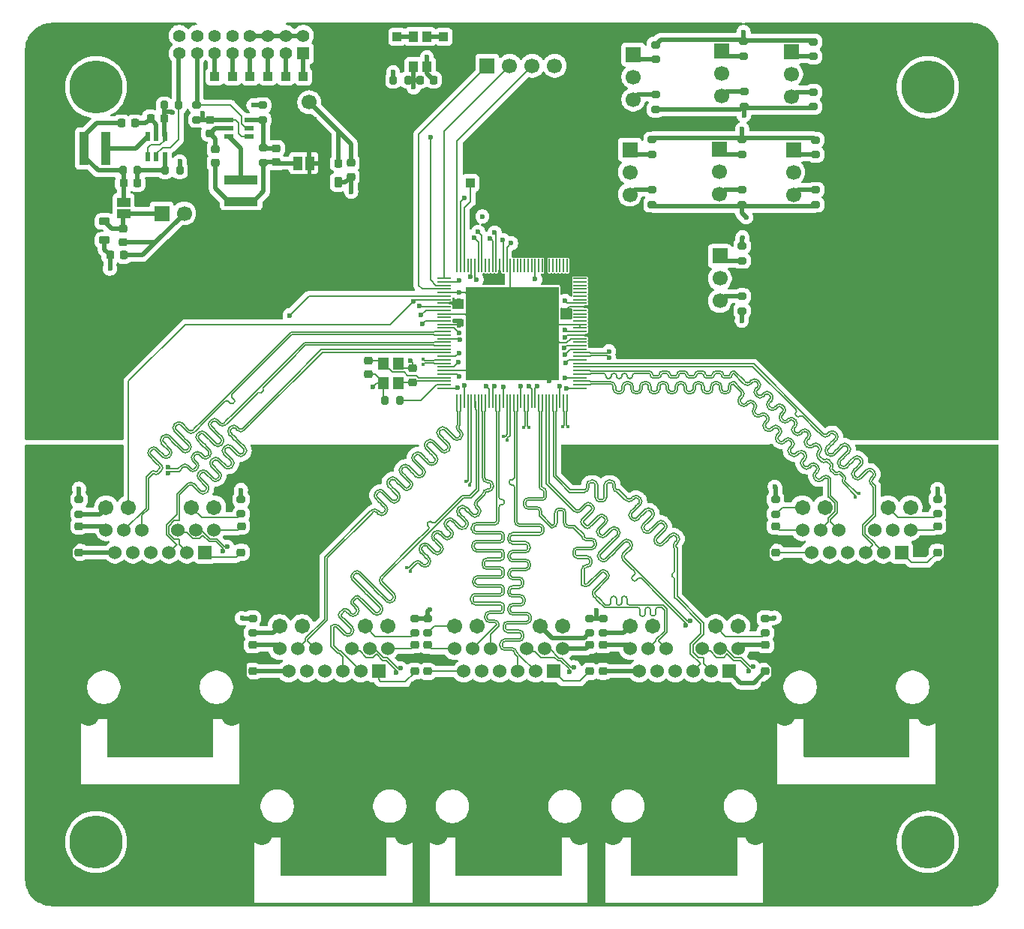
<source format=gbr>
%TF.GenerationSoftware,KiCad,Pcbnew,9.0.4*%
%TF.CreationDate,2025-09-18T12:22:58-07:00*%
%TF.ProjectId,periph_ethernet_switch,70657269-7068-45f6-9574-6865726e6574,rev?*%
%TF.SameCoordinates,Original*%
%TF.FileFunction,Copper,L1,Top*%
%TF.FilePolarity,Positive*%
%FSLAX46Y46*%
G04 Gerber Fmt 4.6, Leading zero omitted, Abs format (unit mm)*
G04 Created by KiCad (PCBNEW 9.0.4) date 2025-09-18 12:22:58*
%MOMM*%
%LPD*%
G01*
G04 APERTURE LIST*
G04 Aperture macros list*
%AMRoundRect*
0 Rectangle with rounded corners*
0 $1 Rounding radius*
0 $2 $3 $4 $5 $6 $7 $8 $9 X,Y pos of 4 corners*
0 Add a 4 corners polygon primitive as box body*
4,1,4,$2,$3,$4,$5,$6,$7,$8,$9,$2,$3,0*
0 Add four circle primitives for the rounded corners*
1,1,$1+$1,$2,$3*
1,1,$1+$1,$4,$5*
1,1,$1+$1,$6,$7*
1,1,$1+$1,$8,$9*
0 Add four rect primitives between the rounded corners*
20,1,$1+$1,$2,$3,$4,$5,0*
20,1,$1+$1,$4,$5,$6,$7,0*
20,1,$1+$1,$6,$7,$8,$9,0*
20,1,$1+$1,$8,$9,$2,$3,0*%
G04 Aperture macros list end*
%TA.AperFunction,SMDPad,CuDef*%
%ADD10RoundRect,0.218750X-0.381250X0.218750X-0.381250X-0.218750X0.381250X-0.218750X0.381250X0.218750X0*%
%TD*%
%TA.AperFunction,SMDPad,CuDef*%
%ADD11RoundRect,0.218750X-0.218750X-0.381250X0.218750X-0.381250X0.218750X0.381250X-0.218750X0.381250X0*%
%TD*%
%TA.AperFunction,SMDPad,CuDef*%
%ADD12RoundRect,0.200000X0.275000X-0.200000X0.275000X0.200000X-0.275000X0.200000X-0.275000X-0.200000X0*%
%TD*%
%TA.AperFunction,SMDPad,CuDef*%
%ADD13R,1.500000X1.000000*%
%TD*%
%TA.AperFunction,ComponentPad*%
%ADD14R,1.524000X1.524000*%
%TD*%
%TA.AperFunction,ComponentPad*%
%ADD15C,1.524000*%
%TD*%
%TA.AperFunction,ComponentPad*%
%ADD16C,1.714500*%
%TD*%
%TA.AperFunction,ComponentPad*%
%ADD17C,2.362200*%
%TD*%
%TA.AperFunction,SMDPad,CuDef*%
%ADD18RoundRect,0.200000X-0.275000X0.200000X-0.275000X-0.200000X0.275000X-0.200000X0.275000X0.200000X0*%
%TD*%
%TA.AperFunction,SMDPad,CuDef*%
%ADD19RoundRect,0.225000X0.250000X-0.225000X0.250000X0.225000X-0.250000X0.225000X-0.250000X-0.225000X0*%
%TD*%
%TA.AperFunction,SMDPad,CuDef*%
%ADD20RoundRect,0.225000X-0.250000X0.225000X-0.250000X-0.225000X0.250000X-0.225000X0.250000X0.225000X0*%
%TD*%
%TA.AperFunction,SMDPad,CuDef*%
%ADD21RoundRect,0.225000X-0.225000X-0.250000X0.225000X-0.250000X0.225000X0.250000X-0.225000X0.250000X0*%
%TD*%
%TA.AperFunction,SMDPad,CuDef*%
%ADD22RoundRect,0.200000X-0.200000X-0.275000X0.200000X-0.275000X0.200000X0.275000X-0.200000X0.275000X0*%
%TD*%
%TA.AperFunction,SMDPad,CuDef*%
%ADD23RoundRect,0.200000X0.200000X0.275000X-0.200000X0.275000X-0.200000X-0.275000X0.200000X-0.275000X0*%
%TD*%
%TA.AperFunction,SMDPad,CuDef*%
%ADD24R,1.000000X1.000000*%
%TD*%
%TA.AperFunction,ComponentPad*%
%ADD25R,1.400000X1.400000*%
%TD*%
%TA.AperFunction,ComponentPad*%
%ADD26C,1.400000*%
%TD*%
%TA.AperFunction,SMDPad,CuDef*%
%ADD27R,1.070000X0.530000*%
%TD*%
%TA.AperFunction,ComponentPad*%
%ADD28R,1.700000X1.700000*%
%TD*%
%TA.AperFunction,ComponentPad*%
%ADD29C,1.700000*%
%TD*%
%TA.AperFunction,SMDPad,CuDef*%
%ADD30R,1.000000X1.500000*%
%TD*%
%TA.AperFunction,SMDPad,CuDef*%
%ADD31RoundRect,0.225000X0.225000X0.250000X-0.225000X0.250000X-0.225000X-0.250000X0.225000X-0.250000X0*%
%TD*%
%TA.AperFunction,SMDPad,CuDef*%
%ADD32R,1.050000X1.150000*%
%TD*%
%TA.AperFunction,SMDPad,CuDef*%
%ADD33R,1.200000X1.400000*%
%TD*%
%TA.AperFunction,ComponentPad*%
%ADD34C,6.000000*%
%TD*%
%TA.AperFunction,SMDPad,CuDef*%
%ADD35R,1.000000X3.800000*%
%TD*%
%TA.AperFunction,SMDPad,CuDef*%
%ADD36R,3.800000X1.000000*%
%TD*%
%TA.AperFunction,ComponentPad*%
%ADD37C,0.610000*%
%TD*%
%TA.AperFunction,SMDPad,CuDef*%
%ADD38R,0.200000X1.520000*%
%TD*%
%TA.AperFunction,SMDPad,CuDef*%
%ADD39R,1.520000X0.200000*%
%TD*%
%TA.AperFunction,SMDPad,CuDef*%
%ADD40R,10.500000X10.500000*%
%TD*%
%TA.AperFunction,SMDPad,CuDef*%
%ADD41R,0.530000X1.070000*%
%TD*%
%TA.AperFunction,ViaPad*%
%ADD42C,0.600000*%
%TD*%
%TA.AperFunction,ViaPad*%
%ADD43C,0.450000*%
%TD*%
%TA.AperFunction,Conductor*%
%ADD44C,0.508000*%
%TD*%
%TA.AperFunction,Conductor*%
%ADD45C,0.152400*%
%TD*%
%TA.AperFunction,Conductor*%
%ADD46C,0.200000*%
%TD*%
%TA.AperFunction,Conductor*%
%ADD47C,0.150000*%
%TD*%
G04 APERTURE END LIST*
D10*
%TO.P,FB2,2*%
%TO.N,+2.5VA*%
X113010000Y-84682500D03*
%TO.P,FB2,1*%
%TO.N,+2.5V*%
X113010000Y-82557500D03*
%TD*%
D11*
%TO.P,FB1,1*%
%TO.N,+1.2V*%
X137247500Y-78140000D03*
%TO.P,FB1,2*%
%TO.N,+1.2VA*%
X139372500Y-78140000D03*
%TD*%
D12*
%TO.P,R3,1*%
%TO.N,Net-(J2-Pad14)*%
X167779999Y-129029998D03*
%TO.P,R3,2*%
%TO.N,+2.5V*%
X167779999Y-127379998D03*
%TD*%
%TO.P,R21,1*%
%TO.N,Net-(J11-Pin_1)*%
X174810000Y-74980000D03*
%TO.P,R21,2*%
%TO.N,+2.5V*%
X174810000Y-73330000D03*
%TD*%
D13*
%TO.P,JP2,1,A*%
%TO.N,Net-(JP2-A)*%
X115160001Y-80367499D03*
%TO.P,JP2,2,B*%
%TO.N,+2.5V*%
X115160001Y-81667497D03*
%TD*%
D12*
%TO.P,R24,1*%
%TO.N,GND*%
X184980000Y-92650001D03*
%TO.P,R24,2*%
%TO.N,Net-(J12-Pin_3)*%
X184980000Y-91000001D03*
%TD*%
D14*
%TO.P,J1,1,TRCT3*%
%TO.N,Net-(J1-TRCT3)*%
X143942453Y-133340348D03*
D15*
%TO.P,J1,2,TRD3-*%
%TO.N,TXRX1_C-*%
X141910453Y-133340348D03*
%TO.P,J1,3,TRD3+*%
%TO.N,TXRX1_C+*%
X139878453Y-133340348D03*
%TO.P,J1,4,TRD2+*%
%TO.N,TXRX1_B+*%
X137846453Y-133340348D03*
%TO.P,J1,5,TRD2-*%
%TO.N,TXRX1_B-*%
X135814453Y-133340348D03*
%TO.P,J1,6,TRCT2*%
%TO.N,Net-(J1-TRCT2)*%
X133782453Y-133340348D03*
%TO.P,J1,7,TRCT4*%
%TO.N,Net-(J1-TRCT4)*%
X144958453Y-130800347D03*
%TO.P,J1,8,TRD4+*%
%TO.N,TXRX1_D+*%
X142926453Y-130800347D03*
%TO.P,J1,9,TRD4-*%
%TO.N,TXRX1_D-*%
X140894453Y-130800347D03*
%TO.P,J1,10,TRD1-*%
%TO.N,TXRX1_A-*%
X136830453Y-130800347D03*
%TO.P,J1,11,TRD1+*%
%TO.N,TXRX1_A+*%
X134798453Y-130800347D03*
%TO.P,J1,12,TRCT1*%
%TO.N,Net-(J1-TRCT1)*%
X132766453Y-130800347D03*
D16*
%TO.P,J1,13*%
%TO.N,LED1_0*%
X144958453Y-128260348D03*
%TO.P,J1,14*%
%TO.N,Net-(J1-Pad14)*%
X142418453Y-128260348D03*
%TO.P,J1,15*%
%TO.N,LED1_1*%
X135306453Y-128260348D03*
%TO.P,J1,16*%
%TO.N,Net-(J1-Pad16)*%
X132766453Y-128260348D03*
D17*
%TO.P,J1,S1,SHIELD*%
%TO.N,SGND*%
X146926954Y-151755348D03*
%TO.P,J1,S2,SHIELD__1*%
X130797952Y-151755348D03*
%TD*%
D18*
%TO.P,R30,1*%
%TO.N,Net-(U2-FB)*%
X130927499Y-74257500D03*
%TO.P,R30,2*%
%TO.N,Net-(JP1-A)*%
X130927499Y-75907500D03*
%TD*%
D19*
%TO.P,C41,1*%
%TO.N,SGND*%
X169300022Y-131927866D03*
%TO.P,C41,2*%
%TO.N,Net-(J3-TRCT1)*%
X169300022Y-130377866D03*
%TD*%
D20*
%TO.P,C58,1*%
%TO.N,VESP*%
X124907501Y-71057499D03*
%TO.P,C58,2*%
%TO.N,GND*%
X124907501Y-72607499D03*
%TD*%
D19*
%TO.P,C44,1*%
%TO.N,SGND*%
X207039997Y-118498095D03*
%TO.P,C44,2*%
%TO.N,Net-(J4-TRCT4)*%
X207039997Y-116948095D03*
%TD*%
D21*
%TO.P,C20,1*%
%TO.N,+2.5VA*%
X113627500Y-86355000D03*
%TO.P,C20,2*%
%TO.N,GND*%
X115177500Y-86355000D03*
%TD*%
D22*
%TO.P,R26,1*%
%TO.N,GND*%
X144695000Y-102740000D03*
%TO.P,R26,2*%
%TO.N,ISET*%
X146345000Y-102740000D03*
%TD*%
D12*
%TO.P,R6,1*%
%TO.N,Net-(J3-Pad16)*%
X169300022Y-129017866D03*
%TO.P,R6,2*%
%TO.N,+2.5V*%
X169300022Y-127367866D03*
%TD*%
%TO.P,R14,1*%
%TO.N,GND*%
X185190000Y-69530000D03*
%TO.P,R14,2*%
%TO.N,Net-(J7-Pin_3)*%
X185190000Y-67880000D03*
%TD*%
D23*
%TO.P,R34,1*%
%TO.N,GND*%
X121507499Y-76769998D03*
%TO.P,R34,2*%
%TO.N,Net-(U3-FB)*%
X119857499Y-76769998D03*
%TD*%
D12*
%TO.P,R22,1*%
%TO.N,GND*%
X174810001Y-80640000D03*
%TO.P,R22,2*%
%TO.N,Net-(J11-Pin_3)*%
X174810001Y-78990000D03*
%TD*%
D14*
%TO.P,J3,1,TRCT3*%
%TO.N,Net-(J3-TRCT3)*%
X183520024Y-133342867D03*
D15*
%TO.P,J3,2,TRD3-*%
%TO.N,TXRX3_C-*%
X181488024Y-133342867D03*
%TO.P,J3,3,TRD3+*%
%TO.N,TXRX3_C+*%
X179456024Y-133342867D03*
%TO.P,J3,4,TRD2+*%
%TO.N,TXRX3_B+*%
X177424024Y-133342867D03*
%TO.P,J3,5,TRD2-*%
%TO.N,TXRX3_B-*%
X175392024Y-133342867D03*
%TO.P,J3,6,TRCT2*%
%TO.N,Net-(J3-TRCT2)*%
X173360024Y-133342867D03*
%TO.P,J3,7,TRCT4*%
%TO.N,Net-(J3-TRCT4)*%
X184536024Y-130802866D03*
%TO.P,J3,8,TRD4+*%
%TO.N,TXRX3_D+*%
X182504024Y-130802866D03*
%TO.P,J3,9,TRD4-*%
%TO.N,TXRX3_D-*%
X180472024Y-130802866D03*
%TO.P,J3,10,TRD1-*%
%TO.N,TXRX3_A-*%
X176408024Y-130802866D03*
%TO.P,J3,11,TRD1+*%
%TO.N,TXRX3_A+*%
X174376024Y-130802866D03*
%TO.P,J3,12,TRCT1*%
%TO.N,Net-(J3-TRCT1)*%
X172344024Y-130802866D03*
D16*
%TO.P,J3,13*%
%TO.N,LED3_0*%
X184536024Y-128262867D03*
%TO.P,J3,14*%
%TO.N,Net-(J3-Pad14)*%
X181996024Y-128262867D03*
%TO.P,J3,15*%
%TO.N,LED3_1*%
X174884024Y-128262867D03*
%TO.P,J3,16*%
%TO.N,Net-(J3-Pad16)*%
X172344024Y-128262867D03*
D17*
%TO.P,J3,S1,SHIELD*%
%TO.N,SGND*%
X186504525Y-151757867D03*
%TO.P,J3,S2,SHIELD__1*%
X170375523Y-151757867D03*
%TD*%
D24*
%TO.P,TP5,1,1*%
%TO.N,Net-(CN1-Pad3)*%
X133455002Y-66195000D03*
%TD*%
D25*
%TO.P,CN1,1,1*%
%TO.N,Net-(CN1-Pad1)*%
X135450000Y-63570000D03*
D26*
%TO.P,CN1,2,2*%
%TO.N,VESP*%
X135450000Y-61570000D03*
%TO.P,CN1,3,3*%
%TO.N,Net-(CN1-Pad3)*%
X133450000Y-63570000D03*
%TO.P,CN1,4,4*%
%TO.N,VESP*%
X133450000Y-61570000D03*
%TO.P,CN1,5,5*%
%TO.N,Net-(CN1-Pad5)*%
X131450000Y-63570000D03*
%TO.P,CN1,6,6*%
%TO.N,VESP*%
X131450000Y-61570000D03*
%TO.P,CN1,7,7*%
%TO.N,Net-(CN1-Pad7)*%
X129450000Y-63570000D03*
%TO.P,CN1,8,8*%
%TO.N,VESP*%
X129450000Y-61570000D03*
%TO.P,CN1,9,9*%
%TO.N,Net-(CN1-Pad9)*%
X127450000Y-63570000D03*
%TO.P,CN1,10,10*%
%TO.N,GND*%
X127450000Y-61570000D03*
%TO.P,CN1,11,11*%
%TO.N,Net-(CN1-Pad11)*%
X125450000Y-63570000D03*
%TO.P,CN1,12,12*%
%TO.N,GND*%
X125450000Y-61570000D03*
%TO.P,CN1,13,13*%
%TO.N,VPG1.2*%
X123450000Y-63570000D03*
%TO.P,CN1,14,14*%
%TO.N,GND*%
X123450000Y-61570000D03*
%TO.P,CN1,15,15*%
%TO.N,VPG2.5*%
X121450000Y-63570000D03*
%TO.P,CN1,16,16*%
%TO.N,GND*%
X121450000Y-61570000D03*
%TD*%
D12*
%TO.P,R15,1*%
%TO.N,Net-(J8-Pin_1)*%
X184950000Y-74960000D03*
%TO.P,R15,2*%
%TO.N,+2.5V*%
X184950000Y-73310000D03*
%TD*%
D27*
%TO.P,U2,1,EN*%
%TO.N,VESP*%
X127042500Y-71059999D03*
%TO.P,U2,2,GND*%
%TO.N,GND*%
X127042500Y-72009999D03*
%TO.P,U2,3,SW*%
%TO.N,Net-(U2-SW)*%
X127042500Y-72959999D03*
%TO.P,U2,4,VIN*%
%TO.N,VESP*%
X129342500Y-72959999D03*
%TO.P,U2,5,PG*%
%TO.N,VPG1.2*%
X129342500Y-72009999D03*
%TO.P,U2,6,FB*%
%TO.N,Net-(U2-FB)*%
X129342500Y-71059999D03*
%TD*%
D19*
%TO.P,C37,1*%
%TO.N,SGND*%
X149489997Y-131944999D03*
%TO.P,C37,2*%
%TO.N,Net-(J2-TRCT1)*%
X149489997Y-130394999D03*
%TD*%
D14*
%TO.P,J4,1,TRCT3*%
%TO.N,Net-(J4-TRCT3)*%
X202959999Y-119913096D03*
D15*
%TO.P,J4,2,TRD3-*%
%TO.N,TXRX4_C-*%
X200927999Y-119913096D03*
%TO.P,J4,3,TRD3+*%
%TO.N,TXRX4_C+*%
X198895999Y-119913096D03*
%TO.P,J4,4,TRD2+*%
%TO.N,TXRX4_B+*%
X196863999Y-119913096D03*
%TO.P,J4,5,TRD2-*%
%TO.N,TXRX4_B-*%
X194831999Y-119913096D03*
%TO.P,J4,6,TRCT2*%
%TO.N,Net-(J4-TRCT2)*%
X192799999Y-119913096D03*
%TO.P,J4,7,TRCT4*%
%TO.N,Net-(J4-TRCT4)*%
X203975999Y-117373095D03*
%TO.P,J4,8,TRD4+*%
%TO.N,TXRX4_D+*%
X201943999Y-117373095D03*
%TO.P,J4,9,TRD4-*%
%TO.N,TXRX4_D-*%
X199911999Y-117373095D03*
%TO.P,J4,10,TRD1-*%
%TO.N,TXRX4_A-*%
X195847999Y-117373095D03*
%TO.P,J4,11,TRD1+*%
%TO.N,TXRX4_A+*%
X193815999Y-117373095D03*
%TO.P,J4,12,TRCT1*%
%TO.N,Net-(J4-TRCT1)*%
X191783999Y-117373095D03*
D16*
%TO.P,J4,13*%
%TO.N,LED4_0*%
X203975999Y-114833096D03*
%TO.P,J4,14*%
%TO.N,Net-(J4-Pad14)*%
X201435999Y-114833096D03*
%TO.P,J4,15*%
%TO.N,LED4_1*%
X194323999Y-114833096D03*
%TO.P,J4,16*%
%TO.N,Net-(J4-Pad16)*%
X191783999Y-114833096D03*
D17*
%TO.P,J4,S1,SHIELD*%
%TO.N,SGND*%
X205944500Y-138328096D03*
%TO.P,J4,S2,SHIELD__1*%
X189815498Y-138328096D03*
%TD*%
D28*
%TO.P,J10,1,Pin_1*%
%TO.N,Net-(J10-Pin_1)*%
X190760000Y-74450000D03*
D29*
%TO.P,J10,2,Pin_2*%
%TO.N,LED4_1*%
X190760000Y-76990000D03*
%TO.P,J10,3,Pin_3*%
%TO.N,Net-(J10-Pin_3)*%
X190760000Y-79530000D03*
%TD*%
D19*
%TO.P,C45,1*%
%TO.N,SGND*%
X188739997Y-118498095D03*
%TO.P,C45,2*%
%TO.N,Net-(J4-TRCT1)*%
X188739997Y-116948095D03*
%TD*%
D12*
%TO.P,R12,1*%
%TO.N,Net-(J6-Pin_1)*%
X175210000Y-64240000D03*
%TO.P,R12,2*%
%TO.N,+2.5V*%
X175210000Y-62590000D03*
%TD*%
D30*
%TO.P,JP1,1,A*%
%TO.N,Net-(JP1-A)*%
X134850001Y-75965001D03*
%TO.P,JP1,2,B*%
%TO.N,+1.2V*%
X136149999Y-75965001D03*
%TD*%
D28*
%TO.P,J13,1,Pin_1*%
%TO.N,SCL{slash}MDC*%
X156210000Y-64970000D03*
D29*
%TO.P,J13,2,Pin_2*%
%TO.N,SDI{slash}SDA{slash}MDIO*%
X158750000Y-64970000D03*
%TO.P,J13,3,Pin_3*%
%TO.N,SDO*%
X161289999Y-64970000D03*
%TO.P,J13,4,Pin_4*%
%TO.N,SCS_N*%
X163830000Y-64970000D03*
%TD*%
D31*
%TO.P,C60,1*%
%TO.N,VESP*%
X119757499Y-70899997D03*
%TO.P,C60,2*%
%TO.N,GND*%
X118207499Y-70899997D03*
%TD*%
D19*
%TO.P,C35,1*%
%TO.N,SGND*%
X148022451Y-131925347D03*
%TO.P,C35,2*%
%TO.N,Net-(J1-TRCT4)*%
X148022451Y-130375347D03*
%TD*%
D18*
%TO.P,R29,1*%
%TO.N,VPG1.2*%
X123437500Y-69412501D03*
%TO.P,R29,2*%
%TO.N,VESP*%
X123437500Y-71062501D03*
%TD*%
D19*
%TO.P,C55,1*%
%TO.N,XI*%
X147820000Y-100700000D03*
%TO.P,C55,2*%
%TO.N,GND*%
X147820000Y-99150000D03*
%TD*%
%TO.P,C46,1*%
%TO.N,SGND*%
X188739999Y-121468096D03*
%TO.P,C46,2*%
%TO.N,Net-(J4-TRCT2)*%
X188739999Y-119918096D03*
%TD*%
D12*
%TO.P,R20,1*%
%TO.N,GND*%
X193270000Y-80640000D03*
%TO.P,R20,2*%
%TO.N,Net-(J10-Pin_3)*%
X193270000Y-78990000D03*
%TD*%
D28*
%TO.P,J6,1,Pin_1*%
%TO.N,Net-(J6-Pin_1)*%
X172700000Y-63700000D03*
D29*
%TO.P,J6,2,Pin_2*%
%TO.N,LED1_1*%
X172700000Y-66240000D03*
%TO.P,J6,3,Pin_3*%
%TO.N,Net-(J6-Pin_3)*%
X172700000Y-68780000D03*
%TD*%
D24*
%TO.P,TP2,1,1*%
%TO.N,Net-(SW1-Pad1')*%
X146040001Y-61680000D03*
%TD*%
D20*
%TO.P,C56,1*%
%TO.N,XO*%
X142780000Y-98265000D03*
%TO.P,C56,2*%
%TO.N,GND*%
X142780000Y-99815000D03*
%TD*%
D28*
%TO.P,J7,1,Pin_1*%
%TO.N,Net-(J7-Pin_1)*%
X182650000Y-63330000D03*
D29*
%TO.P,J7,2,Pin_2*%
%TO.N,LED2_0*%
X182650000Y-65870000D03*
%TO.P,J7,3,Pin_3*%
%TO.N,Net-(J7-Pin_3)*%
X182650000Y-68410000D03*
%TD*%
D19*
%TO.P,C38,1*%
%TO.N,SGND*%
X149489999Y-134915000D03*
%TO.P,C38,2*%
%TO.N,Net-(J2-TRCT2)*%
X149489999Y-133365000D03*
%TD*%
%TO.P,C59,1*%
%TO.N,Net-(JP1-A)*%
X125527501Y-75957501D03*
%TO.P,C59,2*%
%TO.N,GND*%
X125527501Y-74407501D03*
%TD*%
D23*
%TO.P,R25,1*%
%TO.N,RESET_N*%
X147250001Y-66570000D03*
%TO.P,R25,2*%
%TO.N,+2.5V*%
X145600001Y-66570000D03*
%TD*%
D19*
%TO.P,C51,1*%
%TO.N,SGND*%
X128431763Y-121470188D03*
%TO.P,C51,2*%
%TO.N,Net-(J5-TRCT3)*%
X128431763Y-119920188D03*
%TD*%
%TO.P,C10,1*%
%TO.N,+1.2VA*%
X140842500Y-77500000D03*
%TO.P,C10,2*%
%TO.N,GND*%
X140842500Y-75950000D03*
%TD*%
D12*
%TO.P,R16,1*%
%TO.N,GND*%
X184940000Y-80630000D03*
%TO.P,R16,2*%
%TO.N,Net-(J8-Pin_3)*%
X184940000Y-78980000D03*
%TD*%
D32*
%TO.P,SW1,1,1*%
%TO.N,RESET_N*%
X147909998Y-65070000D03*
%TO.P,SW1,1',1'*%
%TO.N,Net-(SW1-Pad1')*%
X147909998Y-61670000D03*
%TO.P,SW1,2,2*%
%TO.N,GND*%
X149410000Y-65070000D03*
%TO.P,SW1,2',2'*%
%TO.N,Net-(SW1-Pad2')*%
X149410000Y-61670000D03*
%TD*%
D33*
%TO.P,X1,1,OSC1*%
%TO.N,XI*%
X146190000Y-100790000D03*
%TO.P,X1,2,GND*%
%TO.N,GND*%
X146190000Y-98590000D03*
%TO.P,X1,3,OSC2*%
%TO.N,XO*%
X144490000Y-98590000D03*
%TO.P,X1,4,GND*%
%TO.N,GND*%
X144490000Y-100790000D03*
%TD*%
D28*
%TO.P,J12,1,Pin_1*%
%TO.N,Net-(J12-Pin_1)*%
X182470000Y-86450001D03*
D29*
%TO.P,J12,2,Pin_2*%
%TO.N,LED5_1*%
X182470000Y-88990001D03*
%TO.P,J12,3,Pin_3*%
%TO.N,Net-(J12-Pin_3)*%
X182470000Y-91530000D03*
%TD*%
D24*
%TO.P,TP6,1,1*%
%TO.N,Net-(CN1-Pad5)*%
X131455000Y-66194999D03*
%TD*%
D21*
%TO.P,C54,1*%
%TO.N,RESET_N*%
X148605000Y-66570000D03*
%TO.P,C54,2*%
%TO.N,GND*%
X150155000Y-66570000D03*
%TD*%
D12*
%TO.P,R5,1*%
%TO.N,Net-(J3-Pad14)*%
X187590024Y-129012865D03*
%TO.P,R5,2*%
%TO.N,+2.5V*%
X187590024Y-127362865D03*
%TD*%
D19*
%TO.P,C48,1*%
%TO.N,SGND*%
X128451763Y-118500190D03*
%TO.P,C48,2*%
%TO.N,Net-(J5-TRCT4)*%
X128451763Y-116950190D03*
%TD*%
D12*
%TO.P,R4,1*%
%TO.N,Net-(J2-Pad16)*%
X149489997Y-129034999D03*
%TO.P,R4,2*%
%TO.N,+2.5V*%
X149489997Y-127384999D03*
%TD*%
D14*
%TO.P,J2,1,TRCT3*%
%TO.N,Net-(J2-TRCT3)*%
X163709999Y-133360000D03*
D15*
%TO.P,J2,2,TRD3-*%
%TO.N,TXRX2_C-*%
X161677999Y-133360000D03*
%TO.P,J2,3,TRD3+*%
%TO.N,TXRX2_C+*%
X159645999Y-133360000D03*
%TO.P,J2,4,TRD2+*%
%TO.N,TXRX2_B+*%
X157613999Y-133360000D03*
%TO.P,J2,5,TRD2-*%
%TO.N,TXRX2_B-*%
X155581999Y-133360000D03*
%TO.P,J2,6,TRCT2*%
%TO.N,Net-(J2-TRCT2)*%
X153549999Y-133360000D03*
%TO.P,J2,7,TRCT4*%
%TO.N,Net-(J2-TRCT4)*%
X164725999Y-130819999D03*
%TO.P,J2,8,TRD4+*%
%TO.N,TXRX2_D+*%
X162693999Y-130819999D03*
%TO.P,J2,9,TRD4-*%
%TO.N,TXRX2_D-*%
X160661999Y-130819999D03*
%TO.P,J2,10,TRD1-*%
%TO.N,TXRX2_A-*%
X156597999Y-130819999D03*
%TO.P,J2,11,TRD1+*%
%TO.N,TXRX2_A+*%
X154565999Y-130819999D03*
%TO.P,J2,12,TRCT1*%
%TO.N,Net-(J2-TRCT1)*%
X152533999Y-130819999D03*
D16*
%TO.P,J2,13*%
%TO.N,LED2_0*%
X164725999Y-128280000D03*
%TO.P,J2,14*%
%TO.N,Net-(J2-Pad14)*%
X162185999Y-128280000D03*
%TO.P,J2,15*%
%TO.N,LED2_1*%
X155073999Y-128280000D03*
%TO.P,J2,16*%
%TO.N,Net-(J2-Pad16)*%
X152533999Y-128280000D03*
D17*
%TO.P,J2,S1,SHIELD*%
%TO.N,SGND*%
X166694500Y-151775000D03*
%TO.P,J2,S2,SHIELD__1*%
X150565498Y-151775000D03*
%TD*%
D14*
%TO.P,J5,1,TRCT3*%
%TO.N,Net-(J5-TRCT3)*%
X124371765Y-119915191D03*
D15*
%TO.P,J5,2,TRD3-*%
%TO.N,TXRX5_C-*%
X122339765Y-119915191D03*
%TO.P,J5,3,TRD3+*%
%TO.N,TXRX5_C+*%
X120307765Y-119915191D03*
%TO.P,J5,4,TRD2+*%
%TO.N,TXRX5_B+*%
X118275765Y-119915191D03*
%TO.P,J5,5,TRD2-*%
%TO.N,TXRX5_B-*%
X116243765Y-119915191D03*
%TO.P,J5,6,TRCT2*%
%TO.N,Net-(J5-TRCT2)*%
X114211765Y-119915191D03*
%TO.P,J5,7,TRCT4*%
%TO.N,Net-(J5-TRCT4)*%
X125387765Y-117375190D03*
%TO.P,J5,8,TRD4+*%
%TO.N,TXRX5_D+*%
X123355765Y-117375190D03*
%TO.P,J5,9,TRD4-*%
%TO.N,TXRX5_D-*%
X121323765Y-117375190D03*
%TO.P,J5,10,TRD1-*%
%TO.N,TXRX5_A-*%
X117259765Y-117375190D03*
%TO.P,J5,11,TRD1+*%
%TO.N,TXRX5_A+*%
X115227765Y-117375190D03*
%TO.P,J5,12,TRCT1*%
%TO.N,Net-(J5-TRCT1)*%
X113195765Y-117375190D03*
D16*
%TO.P,J5,13*%
%TO.N,LED5_0*%
X125387765Y-114835191D03*
%TO.P,J5,14*%
%TO.N,Net-(J5-Pad14)*%
X122847765Y-114835191D03*
%TO.P,J5,15*%
%TO.N,LED5_1*%
X115735765Y-114835191D03*
%TO.P,J5,16*%
%TO.N,Net-(J5-Pad16)*%
X113195765Y-114835191D03*
D17*
%TO.P,J5,S1,SHIELD*%
%TO.N,SGND*%
X127356266Y-138330191D03*
%TO.P,J5,S2,SHIELD__1*%
X111227264Y-138330191D03*
%TD*%
D12*
%TO.P,R23,1*%
%TO.N,Net-(J12-Pin_1)*%
X184970000Y-86985001D03*
%TO.P,R23,2*%
%TO.N,+2.5V*%
X184970000Y-85335001D03*
%TD*%
D21*
%TO.P,C61,1*%
%TO.N,Net-(JP2-A)*%
X114922500Y-71449997D03*
%TO.P,C61,2*%
%TO.N,GND*%
X116472500Y-71449997D03*
%TD*%
D12*
%TO.P,R17,1*%
%TO.N,Net-(J9-Pin_1)*%
X193040000Y-63925000D03*
%TO.P,R17,2*%
%TO.N,+2.5V*%
X193040000Y-62275000D03*
%TD*%
D19*
%TO.P,C50,1*%
%TO.N,SGND*%
X110151765Y-121470191D03*
%TO.P,C50,2*%
%TO.N,Net-(J5-TRCT2)*%
X110151765Y-119920191D03*
%TD*%
%TO.P,C39,1*%
%TO.N,SGND*%
X167769997Y-134914997D03*
%TO.P,C39,2*%
%TO.N,Net-(J2-TRCT3)*%
X167769997Y-133364997D03*
%TD*%
%TO.P,C36,1*%
%TO.N,SGND*%
X167789997Y-131944999D03*
%TO.P,C36,2*%
%TO.N,Net-(J2-TRCT4)*%
X167789997Y-130394999D03*
%TD*%
%TO.P,C34,1*%
%TO.N,SGND*%
X148002451Y-134895345D03*
%TO.P,C34,2*%
%TO.N,Net-(J1-TRCT3)*%
X148002451Y-133345345D03*
%TD*%
D12*
%TO.P,R10,1*%
%TO.N,Net-(J5-Pad16)*%
X110151763Y-115590190D03*
%TO.P,R10,2*%
%TO.N,+2.5V*%
X110151763Y-113940190D03*
%TD*%
D34*
%TO.P,H1,1*%
%TO.N,N/C*%
X205920000Y-67400000D03*
%TD*%
D24*
%TO.P,TP9,1,1*%
%TO.N,Net-(CN1-Pad11)*%
X125455002Y-66194997D03*
%TD*%
D12*
%TO.P,R8,1*%
%TO.N,Net-(J4-Pad16)*%
X188739997Y-115588095D03*
%TO.P,R8,2*%
%TO.N,+2.5V*%
X188739997Y-113938095D03*
%TD*%
%TO.P,R18,1*%
%TO.N,GND*%
X193040000Y-69595000D03*
%TO.P,R18,2*%
%TO.N,Net-(J9-Pin_3)*%
X193040000Y-67945000D03*
%TD*%
D18*
%TO.P,R31,1*%
%TO.N,GND*%
X130857499Y-69432500D03*
%TO.P,R31,2*%
%TO.N,Net-(U2-FB)*%
X130857499Y-71082500D03*
%TD*%
D24*
%TO.P,TP1,1,1*%
%TO.N,Net-(U1-CLKO_25_125)*%
X154330000Y-78210000D03*
%TD*%
D12*
%TO.P,R1,1*%
%TO.N,Net-(J1-Pad14)*%
X148012453Y-129010346D03*
%TO.P,R1,2*%
%TO.N,+2.5V*%
X148012453Y-127360346D03*
%TD*%
%TO.P,R2,1*%
%TO.N,Net-(J1-Pad16)*%
X129722451Y-129015347D03*
%TO.P,R2,2*%
%TO.N,+2.5V*%
X129722451Y-127365347D03*
%TD*%
D35*
%TO.P,U4,1,1*%
%TO.N,Net-(U3-SW)*%
X113120000Y-74300000D03*
%TO.P,U4,2,2*%
%TO.N,Net-(JP2-A)*%
X110720000Y-74300000D03*
%TD*%
D28*
%TO.P,J14,1,Pin_1*%
%TO.N,+1.2V*%
X136119999Y-71635000D03*
D29*
%TO.P,J14,2,Pin_2*%
%TO.N,GND*%
X136119999Y-69095000D03*
%TD*%
D19*
%TO.P,C32,1*%
%TO.N,SGND*%
X129722451Y-131925347D03*
%TO.P,C32,2*%
%TO.N,Net-(J1-TRCT1)*%
X129722451Y-130375347D03*
%TD*%
D36*
%TO.P,U5,1,1*%
%TO.N,Net-(U2-SW)*%
X128420000Y-77880000D03*
%TO.P,U5,2,2*%
%TO.N,Net-(JP1-A)*%
X128420000Y-80280000D03*
%TD*%
D19*
%TO.P,C33,1*%
%TO.N,SGND*%
X129722453Y-134895348D03*
%TO.P,C33,2*%
%TO.N,Net-(J1-TRCT2)*%
X129722453Y-133345348D03*
%TD*%
%TO.P,C43,1*%
%TO.N,SGND*%
X187580022Y-134897864D03*
%TO.P,C43,2*%
%TO.N,Net-(J3-TRCT3)*%
X187580022Y-133347864D03*
%TD*%
D24*
%TO.P,TP8,1,1*%
%TO.N,Net-(CN1-Pad9)*%
X127455000Y-66194999D03*
%TD*%
D19*
%TO.P,C42,1*%
%TO.N,SGND*%
X169300024Y-134897867D03*
%TO.P,C42,2*%
%TO.N,Net-(J3-TRCT2)*%
X169300024Y-133347867D03*
%TD*%
D12*
%TO.P,R9,1*%
%TO.N,Net-(J5-Pad14)*%
X128441765Y-115585189D03*
%TO.P,R9,2*%
%TO.N,+2.5V*%
X128441765Y-113935189D03*
%TD*%
D24*
%TO.P,TP4,1,1*%
%TO.N,Net-(CN1-Pad1)*%
X135455000Y-66194999D03*
%TD*%
D20*
%TO.P,C28,1*%
%TO.N,+2.5V*%
X115142500Y-83365000D03*
%TO.P,C28,2*%
%TO.N,GND*%
X115142500Y-84915000D03*
%TD*%
D24*
%TO.P,TP7,1,1*%
%TO.N,Net-(CN1-Pad7)*%
X129455000Y-66194998D03*
%TD*%
D28*
%TO.P,J8,1,Pin_1*%
%TO.N,Net-(J8-Pin_1)*%
X182440000Y-74430000D03*
D29*
%TO.P,J8,2,Pin_2*%
%TO.N,LED4_0*%
X182440000Y-76970000D03*
%TO.P,J8,3,Pin_3*%
%TO.N,Net-(J8-Pin_3)*%
X182440000Y-79510000D03*
%TD*%
D12*
%TO.P,R19,1*%
%TO.N,Net-(J10-Pin_1)*%
X193270000Y-74990000D03*
%TO.P,R19,2*%
%TO.N,+2.5V*%
X193270000Y-73340000D03*
%TD*%
D24*
%TO.P,TP3,1,1*%
%TO.N,Net-(SW1-Pad2')*%
X151290000Y-61690000D03*
%TD*%
D34*
%TO.P,H4,1*%
%TO.N,N/C*%
X205920000Y-152610000D03*
%TD*%
%TO.P,H3,1*%
%TO.N,N/C*%
X112070000Y-152620000D03*
%TD*%
D37*
%TO.P,U1,*%
%TO.N,*%
X154819999Y-90982096D03*
X154819999Y-92182096D03*
X154819999Y-93382096D03*
X154819999Y-94582096D03*
X154819999Y-95782096D03*
X154819999Y-96982096D03*
X154819999Y-98182096D03*
X154819999Y-99382096D03*
X156019999Y-90982096D03*
X156019999Y-92182096D03*
X156019999Y-93382096D03*
X156019999Y-94582096D03*
X156019999Y-95782096D03*
X156019999Y-96982096D03*
X156019999Y-98182096D03*
X156019999Y-99382096D03*
X157219999Y-90982096D03*
X157219999Y-92182096D03*
X157219999Y-93382096D03*
X157219999Y-94582096D03*
X157219999Y-95782096D03*
X157219999Y-96982096D03*
X157219999Y-98182096D03*
X157219999Y-99382096D03*
X158419999Y-90982096D03*
X158419999Y-92182096D03*
X158419999Y-93382096D03*
X158419999Y-94582096D03*
X158419999Y-95782096D03*
X158419999Y-96982096D03*
X158419999Y-98182096D03*
X158419999Y-99382096D03*
X159619999Y-90982096D03*
X159619999Y-92182096D03*
X159619999Y-93382096D03*
X159619999Y-94582096D03*
X159619999Y-95782096D03*
X159619999Y-96982096D03*
X159619999Y-98182096D03*
X159619999Y-99382096D03*
X160819999Y-90982096D03*
X160819999Y-92182096D03*
X160819999Y-93382096D03*
X160819999Y-94582096D03*
X160819999Y-95782096D03*
X160819999Y-96982096D03*
X160819999Y-98182096D03*
X160819999Y-99382096D03*
X162019999Y-90982096D03*
X162019999Y-92182096D03*
X162019999Y-93382096D03*
X162019999Y-94582096D03*
X162019999Y-95782096D03*
X162019999Y-96982096D03*
X162019999Y-98182096D03*
X162019999Y-99382096D03*
X163219999Y-90982096D03*
X163219999Y-92182096D03*
X163219999Y-93382096D03*
X163219999Y-94582096D03*
X163219999Y-95782096D03*
X163219999Y-96982096D03*
X163219999Y-98182096D03*
X163219999Y-99382096D03*
D38*
%TO.P,U1,1,TXRX1P_A*%
%TO.N,TXRX1_A+*%
X152819999Y-102842096D03*
%TO.P,U1,2,TXRX1M_A*%
%TO.N,TXRX1_A-*%
X153219999Y-102842096D03*
%TO.P,U1,3,AVDDL*%
%TO.N,+1.2VA*%
X153619999Y-102842096D03*
%TO.P,U1,4,TXRX1P_B*%
%TO.N,TXRX1_B+*%
X154019999Y-102842096D03*
%TO.P,U1,5,TXRX1M_B*%
%TO.N,TXRX1_B-*%
X154419999Y-102842096D03*
%TO.P,U1,6,TXRX1P_C*%
%TO.N,TXRX1_C+*%
X154819999Y-102842096D03*
%TO.P,U1,7,TXRX1M_C*%
%TO.N,TXRX1_C-*%
X155219999Y-102842096D03*
%TO.P,U1,8,TXRX1P_D*%
%TO.N,TXRX1_D+*%
X155619999Y-102842096D03*
%TO.P,U1,9,TXRX1M_D*%
%TO.N,TXRX1_D-*%
X156019999Y-102842096D03*
%TO.P,U1,10,AVDDH*%
%TO.N,+2.5VA*%
X156419999Y-102842096D03*
%TO.P,U1,11,AVDDL*%
%TO.N,+1.2VA*%
X156819999Y-102842096D03*
%TO.P,U1,12,TXRX2P_A*%
%TO.N,TXRX2_A+*%
X157219999Y-102842096D03*
%TO.P,U1,13,TXRX2M_A*%
%TO.N,TXRX2_A-*%
X157619999Y-102842096D03*
%TO.P,U1,14,AVDDL*%
%TO.N,+1.2VA*%
X158019999Y-102842096D03*
%TO.P,U1,15,TXRX2P_B*%
%TO.N,TXRX2_B+*%
X158419999Y-102842096D03*
%TO.P,U1,16,TXRX2M_B*%
%TO.N,TXRX2_B-*%
X158819999Y-102842096D03*
%TO.P,U1,17,TXRX2P_C*%
%TO.N,TXRX2_C+*%
X159219999Y-102842096D03*
%TO.P,U1,18,TXRX2M_C*%
%TO.N,TXRX2_C-*%
X159619999Y-102842096D03*
%TO.P,U1,19,AVDDL*%
%TO.N,+1.2VA*%
X160019999Y-102842096D03*
%TO.P,U1,20,TXRX2P_D*%
%TO.N,TXRX2_D+*%
X160419999Y-102842096D03*
%TO.P,U1,21,TXRX2M_D*%
%TO.N,TXRX2_D-*%
X160819999Y-102842096D03*
%TO.P,U1,22,AVDDH*%
%TO.N,+2.5VA*%
X161219999Y-102842096D03*
%TO.P,U1,23,AVDDL*%
%TO.N,+1.2VA*%
X161619999Y-102842096D03*
%TO.P,U1,24,TXRX3P_A*%
%TO.N,TXRX3_A+*%
X162019999Y-102842096D03*
%TO.P,U1,25,TXRX3M_A*%
%TO.N,TXRX3_A-*%
X162419999Y-102842096D03*
%TO.P,U1,26,TXRX3P_B*%
%TO.N,TXRX3_B+*%
X162819999Y-102842096D03*
%TO.P,U1,27,TXRX3M_B*%
%TO.N,TXRX3_B-*%
X163219999Y-102842096D03*
%TO.P,U1,28,TXRX3P_C*%
%TO.N,TXRX3_C+*%
X163619999Y-102842096D03*
%TO.P,U1,29,TXRX3M_C*%
%TO.N,TXRX3_C-*%
X164019999Y-102842096D03*
%TO.P,U1,30,AVDDL*%
%TO.N,+1.2VA*%
X164419999Y-102842096D03*
%TO.P,U1,31,TXRX3P_D*%
%TO.N,TXRX3_D+*%
X164819999Y-102842096D03*
%TO.P,U1,32,TXRX3M_D*%
%TO.N,TXRX3_D-*%
X165219999Y-102842096D03*
D39*
%TO.P,U1,33,AVDDH*%
%TO.N,+2.5VA*%
X166679999Y-101382096D03*
%TO.P,U1,34,TXRX4P_A*%
%TO.N,TXRX4_A+*%
X166679999Y-100982096D03*
%TO.P,U1,35,TXRX4M_A*%
%TO.N,TXRX4_A-*%
X166679999Y-100582096D03*
%TO.P,U1,36,AVDDL*%
%TO.N,+1.2VA*%
X166679999Y-100182096D03*
%TO.P,U1,37,TXRX4P_B*%
%TO.N,TXRX4_B+*%
X166679999Y-99782096D03*
%TO.P,U1,38,TXRX4M_B*%
%TO.N,TXRX4_B-*%
X166679999Y-99382096D03*
%TO.P,U1,39,TXRX4P_C*%
%TO.N,TXRX4_C+*%
X166679999Y-98982096D03*
%TO.P,U1,40,TXRX4M_C*%
%TO.N,TXRX4_C-*%
X166679999Y-98582096D03*
%TO.P,U1,41,AVDDL*%
%TO.N,+1.2VA*%
X166679999Y-98182096D03*
%TO.P,U1,42,TXRX4P_D*%
%TO.N,TXRX4_D+*%
X166679999Y-97782096D03*
%TO.P,U1,43,TXRX4M_D*%
%TO.N,TXRX4_D-*%
X166679999Y-97382096D03*
%TO.P,U1,44,AVDDH*%
%TO.N,+2.5VA*%
X166679999Y-96982096D03*
%TO.P,U1,45,AVDDL*%
%TO.N,+1.2VA*%
X166679999Y-96582096D03*
%TO.P,U1,46,NC*%
%TO.N,unconnected-(U1-NC-Pad46)*%
X166679999Y-96182096D03*
%TO.P,U1,47,GND*%
%TO.N,GND*%
X166679999Y-95782096D03*
%TO.P,U1,48,DVDDL*%
%TO.N,+1.2V*%
X166679999Y-95382096D03*
%TO.P,U1,49,VDDIO*%
%TO.N,+2.5V*%
X166679999Y-94982096D03*
%TO.P,U1,50,GND*%
%TO.N,GND*%
X166679999Y-94582096D03*
%TO.P,U1,51,GND*%
X166679999Y-94182096D03*
%TO.P,U1,52,TXD6_7*%
%TO.N,unconnected-(U1-TXD6_7-Pad52)*%
X166679999Y-93782096D03*
%TO.P,U1,53,TXD6_6*%
%TO.N,unconnected-(U1-TXD6_6-Pad53)*%
X166679999Y-93382096D03*
%TO.P,U1,54,TXD6_5*%
%TO.N,unconnected-(U1-TXD6_5-Pad54)*%
X166679999Y-92982096D03*
%TO.P,U1,55,TXD6_4*%
%TO.N,unconnected-(U1-TXD6_4-Pad55)*%
X166679999Y-92582096D03*
%TO.P,U1,56,DVDDL*%
%TO.N,+1.2V*%
X166679999Y-92182096D03*
%TO.P,U1,57,VDDIO*%
%TO.N,+2.5V*%
X166679999Y-91782096D03*
%TO.P,U1,58,RXD6_7*%
%TO.N,unconnected-(U1-RXD6_7-Pad58)*%
X166679999Y-91382096D03*
%TO.P,U1,59,RXD6_6*%
%TO.N,unconnected-(U1-RXD6_6-Pad59)*%
X166679999Y-90982096D03*
%TO.P,U1,60,RXD6_5*%
%TO.N,unconnected-(U1-RXD6_5-Pad60)*%
X166679999Y-90582096D03*
%TO.P,U1,61,NC*%
%TO.N,unconnected-(U1-NC-Pad61)*%
X166679999Y-90182096D03*
%TO.P,U1,62,RXD6_4*%
%TO.N,unconnected-(U1-RXD6_4-Pad62)*%
X166679999Y-89782096D03*
%TO.P,U1,63,TX_CLK6/REFCLKI6*%
%TO.N,unconnected-(U1-TX_CLK6{slash}REFCLKI6-Pad63)*%
X166679999Y-89382096D03*
%TO.P,U1,64,TX_EN6/TX_CTL6*%
%TO.N,unconnected-(U1-TX_EN6{slash}TX_CTL6-Pad64)*%
X166679999Y-88982096D03*
D38*
%TO.P,U1,65,TX_ER6*%
%TO.N,unconnected-(U1-TX_ER6-Pad65)*%
X165219999Y-87522096D03*
%TO.P,U1,66,COL6*%
%TO.N,unconnected-(U1-COL6-Pad66)*%
X164819999Y-87522096D03*
%TO.P,U1,67,TXD6_3*%
%TO.N,unconnected-(U1-TXD6_3-Pad67)*%
X164419999Y-87522096D03*
%TO.P,U1,68,TXD6_2*%
%TO.N,unconnected-(U1-TXD6_2-Pad68)*%
X164019999Y-87522096D03*
%TO.P,U1,69,TXD6_1*%
%TO.N,unconnected-(U1-TXD6_1-Pad69)*%
X163619999Y-87522096D03*
%TO.P,U1,70,TXD6_0*%
%TO.N,unconnected-(U1-TXD6_0-Pad70)*%
X163219999Y-87522096D03*
%TO.P,U1,71,DVDDL*%
%TO.N,+1.2V*%
X162819999Y-87522096D03*
%TO.P,U1,72,RX_CLK6/REFCLKO6*%
%TO.N,unconnected-(U1-RX_CLK6{slash}REFCLKO6-Pad72)*%
X162419999Y-87522096D03*
%TO.P,U1,73,RX_DV6/CRS_DV6/RX_CTL6*%
%TO.N,unconnected-(U1-RX_DV6{slash}CRS_DV6{slash}RX_CTL6-Pad73)*%
X162019999Y-87522096D03*
%TO.P,U1,74,VDDIO*%
%TO.N,+2.5V*%
X161619999Y-87522096D03*
%TO.P,U1,75,RX_ER6/RX_CLK6*%
%TO.N,unconnected-(U1-RX_ER6{slash}RX_CLK6-Pad75)*%
X161219999Y-87522096D03*
%TO.P,U1,76,CRS6*%
%TO.N,unconnected-(U1-CRS6-Pad76)*%
X160819999Y-87522096D03*
%TO.P,U1,77,RXD6_3*%
%TO.N,unconnected-(U1-RXD6_3-Pad77)*%
X160419999Y-87522096D03*
%TO.P,U1,78,RXD6_2*%
%TO.N,unconnected-(U1-RXD6_2-Pad78)*%
X160019999Y-87522096D03*
%TO.P,U1,79,RXD6_1*%
%TO.N,unconnected-(U1-RXD6_1-Pad79)*%
X159619999Y-87522096D03*
%TO.P,U1,80,RXD6_0*%
%TO.N,unconnected-(U1-RXD6_0-Pad80)*%
X159219999Y-87522096D03*
%TO.P,U1,81,GND*%
%TO.N,GND*%
X158819999Y-87522096D03*
%TO.P,U1,82,LED4_0*%
%TO.N,LED4_0*%
X158419999Y-87522096D03*
%TO.P,U1,83,LED4_1*%
%TO.N,LED4_1*%
X158019999Y-87522096D03*
%TO.P,U1,84,DVDDL*%
%TO.N,+1.2V*%
X157619999Y-87522096D03*
%TO.P,U1,85,LED3_0*%
%TO.N,LED3_0*%
X157219999Y-87522096D03*
%TO.P,U1,86,LED3_1*%
%TO.N,LED3_1*%
X156819999Y-87522096D03*
%TO.P,U1,87,NC*%
%TO.N,unconnected-(U1-NC-Pad87)*%
X156419999Y-87522096D03*
%TO.P,U1,88,NC*%
%TO.N,unconnected-(U1-NC-Pad88)*%
X156019999Y-87522096D03*
%TO.P,U1,89,LED2_0*%
%TO.N,LED2_0*%
X155619999Y-87522096D03*
%TO.P,U1,90,LED2_1*%
%TO.N,LED2_1*%
X155219999Y-87522096D03*
%TO.P,U1,91,PME_N*%
%TO.N,PME_N*%
X154819999Y-87522096D03*
%TO.P,U1,92,INTRP_N*%
%TO.N,INTRP_N*%
X154419999Y-87522096D03*
%TO.P,U1,93,NC*%
%TO.N,unconnected-(U1-NC-Pad93)*%
X154019999Y-87522096D03*
%TO.P,U1,94,CLKO_25_125*%
%TO.N,Net-(U1-CLKO_25_125)*%
X153619999Y-87522096D03*
%TO.P,U1,95,RESET_N*%
%TO.N,RESET_N*%
X153219999Y-87522096D03*
%TO.P,U1,96,SDO*%
%TO.N,SDO*%
X152819999Y-87522096D03*
D39*
%TO.P,U1,97,SDI/SDA/MDIO*%
%TO.N,SDI{slash}SDA{slash}MDIO*%
X151359999Y-88982096D03*
%TO.P,U1,98,VDDIO*%
%TO.N,+2.5V*%
X151359999Y-89382096D03*
%TO.P,U1,99,SCS_N*%
%TO.N,SCS_N*%
X151359999Y-89782096D03*
%TO.P,U1,100,SCL/MDC*%
%TO.N,SCL{slash}MDC*%
X151359999Y-90182096D03*
%TO.P,U1,101,GND*%
%TO.N,GND*%
X151359999Y-90582096D03*
%TO.P,U1,102,LED5_0*%
%TO.N,LED5_0*%
X151359999Y-90982096D03*
%TO.P,U1,103,LED5_1*%
%TO.N,LED5_1*%
X151359999Y-91382096D03*
%TO.P,U1,104,DVDDL*%
%TO.N,+1.2V*%
X151359999Y-91782096D03*
%TO.P,U1,105,LED1_0*%
%TO.N,LED1_0*%
X151359999Y-92182096D03*
%TO.P,U1,106,LED1_1*%
%TO.N,LED1_1*%
X151359999Y-92582096D03*
%TO.P,U1,107,GND*%
%TO.N,GND*%
X151359999Y-92982096D03*
%TO.P,U1,108,NC*%
%TO.N,unconnected-(U1-NC-Pad108)*%
X151359999Y-93382096D03*
%TO.P,U1,109,GND*%
%TO.N,GND*%
X151359999Y-93782096D03*
%TO.P,U1,110,DVDDL*%
%TO.N,+1.2V*%
X151359999Y-94182096D03*
%TO.P,U1,111,AVDDH*%
%TO.N,+2.5V*%
X151359999Y-94582096D03*
%TO.P,U1,112,TXRX5P_A*%
%TO.N,TXRX5_A+*%
X151359999Y-94982096D03*
%TO.P,U1,113,TXRX5M_A*%
%TO.N,TXRX5_A-*%
X151359999Y-95382096D03*
%TO.P,U1,114,AVDDL*%
%TO.N,+1.2VA*%
X151359999Y-95782096D03*
%TO.P,U1,115,TXRX5P_B*%
%TO.N,TXRX5_B+*%
X151359999Y-96182096D03*
%TO.P,U1,116,TXRX5M_B*%
%TO.N,TXRX5_B-*%
X151359999Y-96582096D03*
%TO.P,U1,117,TXRX5P_C*%
%TO.N,TXRX5_C+*%
X151359999Y-96982096D03*
%TO.P,U1,118,TXRX5M_C*%
%TO.N,TXRX5_C-*%
X151359999Y-97382096D03*
%TO.P,U1,119,AVDDL*%
%TO.N,+1.2VA*%
X151359999Y-97782096D03*
%TO.P,U1,120,TXRX5P_D*%
%TO.N,TXRX5_D+*%
X151359999Y-98182096D03*
%TO.P,U1,121,TXRX5M_D*%
%TO.N,TXRX5_D-*%
X151359999Y-98582096D03*
%TO.P,U1,122,AVDDH*%
%TO.N,+2.5VA*%
X151359999Y-98982096D03*
%TO.P,U1,123,GND*%
%TO.N,GND*%
X151359999Y-99382096D03*
%TO.P,U1,124,AVDDL*%
%TO.N,+1.2VA*%
X151359999Y-99782096D03*
%TO.P,U1,125,XO*%
%TO.N,XO*%
X151359999Y-100182096D03*
%TO.P,U1,126,XI*%
%TO.N,XI*%
X151359999Y-100582096D03*
%TO.P,U1,127,ISET*%
%TO.N,ISET*%
X151359999Y-100982096D03*
%TO.P,U1,128,AVDDH*%
%TO.N,+2.5VA*%
X151359999Y-101382096D03*
D40*
%TO.P,U1,129,EP*%
%TO.N,GND*%
X159019999Y-95182096D03*
%TD*%
D28*
%TO.P,J11,1,Pin_1*%
%TO.N,Net-(J11-Pin_1)*%
X172300000Y-74440001D03*
D29*
%TO.P,J11,2,Pin_2*%
%TO.N,LED3_1*%
X172300000Y-76980001D03*
%TO.P,J11,3,Pin_3*%
%TO.N,Net-(J11-Pin_3)*%
X172300000Y-79520000D03*
%TD*%
D12*
%TO.P,R13,1*%
%TO.N,Net-(J7-Pin_1)*%
X185150000Y-63860000D03*
%TO.P,R13,2*%
%TO.N,+2.5V*%
X185150000Y-62210000D03*
%TD*%
D23*
%TO.P,R33,1*%
%TO.N,Net-(U3-FB)*%
X116757501Y-76769998D03*
%TO.P,R33,2*%
%TO.N,Net-(JP2-A)*%
X115107501Y-76769998D03*
%TD*%
D21*
%TO.P,C1,1*%
%TO.N,+1.2V*%
X137852500Y-75965000D03*
%TO.P,C1,2*%
%TO.N,GND*%
X139402500Y-75965000D03*
%TD*%
D12*
%TO.P,R7,1*%
%TO.N,Net-(J4-Pad14)*%
X207029999Y-115583094D03*
%TO.P,R7,2*%
%TO.N,+2.5V*%
X207029999Y-113933094D03*
%TD*%
D19*
%TO.P,C47,1*%
%TO.N,SGND*%
X207019997Y-121468093D03*
%TO.P,C47,2*%
%TO.N,Net-(J4-TRCT3)*%
X207019997Y-119918093D03*
%TD*%
%TO.P,C40,1*%
%TO.N,SGND*%
X187600022Y-131927866D03*
%TO.P,C40,2*%
%TO.N,Net-(J3-TRCT4)*%
X187600022Y-130377866D03*
%TD*%
%TO.P,C62,1*%
%TO.N,Net-(JP1-A)*%
X132397501Y-75857499D03*
%TO.P,C62,2*%
%TO.N,Net-(U2-FB)*%
X132397501Y-74307499D03*
%TD*%
%TO.P,C49,1*%
%TO.N,SGND*%
X110151763Y-118500190D03*
%TO.P,C49,2*%
%TO.N,Net-(J5-TRCT1)*%
X110151763Y-116950190D03*
%TD*%
D41*
%TO.P,U3,1,EN*%
%TO.N,VESP*%
X119820001Y-72957498D03*
%TO.P,U3,2,GND*%
%TO.N,GND*%
X118870001Y-72957498D03*
%TO.P,U3,3,SW*%
%TO.N,Net-(U3-SW)*%
X117920001Y-72957498D03*
%TO.P,U3,4,VIN*%
%TO.N,VESP*%
X117920001Y-75257498D03*
%TO.P,U3,5,PG*%
%TO.N,VPG2.5*%
X118870001Y-75257498D03*
%TO.P,U3,6,FB*%
%TO.N,Net-(U3-FB)*%
X119820001Y-75257498D03*
%TD*%
D28*
%TO.P,J15,1,Pin_1*%
%TO.N,+2.5V*%
X119469999Y-81637499D03*
D29*
%TO.P,J15,2,Pin_2*%
%TO.N,GND*%
X122009999Y-81637499D03*
%TD*%
D28*
%TO.P,J9,1,Pin_1*%
%TO.N,Net-(J9-Pin_1)*%
X190520000Y-63390000D03*
D29*
%TO.P,J9,2,Pin_2*%
%TO.N,LED2_1*%
X190520000Y-65930000D03*
%TO.P,J9,3,Pin_3*%
%TO.N,Net-(J9-Pin_3)*%
X190520000Y-68470000D03*
%TD*%
D21*
%TO.P,C63,1*%
%TO.N,Net-(JP2-A)*%
X115157501Y-78239998D03*
%TO.P,C63,2*%
%TO.N,Net-(U3-FB)*%
X116707501Y-78239998D03*
%TD*%
D23*
%TO.P,R32,1*%
%TO.N,VPG2.5*%
X121402500Y-69429998D03*
%TO.P,R32,2*%
%TO.N,VESP*%
X119752500Y-69429998D03*
%TD*%
D12*
%TO.P,R11,1*%
%TO.N,GND*%
X175210000Y-69900000D03*
%TO.P,R11,2*%
%TO.N,Net-(J6-Pin_3)*%
X175210000Y-68250000D03*
%TD*%
D34*
%TO.P,H2,1*%
%TO.N,N/C*%
X112060000Y-67390000D03*
%TD*%
D42*
%TO.N,+1.2V*%
X153066721Y-94333614D03*
X164940000Y-95640000D03*
X153030000Y-91490000D03*
X165010000Y-92660000D03*
X163360000Y-89240000D03*
X157730000Y-89120000D03*
%TO.N,GND*%
X148886000Y-94140000D03*
X185170000Y-70580000D03*
X129827499Y-69422501D03*
X163190000Y-100553800D03*
X185425535Y-82095535D03*
X184950000Y-93750000D03*
X121512499Y-75749998D03*
X153029000Y-90582096D03*
X149400000Y-64020000D03*
X117362499Y-71449998D03*
X147560000Y-98250000D03*
X125527500Y-73462499D03*
X143320000Y-101210000D03*
%TO.N,+2.5V*%
X188640000Y-127300000D03*
X153010000Y-89210000D03*
X110150000Y-112720000D03*
X164980000Y-91540000D03*
X153033678Y-95132934D03*
X149710000Y-126360000D03*
X168560000Y-126430000D03*
X128530000Y-127350000D03*
X185140000Y-61160000D03*
X161630000Y-89070000D03*
X164940000Y-94839997D03*
X185010000Y-84350000D03*
X145590000Y-65700001D03*
X184990000Y-72130000D03*
X155660000Y-81990000D03*
X128420000Y-112880000D03*
X207040000Y-112770000D03*
X188660000Y-112500000D03*
%TO.N,+1.2VA*%
X153030000Y-100030000D03*
X161870000Y-101130000D03*
X164922634Y-96802839D03*
X156980000Y-101190000D03*
X164960000Y-100180000D03*
X153010000Y-97410000D03*
X164410000Y-101160000D03*
X153620000Y-101060000D03*
X140860000Y-79180000D03*
X160020000Y-101120000D03*
X158000000Y-101220000D03*
X165070000Y-98550000D03*
X153158369Y-95923160D03*
%TO.N,SGND*%
X129500000Y-118460000D03*
X168510000Y-135740000D03*
X148710000Y-135930000D03*
X129740000Y-136060000D03*
X150420000Y-131940000D03*
X207030000Y-122930000D03*
X108650000Y-119960000D03*
X128420000Y-122590000D03*
X170500000Y-131960000D03*
X188760000Y-122670000D03*
X189380000Y-133290000D03*
%TO.N,RESET_N*%
X147910000Y-67410001D03*
X153650000Y-79900000D03*
%TO.N,VESP*%
X120670000Y-70220000D03*
X124120000Y-70340000D03*
%TO.N,LED1_0*%
X148550000Y-92100000D03*
%TO.N,LED1_1*%
X148750000Y-93110000D03*
%TO.N,LED2_0*%
X155186184Y-83717152D03*
%TO.N,LED2_1*%
X154710000Y-84360000D03*
%TO.N,LED3_0*%
X157038198Y-83824058D03*
%TO.N,LED3_1*%
X156540000Y-84450000D03*
%TO.N,LED4_1*%
X157990000Y-84670000D03*
%TO.N,LED4_0*%
X158900000Y-85010000D03*
%TO.N,LED5_1*%
X147910000Y-91560000D03*
%TO.N,LED5_0*%
X133900000Y-93150000D03*
%TO.N,SCS_N*%
X149780000Y-73070000D03*
%TO.N,PME_N*%
X155017311Y-89100446D03*
%TO.N,INTRP_N*%
X154280000Y-88790000D03*
D43*
%TO.N,TXRX1_B+*%
X153805999Y-111885999D03*
%TO.N,TXRX1_D-*%
X147524490Y-122074490D03*
D42*
X145912966Y-133517034D03*
D43*
%TO.N,TXRX1_B-*%
X154214001Y-112294001D03*
D42*
%TO.N,TXRX1_D+*%
X146427034Y-133002966D03*
D43*
X147116488Y-121666488D03*
%TO.N,TXRX2_B+*%
X158072999Y-106795999D03*
%TO.N,TXRX2_B-*%
X158481001Y-107204001D03*
D42*
%TO.N,TXRX2_D+*%
X165967034Y-132882966D03*
D43*
X160331499Y-105800000D03*
D42*
%TO.N,TXRX2_D-*%
X165452966Y-133397034D03*
D43*
X160908499Y-105800000D03*
%TO.N,TXRX3_D-*%
X165308499Y-105720000D03*
D42*
X185682966Y-133347034D03*
%TO.N,TXRX3_B-*%
X179127034Y-127682966D03*
%TO.N,TXRX3_B+*%
X178612966Y-128197034D03*
D43*
%TO.N,TXRX3_D+*%
X164731499Y-105720000D03*
D42*
X186197034Y-132832966D03*
%TO.N,TXRX4_D-*%
X169940000Y-97218596D03*
D43*
%TO.N,TXRX4_B+*%
X197775999Y-113704001D03*
D42*
%TO.N,TXRX4_D+*%
X169940000Y-97945596D03*
D43*
%TO.N,TXRX4_B-*%
X198184001Y-113295999D03*
D42*
%TO.N,TXRX5_D+*%
X126877034Y-119273966D03*
D43*
X148960000Y-98093596D03*
D42*
%TO.N,TXRX5_B+*%
X120191555Y-110268055D03*
%TO.N,TXRX5_B-*%
X120191555Y-110995055D03*
%TO.N,TXRX5_D-*%
X126362966Y-119788034D03*
D43*
X148960000Y-98670596D03*
D42*
%TO.N,+2.5VA*%
X152830000Y-101360000D03*
X152920000Y-98480000D03*
X113630000Y-87880000D03*
X160870000Y-101150000D03*
X164990000Y-97600000D03*
X165175622Y-101392007D03*
X156080000Y-101140000D03*
%TD*%
D44*
%TO.N,+2.5V*%
X113817500Y-83365000D02*
X113010000Y-82557500D01*
X115142500Y-83365000D02*
X113817500Y-83365000D01*
%TO.N,+2.5VA*%
X113010000Y-84682500D02*
X113010000Y-85737500D01*
X113010000Y-85737500D02*
X113627500Y-86355000D01*
%TO.N,+1.2VA*%
X140202500Y-78140000D02*
X140842500Y-77500000D01*
X139372500Y-78140000D02*
X140202500Y-78140000D01*
%TO.N,+1.2V*%
X137852500Y-77535000D02*
X137247500Y-78140000D01*
X137852500Y-75965000D02*
X137852500Y-77535000D01*
D45*
X152737904Y-91782096D02*
X153030000Y-91490000D01*
D44*
X136119999Y-75935001D02*
X136149998Y-75965000D01*
X137832500Y-75985000D02*
X137852500Y-75965000D01*
D45*
X165487904Y-92182096D02*
X165010000Y-92660000D01*
X157619999Y-89009999D02*
X157730000Y-89120000D01*
X157619999Y-87522096D02*
X157619999Y-89009999D01*
X152915203Y-94182096D02*
X153066721Y-94333614D01*
X162819999Y-88699999D02*
X163360000Y-89240000D01*
X166679999Y-92182096D02*
X165487904Y-92182096D01*
X165197904Y-95382096D02*
X164940000Y-95640000D01*
X151359999Y-94182096D02*
X152915203Y-94182096D01*
D44*
X136119999Y-71635000D02*
X136119999Y-75935001D01*
D45*
X151359999Y-91782096D02*
X152737904Y-91782096D01*
X166679999Y-95382096D02*
X165197904Y-95382096D01*
D44*
X136149999Y-75965001D02*
X137852500Y-75965000D01*
D45*
X162819999Y-87522096D02*
X162819999Y-88699999D01*
D44*
%TO.N,GND*%
X121507499Y-75754997D02*
X121512499Y-75749998D01*
D45*
X153699881Y-90582096D02*
X154609081Y-91491296D01*
D44*
X175210000Y-69900000D02*
X184820000Y-69900000D01*
D45*
X154609067Y-91491282D02*
X153699881Y-90582096D01*
X157910799Y-94793014D02*
X158299881Y-95182096D01*
D44*
X139402500Y-72377501D02*
X139402500Y-75965000D01*
X117657499Y-71449999D02*
X118207498Y-70900000D01*
D45*
X161030917Y-97672896D02*
X161329199Y-97971178D01*
X157009081Y-92872896D02*
X156529199Y-92393014D01*
D44*
X184940000Y-81610000D02*
X185425535Y-82095535D01*
D45*
X161329199Y-98269199D02*
X161932896Y-98872896D01*
X158209081Y-94072896D02*
X157729199Y-93593014D01*
X144490000Y-100790000D02*
X143740000Y-100790000D01*
D44*
X149410000Y-65070001D02*
X149410000Y-65825000D01*
D45*
X158299881Y-95182096D02*
X159019999Y-95182096D01*
X155030917Y-98872896D02*
X155510799Y-98393014D01*
D44*
X130857499Y-69432500D02*
X129837499Y-69432500D01*
D45*
X156049303Y-91491282D02*
X154609067Y-91491282D01*
D44*
X193075000Y-80835000D02*
X185145000Y-80835000D01*
X185190000Y-69530000D02*
X185190000Y-70560000D01*
D45*
X155510799Y-92393014D02*
X155809081Y-92691296D01*
D44*
X117362499Y-71449998D02*
X117657499Y-71449999D01*
X125527500Y-74407499D02*
X125527500Y-73462499D01*
D45*
X159019999Y-95182096D02*
X159019999Y-95959999D01*
D44*
X118870000Y-71562498D02*
X118870001Y-72957499D01*
X116472500Y-71449998D02*
X117362499Y-71449998D01*
X118207498Y-70900000D02*
X118870000Y-71562498D01*
D45*
X159830917Y-96472896D02*
X160129199Y-96771178D01*
X165179085Y-96217200D02*
X164375221Y-96217200D01*
X156230917Y-97672896D02*
X156710799Y-97193014D01*
X166679999Y-94582096D02*
X166679999Y-94182096D01*
D44*
X174985001Y-80815000D02*
X184755000Y-80815000D01*
D45*
X159019999Y-95959999D02*
X159532896Y-96472896D01*
X151359999Y-90582096D02*
X153699881Y-90582096D01*
D44*
X125505001Y-72009998D02*
X127042498Y-72009999D01*
X184980000Y-92650001D02*
X184980000Y-93720000D01*
D45*
X166679999Y-95782096D02*
X165614189Y-95782096D01*
X151359999Y-99382096D02*
X154099881Y-99382096D01*
X147820000Y-98510000D02*
X147560000Y-98250000D01*
X155809081Y-97672896D02*
X156230917Y-97672896D01*
X156230917Y-92691296D02*
X156710799Y-93171178D01*
X162230917Y-98872896D02*
X162529199Y-99171178D01*
D44*
X129837499Y-69432500D02*
X129827499Y-69422501D01*
X184755000Y-80815000D02*
X184940000Y-80630000D01*
D45*
X155030917Y-91491296D02*
X155510799Y-91971178D01*
X142780000Y-99815000D02*
X143515000Y-99815000D01*
X154609081Y-93891296D02*
X157430917Y-93891296D01*
X157910799Y-95571178D02*
X158299881Y-95182096D01*
X160732896Y-97672896D02*
X161030917Y-97672896D01*
D44*
X125527500Y-73462499D02*
X125527500Y-73227499D01*
D45*
X163340117Y-95182096D02*
X159019999Y-95182096D01*
X161932896Y-98872896D02*
X162230917Y-98872896D01*
X156710799Y-93171178D02*
X156710799Y-93593014D01*
D44*
X124907499Y-72607500D02*
X125505001Y-72009998D01*
D45*
X160129199Y-97069199D02*
X160732896Y-97672896D01*
D44*
X117292498Y-86355000D02*
X122009999Y-81637499D01*
D45*
X157009081Y-93891296D02*
X157430917Y-93891296D01*
D44*
X184980000Y-93720000D02*
X184950000Y-93750000D01*
D45*
X158819999Y-87522096D02*
X158819999Y-90661978D01*
X164340117Y-94182096D02*
X163340117Y-95182096D01*
X153699881Y-90582096D02*
X153029000Y-90582096D01*
X159019999Y-90861978D02*
X159019999Y-95182096D01*
D44*
X140842500Y-73817501D02*
X136119999Y-69095000D01*
D45*
X157729199Y-93171178D02*
X157430917Y-92872896D01*
X143740000Y-100790000D02*
X143320000Y-101210000D01*
X156710799Y-96771178D02*
X157009081Y-96472896D01*
X158630917Y-94072896D02*
X158209081Y-94072896D01*
X155809081Y-92691296D02*
X156230917Y-92691296D01*
X143515000Y-99815000D02*
X144490000Y-100790000D01*
X154609081Y-98872896D02*
X155030917Y-98872896D01*
X155510799Y-98393014D02*
X155510799Y-97971178D01*
X151359999Y-92982096D02*
X153699881Y-92982096D01*
D44*
X193270000Y-80640000D02*
X193075000Y-80835000D01*
D45*
X147820000Y-99150000D02*
X147820000Y-98510000D01*
X156710799Y-97193014D02*
X156710799Y-96771178D01*
D44*
X149410000Y-64030000D02*
X149400000Y-64020000D01*
D45*
X155510799Y-97971178D02*
X155809081Y-97672896D01*
X160129199Y-96771178D02*
X160129199Y-97069199D01*
X153699881Y-92982096D02*
X154609081Y-93891296D01*
D44*
X185435000Y-69775000D02*
X185190000Y-69530000D01*
X185190000Y-70560000D02*
X185170000Y-70580000D01*
X125527500Y-73227499D02*
X124907499Y-72607500D01*
D45*
X157009081Y-96472896D02*
X157430917Y-96472896D01*
X144490000Y-102535000D02*
X144695000Y-102740000D01*
X155510799Y-91971178D02*
X155510799Y-92393014D01*
X157910799Y-95993014D02*
X157910799Y-95571178D01*
X156529199Y-92393014D02*
X156529199Y-91971178D01*
D44*
X149410000Y-65825000D02*
X150155000Y-66570000D01*
D45*
X156710799Y-93593014D02*
X157009081Y-93891296D01*
D44*
X121507499Y-76769998D02*
X121507499Y-75754997D01*
D45*
X157729199Y-93593014D02*
X157729199Y-93171178D01*
X158819999Y-90661978D02*
X159019999Y-90861978D01*
X162529199Y-99892999D02*
X163190000Y-100553800D01*
D44*
X140842500Y-75950000D02*
X140842500Y-73817501D01*
D45*
X157430917Y-96472896D02*
X157910799Y-95993014D01*
X154099881Y-99382096D02*
X154609081Y-98872896D01*
X157430917Y-92872896D02*
X157009081Y-92872896D01*
X164375221Y-96217200D02*
X163340117Y-95182096D01*
X161329199Y-97971178D02*
X161329199Y-98269199D01*
X159019999Y-94461978D02*
X158630917Y-94072896D01*
X162529199Y-99171178D02*
X162529199Y-99892999D01*
D44*
X184940000Y-80630000D02*
X184940000Y-81610000D01*
X185145000Y-80835000D02*
X184940000Y-80630000D01*
D45*
X157430917Y-93891296D02*
X157910799Y-94371178D01*
X159532896Y-96472896D02*
X159830917Y-96472896D01*
X157910799Y-94371178D02*
X157910799Y-94793014D01*
X156529199Y-91971178D02*
X156049303Y-91491282D01*
D46*
X151359999Y-93782096D02*
X149243904Y-93782096D01*
D45*
X147820000Y-99150000D02*
X146750000Y-99150000D01*
D44*
X115142500Y-84915000D02*
X118732498Y-84915000D01*
D45*
X146750000Y-99150000D02*
X146190000Y-98590000D01*
X144490000Y-100790000D02*
X144490000Y-102535000D01*
X165614189Y-95782096D02*
X165179085Y-96217200D01*
D46*
X149243904Y-93782096D02*
X148886000Y-94140000D01*
D44*
X136119999Y-69095000D02*
X139402500Y-72377501D01*
X149410000Y-65070001D02*
X149410000Y-64030000D01*
X193040000Y-69595000D02*
X192860000Y-69775000D01*
X174810001Y-80640000D02*
X174985001Y-80815000D01*
D45*
X154609081Y-91491296D02*
X155030917Y-91491296D01*
X166679999Y-94182096D02*
X164340117Y-94182096D01*
D44*
X118732498Y-84915000D02*
X122009999Y-81637499D01*
X192860000Y-69775000D02*
X185435000Y-69775000D01*
D45*
X159019999Y-95182096D02*
X159019999Y-94461978D01*
D44*
X115177500Y-86355000D02*
X117292498Y-86355000D01*
X184820000Y-69900000D02*
X185190000Y-69530000D01*
%TO.N,+2.5V*%
X185115000Y-73145000D02*
X184950000Y-73310000D01*
X187590024Y-127362865D02*
X188577135Y-127362865D01*
X149465344Y-127360346D02*
X149489997Y-127384999D01*
D45*
X165082099Y-94982096D02*
X164940000Y-94839997D01*
D44*
X184970000Y-85335001D02*
X184970000Y-84390000D01*
X167779999Y-127379998D02*
X168570000Y-127379998D01*
X188577135Y-127362865D02*
X188640000Y-127300000D01*
X184970000Y-84390000D02*
X185010000Y-84350000D01*
X207029999Y-112780001D02*
X207040000Y-112770000D01*
X148012453Y-127360346D02*
X149465344Y-127360346D01*
X145600000Y-65710001D02*
X145590000Y-65700001D01*
X110151763Y-112721763D02*
X110150000Y-112720000D01*
X128545347Y-127365347D02*
X128530000Y-127350000D01*
X110151763Y-113940190D02*
X110151763Y-112721763D01*
X193270000Y-73340000D02*
X193075000Y-73145000D01*
X207029999Y-113933094D02*
X207029999Y-112780001D01*
D45*
X166679999Y-94982096D02*
X165082099Y-94982096D01*
D44*
X129722451Y-127365347D02*
X128545347Y-127365347D01*
X115142500Y-81684998D02*
X115160001Y-81667497D01*
D45*
X161619999Y-89059999D02*
X161630000Y-89070000D01*
D44*
X145600000Y-66570001D02*
X145600000Y-65710001D01*
X168570000Y-127379998D02*
X169287890Y-127379998D01*
X193040000Y-62275000D02*
X192850000Y-62085000D01*
X185150000Y-61170000D02*
X185140000Y-61160000D01*
X188739997Y-113938095D02*
X188739997Y-112579997D01*
D45*
X151359999Y-89382096D02*
X152837904Y-89382096D01*
D44*
X184950000Y-72170000D02*
X184990000Y-72130000D01*
X119440000Y-81667498D02*
X119469999Y-81637499D01*
D45*
X151359999Y-94582096D02*
X152482840Y-94582096D01*
D44*
X175775000Y-62025000D02*
X184965000Y-62025000D01*
D45*
X152837904Y-89382096D02*
X153010000Y-89210000D01*
D44*
X188739997Y-112579997D02*
X188660000Y-112500000D01*
X149489997Y-127384999D02*
X149489997Y-126580003D01*
X185150000Y-62210000D02*
X185150000Y-61170000D01*
X184765000Y-73125000D02*
X184950000Y-73310000D01*
X149489997Y-126580003D02*
X149710000Y-126360000D01*
X193075000Y-73145000D02*
X185115000Y-73145000D01*
X184965000Y-62025000D02*
X185150000Y-62210000D01*
X115142500Y-83365000D02*
X115142500Y-81684998D01*
D45*
X165222096Y-91782096D02*
X164980000Y-91540000D01*
D44*
X185275000Y-62085000D02*
X185150000Y-62210000D01*
D45*
X166679999Y-91782096D02*
X165222096Y-91782096D01*
D44*
X168570000Y-126440000D02*
X168560000Y-126430000D01*
D45*
X152482840Y-94582096D02*
X153033678Y-95132934D01*
D44*
X168570000Y-127379998D02*
X168570000Y-126440000D01*
X128441765Y-113935189D02*
X128441765Y-112901765D01*
X184950000Y-73310000D02*
X184950000Y-72170000D01*
X128441765Y-112901765D02*
X128420000Y-112880000D01*
X115160000Y-81667498D02*
X119440000Y-81667498D01*
X175210000Y-62590000D02*
X175775000Y-62025000D01*
X175015000Y-73125000D02*
X184765000Y-73125000D01*
X169287890Y-127379998D02*
X169300022Y-127367866D01*
D45*
X161619999Y-87522096D02*
X161619999Y-89059999D01*
D44*
X192850000Y-62085000D02*
X185275000Y-62085000D01*
X174810000Y-73330000D02*
X175015000Y-73125000D01*
D45*
%TO.N,+1.2VA*%
X160019999Y-102842096D02*
X160020000Y-101120000D01*
X153017305Y-95782096D02*
X153158369Y-95923160D01*
X161619999Y-102842096D02*
X161619999Y-101380001D01*
X152782096Y-99782096D02*
X153030000Y-100030000D01*
X165437904Y-98182096D02*
X165070000Y-98550000D01*
D44*
X140842500Y-79162500D02*
X140860000Y-79180000D01*
D45*
X152637904Y-97782096D02*
X153010000Y-97410000D01*
X166679999Y-98182096D02*
X165437904Y-98182096D01*
D44*
X140767500Y-77425000D02*
X140842500Y-77500000D01*
D45*
X166679999Y-96582096D02*
X165143377Y-96582096D01*
X151359999Y-95782096D02*
X153017305Y-95782096D01*
X161619999Y-101380001D02*
X161870000Y-101130000D01*
X166679999Y-100182096D02*
X164962096Y-100182096D01*
X151359999Y-97782096D02*
X152637904Y-97782096D01*
X158019999Y-102842096D02*
X158019999Y-101239999D01*
X158019999Y-101239999D02*
X158000000Y-101220000D01*
X164962096Y-100182096D02*
X164960000Y-100180000D01*
X165143377Y-96582096D02*
X164922634Y-96802839D01*
X164419999Y-101169999D02*
X164410000Y-101160000D01*
X164419999Y-102842096D02*
X164419999Y-101169999D01*
X156819999Y-101350001D02*
X156980000Y-101190000D01*
X153619999Y-102842096D02*
X153620000Y-101060000D01*
X156819999Y-102842096D02*
X156819999Y-101350001D01*
X151359999Y-99782096D02*
X152782096Y-99782096D01*
D44*
X140842500Y-77500000D02*
X140842500Y-79162500D01*
%TO.N,SGND*%
X207019997Y-121468093D02*
X207019997Y-122919997D01*
X207039997Y-118498095D02*
X207514997Y-118498095D01*
X128431763Y-121470188D02*
X128431763Y-122578237D01*
X128792453Y-132380345D02*
X128792453Y-133965348D01*
X109221765Y-119960000D02*
X109221765Y-120540191D01*
X188510022Y-133967864D02*
X187580022Y-134897864D01*
X109221765Y-120540191D02*
X110151765Y-121470191D01*
X168500000Y-134914997D02*
X169282894Y-134914997D01*
X129459810Y-118500190D02*
X129500000Y-118460000D01*
X148002451Y-134895345D02*
X148720000Y-134895345D01*
X168500000Y-134914997D02*
X168500000Y-135730000D01*
X188739999Y-121468096D02*
X188739999Y-122649999D01*
X128431763Y-122578237D02*
X128420000Y-122590000D01*
X150415001Y-131944999D02*
X150420000Y-131940000D01*
X188510022Y-132834964D02*
X188510022Y-133360000D01*
X207949997Y-120538093D02*
X207019997Y-121468093D01*
X188717100Y-118498095D02*
X187809999Y-119405196D01*
X169300022Y-131927866D02*
X170467866Y-131927866D01*
X129247451Y-131925347D02*
X128792453Y-132380345D01*
X169282894Y-134914997D02*
X169300024Y-134897867D01*
X128792453Y-133965348D02*
X129722453Y-134895348D01*
X188739999Y-122649999D02*
X188760000Y-122670000D01*
X129722453Y-134895348D02*
X129722453Y-136042453D01*
X128451763Y-118500190D02*
X129459810Y-118500190D01*
X187602924Y-131927866D02*
X188510022Y-132834964D01*
X148720000Y-134895345D02*
X148720000Y-135920000D01*
X149489997Y-131944999D02*
X150415001Y-131944999D01*
X168500000Y-135730000D02*
X168510000Y-135740000D01*
X207514997Y-118498095D02*
X207949997Y-118933095D01*
X110151763Y-118500190D02*
X110128866Y-118500190D01*
X149470344Y-134895345D02*
X149489999Y-134915000D01*
X148022451Y-131925347D02*
X149470345Y-131925347D01*
X109221765Y-119960000D02*
X108650000Y-119960000D01*
X207019997Y-122919997D02*
X207030000Y-122930000D01*
X188510022Y-133360000D02*
X189310000Y-133360000D01*
X187809999Y-119405196D02*
X187809999Y-120538096D01*
X167789997Y-131944999D02*
X169282889Y-131944999D01*
X148720000Y-135920000D02*
X148710000Y-135930000D01*
X110128866Y-118500190D02*
X109221765Y-119407291D01*
X188510022Y-133360000D02*
X188510022Y-133967864D01*
X167769997Y-134914997D02*
X168500000Y-134914997D01*
X188739997Y-118498095D02*
X188717100Y-118498095D01*
X207949997Y-118933095D02*
X207949997Y-120538093D01*
X170467866Y-131927866D02*
X170500000Y-131960000D01*
X109221765Y-119407291D02*
X109221765Y-119960000D01*
X189310000Y-133360000D02*
X189380000Y-133290000D01*
X169282889Y-131944999D02*
X169300022Y-131927866D01*
X129722451Y-131925347D02*
X129247451Y-131925347D01*
X187600022Y-131927866D02*
X187602924Y-131927866D01*
X129722453Y-136042453D02*
X129740000Y-136060000D01*
X187809999Y-120538096D02*
X188739999Y-121468096D01*
X149470345Y-131925347D02*
X149489997Y-131944999D01*
X148720000Y-134895345D02*
X149470344Y-134895345D01*
%TO.N,Net-(J1-TRCT1)*%
X132341453Y-130375347D02*
X132766453Y-130800347D01*
X129722451Y-130375347D02*
X132341453Y-130375347D01*
%TO.N,Net-(J1-TRCT2)*%
X133777453Y-133345348D02*
X133782453Y-133340348D01*
X129722453Y-133345348D02*
X133777453Y-133345348D01*
D46*
%TO.N,Net-(J1-TRCT3)*%
X143942453Y-134282453D02*
X143942453Y-133340348D01*
X147997454Y-133340348D02*
X148002451Y-133345345D01*
X146960000Y-134530000D02*
X144190000Y-134530000D01*
X148002451Y-133345345D02*
X148002451Y-133487549D01*
X144190000Y-134530000D02*
X143942453Y-134282453D01*
X148002451Y-133487549D02*
X146960000Y-134530000D01*
%TO.N,Net-(J1-TRCT4)*%
X147597451Y-130800347D02*
X148022451Y-130375347D01*
X144958453Y-130800347D02*
X147597451Y-130800347D01*
D44*
%TO.N,Net-(J2-TRCT4)*%
X167364997Y-130819999D02*
X167789997Y-130394999D01*
X164725999Y-130819999D02*
X167364997Y-130819999D01*
D46*
%TO.N,Net-(J2-TRCT1)*%
X149914997Y-130819999D02*
X149489997Y-130394999D01*
X152533999Y-130819999D02*
X149914997Y-130819999D01*
%TO.N,Net-(J2-TRCT2)*%
X149494999Y-133360000D02*
X149489999Y-133365000D01*
X153549999Y-133360000D02*
X149494999Y-133360000D01*
%TO.N,Net-(J2-TRCT3)*%
X163709999Y-133360000D02*
X164785057Y-134435058D01*
X166699936Y-134435058D02*
X167769997Y-133364997D01*
X164785057Y-134435058D02*
X166699936Y-134435058D01*
D44*
%TO.N,Net-(J3-TRCT4)*%
X187600022Y-130377866D02*
X184961024Y-130377866D01*
X184961024Y-130377866D02*
X184536024Y-130802866D01*
%TO.N,Net-(J3-TRCT1)*%
X169300022Y-130377866D02*
X171919024Y-130377866D01*
X171919024Y-130377866D02*
X172344024Y-130802866D01*
%TO.N,Net-(J3-TRCT2)*%
X173355024Y-133347867D02*
X173360024Y-133342867D01*
X169300024Y-133347867D02*
X173355024Y-133347867D01*
%TO.N,Net-(J3-TRCT3)*%
X184827157Y-134650000D02*
X183520024Y-133342867D01*
X187580022Y-133347864D02*
X186277886Y-134650000D01*
X186277886Y-134650000D02*
X184827157Y-134650000D01*
D46*
%TO.N,Net-(J4-TRCT4)*%
X203975999Y-117373095D02*
X206614997Y-117373095D01*
X206614997Y-117373095D02*
X207039997Y-116948095D01*
%TO.N,Net-(J4-TRCT1)*%
X189164997Y-117373095D02*
X188739997Y-116948095D01*
X191783999Y-117373095D02*
X189164997Y-117373095D01*
%TO.N,Net-(J4-TRCT2)*%
X192799999Y-119913096D02*
X188744999Y-119913096D01*
X188744999Y-119913096D02*
X188739999Y-119918096D01*
%TO.N,Net-(J4-TRCT3)*%
X202959999Y-119913096D02*
X204101403Y-121054500D01*
X204101403Y-121054500D02*
X205883590Y-121054500D01*
X205883590Y-121054500D02*
X207019997Y-119918093D01*
%TO.N,Net-(J5-TRCT4)*%
X125387765Y-117375190D02*
X128026763Y-117375190D01*
X128026763Y-117375190D02*
X128451763Y-116950190D01*
D44*
%TO.N,Net-(J5-TRCT1)*%
X112770765Y-116950190D02*
X113195765Y-117375190D01*
X110151763Y-116950190D02*
X112770765Y-116950190D01*
%TO.N,Net-(J5-TRCT2)*%
X114206765Y-119920191D02*
X114211765Y-119915191D01*
X110151765Y-119920191D02*
X114206765Y-119920191D01*
D46*
%TO.N,Net-(J5-TRCT3)*%
X124951074Y-120494500D02*
X127857451Y-120494500D01*
X127857451Y-120494500D02*
X128431763Y-119920188D01*
X124371765Y-119915191D02*
X124951074Y-120494500D01*
D44*
%TO.N,RESET_N*%
X147910000Y-66570001D02*
X147250000Y-66570000D01*
X147910000Y-66570001D02*
X147910000Y-67410001D01*
X147910000Y-65070000D02*
X147910000Y-66570001D01*
X148605000Y-66570001D02*
X147910000Y-66570001D01*
D46*
X153650000Y-79900000D02*
X153219999Y-80330001D01*
X153219999Y-80330001D02*
X153219999Y-87522096D01*
D45*
%TO.N,XI*%
X147820000Y-100700000D02*
X146280000Y-100700000D01*
X147937904Y-100582096D02*
X147820000Y-100700000D01*
X146280000Y-100700000D02*
X146190000Y-100790000D01*
X151359999Y-100582096D02*
X147937904Y-100582096D01*
%TO.N,XO*%
X148493550Y-100182096D02*
X148241454Y-99930000D01*
X146821600Y-99567200D02*
X145467200Y-99567200D01*
X144165000Y-98265000D02*
X144490000Y-98590000D01*
X148241454Y-99930000D02*
X147184400Y-99930000D01*
X147184400Y-99930000D02*
X146821600Y-99567200D01*
X145467200Y-99567200D02*
X144490000Y-98590000D01*
X151359999Y-100182096D02*
X148493550Y-100182096D01*
X142780000Y-98265000D02*
X144165000Y-98265000D01*
D46*
%TO.N,VESP*%
X128107501Y-72602500D02*
X128107501Y-71390000D01*
D44*
X124070000Y-70390000D02*
X124120000Y-70340000D01*
X129450002Y-61569999D02*
X135450000Y-61569999D01*
X124070000Y-71062499D02*
X124902499Y-71062500D01*
X124910001Y-71059999D02*
X124907499Y-71057500D01*
X120630000Y-70180000D02*
X120670000Y-70220000D01*
X119757500Y-70900000D02*
X119757500Y-72894999D01*
D46*
X117919999Y-75257498D02*
X117919999Y-74257499D01*
D44*
X124070000Y-71062499D02*
X124070000Y-70390000D01*
D46*
X129342500Y-72960000D02*
X128465000Y-72960000D01*
X127777498Y-71059999D02*
X127042501Y-71059999D01*
X128465000Y-72960000D02*
X128107501Y-72602500D01*
X118277500Y-73899998D02*
X119267501Y-73899998D01*
X128107501Y-71390000D02*
X127777498Y-71059999D01*
X119267501Y-73899998D02*
X119820001Y-73347498D01*
X119820001Y-73347498D02*
X119820001Y-72957499D01*
D44*
X127042501Y-71059999D02*
X124910001Y-71059999D01*
X119752499Y-70895000D02*
X119757500Y-70900000D01*
D46*
X117919999Y-74257499D02*
X118277500Y-73899998D01*
D44*
X124902499Y-71062500D02*
X124907499Y-71057500D01*
X119752498Y-69429999D02*
X119752499Y-70180000D01*
X119752499Y-70180000D02*
X119752499Y-70895000D01*
X119752499Y-70180000D02*
X120630000Y-70180000D01*
X119757500Y-72894999D02*
X119820001Y-72957499D01*
X123437500Y-71062499D02*
X124070000Y-71062499D01*
%TO.N,Net-(JP1-A)*%
X132505003Y-75965001D02*
X132397501Y-75857499D01*
X129820000Y-80280000D02*
X128420000Y-80280000D01*
X130927499Y-79172501D02*
X129820000Y-80280000D01*
X125527501Y-75957501D02*
X125527501Y-78787501D01*
X132397501Y-75857499D02*
X130977500Y-75857499D01*
X125527501Y-78787501D02*
X127020000Y-80280000D01*
X130927499Y-75907500D02*
X130927499Y-79172501D01*
X134850001Y-75965001D02*
X132505003Y-75965001D01*
X127020000Y-80280000D02*
X128420000Y-80280000D01*
X130977500Y-75857499D02*
X130927499Y-75907500D01*
%TO.N,Net-(JP2-A)*%
X110720000Y-74300000D02*
X110720000Y-75210000D01*
X115160001Y-80367499D02*
X115160001Y-78242498D01*
X110720000Y-72900000D02*
X110720000Y-74300000D01*
X115157501Y-78239998D02*
X115157501Y-76819998D01*
X115157501Y-76819998D02*
X115107501Y-76769998D01*
X110720000Y-75210000D02*
X112279998Y-76769998D01*
X114922500Y-71449997D02*
X112170003Y-71449997D01*
X112279998Y-76769998D02*
X115107501Y-76769998D01*
X115160001Y-78242498D02*
X115157501Y-78239998D01*
X112170003Y-71449997D02*
X110720000Y-72900000D01*
%TO.N,Net-(U2-FB)*%
X130927501Y-74257498D02*
X130927500Y-71152500D01*
X130977501Y-74307498D02*
X130927501Y-74257498D01*
X130927500Y-71152500D02*
X130857500Y-71082500D01*
X129342500Y-71059999D02*
X130834999Y-71059999D01*
X130834999Y-71059999D02*
X130857500Y-71082500D01*
X132397501Y-74307500D02*
X130977501Y-74307498D01*
%TO.N,Net-(U3-FB)*%
X119857499Y-76769998D02*
X119857500Y-75294998D01*
X116707499Y-78239998D02*
X116707499Y-76819999D01*
X119857500Y-75294998D02*
X119820000Y-75257498D01*
X119857499Y-76769998D02*
X116757500Y-76769998D01*
X116707499Y-76819999D02*
X116757500Y-76769998D01*
%TO.N,Net-(CN1-Pad1)*%
X135449999Y-63569998D02*
X135450000Y-66189999D01*
X135450000Y-66189999D02*
X135455000Y-66194999D01*
%TO.N,Net-(CN1-Pad5)*%
X131450000Y-63569998D02*
X131450000Y-66189999D01*
X131450000Y-66189999D02*
X131455000Y-66194999D01*
D46*
%TO.N,VPG2.5*%
X120472499Y-74189998D02*
X121402502Y-73260000D01*
X121402502Y-73260000D02*
X121402502Y-69430000D01*
X118870000Y-74926601D02*
X119606601Y-74190000D01*
D44*
X121402500Y-69429998D02*
X121402500Y-63617500D01*
X121402500Y-63617500D02*
X121450000Y-63570000D01*
D46*
X119606601Y-74190000D02*
X120472499Y-74189998D01*
X118869999Y-75257498D02*
X118870000Y-74926601D01*
D44*
%TO.N,Net-(CN1-Pad9)*%
X127455001Y-63574998D02*
X127450003Y-63569998D01*
X127455000Y-66194999D02*
X127455001Y-63574998D01*
%TO.N,Net-(CN1-Pad11)*%
X125450002Y-63569998D02*
X125450002Y-66189997D01*
X125450002Y-66189997D02*
X125455002Y-66194997D01*
%TO.N,Net-(CN1-Pad7)*%
X129450002Y-63569998D02*
X129450002Y-66189997D01*
X129450002Y-66189997D02*
X129455000Y-66194998D01*
%TO.N,VPG1.2*%
X123450000Y-69400001D02*
X123437500Y-69412501D01*
D46*
X128994998Y-72009999D02*
X128507500Y-71522500D01*
X128507501Y-70692501D02*
X127227501Y-69412499D01*
D44*
X123450000Y-63570000D02*
X123450000Y-69400001D01*
D46*
X128507500Y-71522500D02*
X128507501Y-70692501D01*
X129342500Y-72009999D02*
X128994998Y-72009999D01*
X127227501Y-69412499D02*
X123437498Y-69412501D01*
D44*
%TO.N,Net-(CN1-Pad3)*%
X133450002Y-63569997D02*
X133450002Y-66190000D01*
X133450002Y-66190000D02*
X133455002Y-66195000D01*
D45*
%TO.N,LED1_0*%
X151359999Y-92182096D02*
X148632096Y-92182096D01*
X148632096Y-92182096D02*
X148550000Y-92100000D01*
D46*
%TO.N,Net-(J1-Pad14)*%
X143576703Y-129418598D02*
X147604201Y-129418598D01*
X147604201Y-129418598D02*
X148012453Y-129010346D01*
X142418453Y-128260348D02*
X143576703Y-129418598D01*
D45*
%TO.N,LED1_1*%
X151359999Y-92582096D02*
X149277904Y-92582096D01*
X149277904Y-92582096D02*
X148750000Y-93110000D01*
D44*
%TO.N,Net-(J1-Pad16)*%
X132011454Y-129015347D02*
X132766453Y-128260348D01*
X129722451Y-129015347D02*
X132011454Y-129015347D01*
D46*
%TO.N,Net-(J2-Pad16)*%
X152533999Y-128280000D02*
X150244996Y-128280000D01*
X150244996Y-128280000D02*
X149489997Y-129034999D01*
D45*
%TO.N,LED2_0*%
X155619999Y-84150967D02*
X155186184Y-83717152D01*
X155619999Y-87522096D02*
X155619999Y-84150967D01*
D46*
%TO.N,LED2_1*%
X155073999Y-128073999D02*
X155073999Y-128280000D01*
D45*
X155219999Y-87522096D02*
X155219999Y-84869999D01*
X155219999Y-84869999D02*
X154710000Y-84360000D01*
D44*
%TO.N,Net-(J2-Pad14)*%
X163498249Y-129592250D02*
X167149846Y-129592250D01*
X162185999Y-128280000D02*
X163498249Y-129592250D01*
X167149846Y-129592250D02*
X167712098Y-129029998D01*
X167712098Y-129029998D02*
X167779999Y-129029998D01*
%TO.N,Net-(J3-Pad16)*%
X169300022Y-129017866D02*
X171589025Y-129017866D01*
X171589025Y-129017866D02*
X172344024Y-128262867D01*
D45*
%TO.N,LED3_0*%
X157219999Y-87522096D02*
X157219999Y-84005859D01*
X157219999Y-84005859D02*
X157038198Y-83824058D01*
%TO.N,LED3_1*%
X156819999Y-87522096D02*
X156819999Y-84729999D01*
X156819999Y-84729999D02*
X156540000Y-84450000D01*
%TO.N,Net-(J3-Pad14)*%
X187205572Y-129397317D02*
X187590024Y-129012865D01*
X181996024Y-128262867D02*
X183130474Y-129397317D01*
X183130474Y-129397317D02*
X187205572Y-129397317D01*
D46*
%TO.N,Net-(J4-Pad16)*%
X191783999Y-114833096D02*
X189494996Y-114833096D01*
X189494996Y-114833096D02*
X188739997Y-115588095D01*
%TO.N,Net-(J4-Pad14)*%
X202594249Y-115991346D02*
X206621747Y-115991346D01*
X206621747Y-115991346D02*
X207029999Y-115583094D01*
X201435999Y-114833096D02*
X202594249Y-115991346D01*
D45*
%TO.N,LED4_1*%
X158019999Y-84699999D02*
X157990000Y-84670000D01*
X158019999Y-87522096D02*
X158019999Y-84699999D01*
%TO.N,LED4_0*%
X158419999Y-85490001D02*
X158900000Y-85010000D01*
X158419999Y-87522096D02*
X158419999Y-85490001D01*
D46*
%TO.N,Net-(J5-Pad14)*%
X124006015Y-115993441D02*
X128033513Y-115993441D01*
X122847765Y-114835191D02*
X124006015Y-115993441D01*
X128033513Y-115993441D02*
X128441765Y-115585189D01*
D45*
%TO.N,LED5_1*%
X115735765Y-114835191D02*
X115735765Y-100594235D01*
X151359999Y-91382096D02*
X148087904Y-91382096D01*
X122140000Y-94190000D02*
X145280000Y-94190000D01*
X145280000Y-94190000D02*
X147910000Y-91560000D01*
X148087904Y-91382096D02*
X147910000Y-91560000D01*
X115735765Y-100594235D02*
X122140000Y-94190000D01*
D44*
%TO.N,Net-(J5-Pad16)*%
X112440766Y-115590190D02*
X113195765Y-114835191D01*
X110151763Y-115590190D02*
X112440766Y-115590190D01*
D45*
%TO.N,LED5_0*%
X133900000Y-93150000D02*
X136067904Y-90982096D01*
X136067904Y-90982096D02*
X151359999Y-90982096D01*
D44*
%TO.N,Net-(J6-Pin_1)*%
X175210000Y-64240000D02*
X173240000Y-64240000D01*
X173240000Y-64240000D02*
X172700000Y-63700000D01*
%TO.N,Net-(J6-Pin_3)*%
X173230000Y-68250000D02*
X172700000Y-68780000D01*
X175210000Y-68250000D02*
X173230000Y-68250000D01*
%TO.N,Net-(J7-Pin_1)*%
X183180000Y-63860000D02*
X182650000Y-63330000D01*
X185150000Y-63860000D02*
X183180000Y-63860000D01*
%TO.N,Net-(J7-Pin_3)*%
X183180000Y-67880000D02*
X182650000Y-68410000D01*
X185190000Y-67880000D02*
X183180000Y-67880000D01*
%TO.N,Net-(J8-Pin_3)*%
X184940000Y-78980000D02*
X182970000Y-78980000D01*
X182970000Y-78980000D02*
X182440000Y-79510000D01*
%TO.N,Net-(J8-Pin_1)*%
X184950000Y-74960000D02*
X182970000Y-74960000D01*
X182970000Y-74960000D02*
X182440000Y-74430000D01*
%TO.N,Net-(J9-Pin_3)*%
X193040000Y-67945000D02*
X191045000Y-67945000D01*
X191045000Y-67945000D02*
X190520000Y-68470000D01*
%TO.N,Net-(J9-Pin_1)*%
X193040000Y-63925000D02*
X191055000Y-63925000D01*
X191055000Y-63925000D02*
X190520000Y-63390000D01*
%TO.N,Net-(J10-Pin_1)*%
X193270000Y-74990000D02*
X191300000Y-74990000D01*
X191300000Y-74990000D02*
X190760000Y-74450000D01*
%TO.N,Net-(J10-Pin_3)*%
X191300000Y-78990000D02*
X190760000Y-79530000D01*
X193270000Y-78990000D02*
X191300000Y-78990000D01*
%TO.N,Net-(J11-Pin_3)*%
X172830000Y-78990000D02*
X172300000Y-79520000D01*
X174810001Y-78990000D02*
X172830000Y-78990000D01*
%TO.N,Net-(J11-Pin_1)*%
X172839999Y-74980000D02*
X172300000Y-74440001D01*
X174810000Y-74980000D02*
X172839999Y-74980000D01*
%TO.N,Net-(J12-Pin_3)*%
X184980000Y-91000001D02*
X182999999Y-91000001D01*
X182999999Y-91000001D02*
X182470000Y-91530000D01*
%TO.N,Net-(J12-Pin_1)*%
X184970000Y-86985001D02*
X183005000Y-86985001D01*
X183005000Y-86985001D02*
X182470000Y-86450001D01*
D46*
%TO.N,SDI{slash}SDA{slash}MDIO*%
X151359999Y-72360001D02*
X158750000Y-64970000D01*
X151359999Y-88982096D02*
X151359999Y-72360001D01*
%TO.N,SCL{slash}MDC*%
X148852096Y-90182096D02*
X151359999Y-90182096D01*
X148490000Y-89820000D02*
X148852096Y-90182096D01*
X148490000Y-72690000D02*
X148490000Y-89820000D01*
X156210000Y-64970000D02*
X148490000Y-72690000D01*
%TO.N,SDO*%
X152819999Y-73440000D02*
X152819999Y-87522096D01*
X161289999Y-64970000D02*
X152819999Y-73440000D01*
%TO.N,SCS_N*%
X149780000Y-89118097D02*
X149780000Y-73070000D01*
X151359999Y-89782096D02*
X150443999Y-89782096D01*
X150443999Y-89782096D02*
X149780000Y-89118097D01*
D44*
%TO.N,Net-(U2-SW)*%
X128420000Y-74337499D02*
X127042500Y-72959999D01*
X128420000Y-77880000D02*
X128420000Y-74337499D01*
%TO.N,Net-(U3-SW)*%
X113120000Y-74300000D02*
X116577499Y-74300000D01*
X116577499Y-74300000D02*
X117920001Y-72957498D01*
X117917498Y-72960000D02*
X117919999Y-72957499D01*
D45*
%TO.N,ISET*%
X150491599Y-100982096D02*
X151359999Y-100982096D01*
X146345000Y-102740000D02*
X148733695Y-102740000D01*
X148733695Y-102740000D02*
X150491599Y-100982096D01*
%TO.N,PME_N*%
X154819999Y-87522096D02*
X154857200Y-87559297D01*
X154857200Y-88940335D02*
X155017311Y-89100446D01*
X154857200Y-87559297D02*
X154857200Y-88940335D01*
D44*
%TO.N,Net-(SW1-Pad1')*%
X147910000Y-61670001D02*
X146050001Y-61670001D01*
X146050001Y-61670001D02*
X146040001Y-61680000D01*
%TO.N,Net-(SW1-Pad2')*%
X149410000Y-61670000D02*
X151270000Y-61670001D01*
X151270000Y-61670001D02*
X151290000Y-61690000D01*
D46*
%TO.N,Net-(U1-CLKO_25_125)*%
X154330000Y-78210000D02*
X154330000Y-80290000D01*
X154330000Y-80290000D02*
X153619999Y-81000001D01*
X153619999Y-81000001D02*
X153619999Y-87522096D01*
D45*
%TO.N,INTRP_N*%
X154419999Y-88650001D02*
X154280000Y-88790000D01*
X154419999Y-87522096D02*
X154419999Y-88650001D01*
D47*
%TO.N,TXRX5_A+*%
X123104637Y-105999494D02*
X124052065Y-105052065D01*
X121973261Y-107326736D02*
X121973263Y-107326738D01*
X119467284Y-106887629D02*
X119608706Y-106746208D01*
X118861992Y-109872324D02*
X118053072Y-109063404D01*
X121784440Y-105331955D02*
X122593402Y-106140917D01*
X121690421Y-107043895D02*
X120881460Y-106234934D01*
X120881460Y-105473378D02*
X121022884Y-105331955D01*
X120276207Y-108458109D02*
X119467283Y-107649185D01*
X119295801Y-110306134D02*
X119242767Y-110253100D01*
X124052065Y-105052065D02*
X134060534Y-95043596D01*
X119144832Y-110155165D02*
X119144834Y-110155167D01*
X150219998Y-94982096D02*
X151359999Y-94982096D01*
X119242767Y-110253100D02*
X119144832Y-110155165D01*
X115227765Y-117375190D02*
X117691500Y-114911455D01*
X117691500Y-111412630D02*
X118282694Y-110821436D01*
X121973263Y-107326738D02*
X121690421Y-107043895D01*
X134060534Y-95043596D02*
X150158498Y-95043596D01*
X118053073Y-108301848D02*
X118194495Y-108160427D01*
X122322590Y-108328723D02*
X122464011Y-108187301D01*
X119144834Y-110155167D02*
X118861992Y-109872324D01*
X122071196Y-107424671D02*
X121973261Y-107326736D01*
X117691500Y-114911455D02*
X117691500Y-111412630D01*
X121462030Y-107837975D02*
X121462025Y-107837974D01*
X118886566Y-110821436D02*
X119295801Y-110412200D01*
X118956051Y-108160427D02*
X119764971Y-108969347D01*
X121179187Y-107555132D02*
X121462030Y-107837975D01*
X121559960Y-107935909D02*
X121952775Y-108328723D01*
X120276208Y-108827923D02*
X120276207Y-108827925D01*
X150158498Y-95043596D02*
X150219998Y-94982096D01*
X120370262Y-106746207D02*
X121179187Y-107555132D01*
X122464011Y-107817486D02*
X122071196Y-107424671D01*
X121462025Y-107837974D02*
X121559960Y-107935909D01*
X120134787Y-108969346D02*
X120276208Y-108827923D01*
X122963216Y-106140918D02*
X123104637Y-105999494D01*
X118194495Y-108160427D02*
G75*
G02*
X118956051Y-108160427I380778J-380776D01*
G01*
X122464011Y-108187301D02*
G75*
G03*
X122464005Y-107817492I-184911J184901D01*
G01*
X121952775Y-108328723D02*
G75*
G03*
X122322590Y-108328724I184908J184908D01*
G01*
X121022884Y-105331955D02*
G75*
G02*
X121784440Y-105331955I380778J-380783D01*
G01*
X118282694Y-110821436D02*
G75*
G02*
X118780500Y-110821436I248903J-248903D01*
G01*
X118053072Y-109063404D02*
G75*
G02*
X118053046Y-108301822I380828J380804D01*
G01*
X119608706Y-106746208D02*
G75*
G02*
X120370277Y-106746191I380794J-380792D01*
G01*
X119295801Y-110412200D02*
G75*
G03*
X119295768Y-110306167I-53001J53000D01*
G01*
X120881460Y-106234934D02*
G75*
G02*
X120881504Y-105473422I380740J380734D01*
G01*
X119467283Y-107649185D02*
G75*
G02*
X119467276Y-106887622I380817J380785D01*
G01*
X120276207Y-108827925D02*
G75*
G03*
X120276224Y-108458092I-184907J184925D01*
G01*
X119764971Y-108969347D02*
G75*
G03*
X120134808Y-108969368I184929J184947D01*
G01*
X118780500Y-110821436D02*
G75*
G03*
X118886566Y-110821436I53033J53033D01*
G01*
X122593402Y-106140917D02*
G75*
G03*
X122963207Y-106140909I184898J184917D01*
G01*
%TO.N,TXRX5_A-*%
X119082436Y-111017305D02*
X119491671Y-110608069D01*
X121266158Y-108033846D02*
X121266156Y-108033843D01*
X123159086Y-106336788D02*
X123300507Y-106195364D01*
X131209184Y-98286686D02*
X134175274Y-95320596D01*
X121077330Y-105669248D02*
X121218754Y-105527825D01*
X119340702Y-109959294D02*
X119340705Y-109959296D01*
X118478564Y-111017306D02*
X118478563Y-111017305D01*
X119340705Y-109959296D02*
X119057862Y-109676454D01*
X127645144Y-102641264D02*
X127419579Y-102415699D01*
X117968500Y-115026193D02*
X117968500Y-111527370D01*
X121588570Y-105527825D02*
X122397532Y-106336787D01*
X122659881Y-107621616D02*
X122267066Y-107228801D01*
X120472077Y-108262238D02*
X119663153Y-107453314D01*
X120472078Y-109023793D02*
X120472076Y-109023794D01*
X124247935Y-105247935D02*
X126655905Y-102839965D01*
X122169134Y-107130867D02*
X121886291Y-106848025D01*
X119057862Y-109676454D02*
X118248942Y-108867534D01*
X127419579Y-102076287D02*
X127504433Y-101991436D01*
X119663152Y-107083500D02*
X119804576Y-106942077D01*
X121886291Y-106848025D02*
X121077330Y-106039064D01*
X120330657Y-109165216D02*
X120472078Y-109023793D01*
X118760181Y-108356297D02*
X119569101Y-109165217D01*
X123300507Y-106195364D02*
X124247935Y-105247935D01*
X127504433Y-101991436D02*
X131209184Y-98286686D01*
X120983315Y-107751003D02*
X121266158Y-108033846D01*
X119438637Y-110057229D02*
X119340702Y-109959294D01*
X117259765Y-117375190D02*
X117259765Y-115734928D01*
X118248943Y-108497718D02*
X118390365Y-108356297D01*
X150219998Y-95382096D02*
X151359999Y-95382096D01*
X122267066Y-107228801D02*
X122169131Y-107130866D01*
X126995316Y-102839965D02*
X127220880Y-103065529D01*
X120174390Y-106942078D02*
X120983315Y-107751003D01*
X121364091Y-108131778D02*
X121756905Y-108524593D01*
X117968500Y-111527370D02*
X118478564Y-111017306D01*
X121266156Y-108033843D02*
X121364091Y-108131778D01*
X122169131Y-107130866D02*
X122169134Y-107130867D01*
X117259765Y-115734928D02*
X117968500Y-115026193D01*
X150158498Y-95320596D02*
X150219998Y-95382096D01*
X122518460Y-108524593D02*
X122659881Y-108383171D01*
X119491671Y-110110263D02*
X119438637Y-110057229D01*
X134175274Y-95320596D02*
X150158498Y-95320596D01*
X127560292Y-103065529D02*
X127645144Y-102980676D01*
X118478563Y-111017305D02*
G75*
G02*
X118584630Y-111017304I53034J-53034D01*
G01*
X118248942Y-108867534D02*
G75*
G02*
X118248916Y-108497692I184958J184934D01*
G01*
X121077330Y-106039064D02*
G75*
G02*
X121077374Y-105669292I184870J184864D01*
G01*
X119804576Y-106942077D02*
G75*
G02*
X120174407Y-106942060I184924J-184923D01*
G01*
X119491671Y-110608069D02*
G75*
G03*
X119491637Y-110110297I-248871J248869D01*
G01*
X121218754Y-105527825D02*
G75*
G02*
X121588570Y-105527825I184908J-184913D01*
G01*
X127419579Y-102415699D02*
G75*
G02*
X127419586Y-102076294I169721J169699D01*
G01*
X120472076Y-109023794D02*
G75*
G03*
X120472093Y-108262223I-380776J380794D01*
G01*
X126655905Y-102839965D02*
G75*
G02*
X126995316Y-102839964I169706J-169707D01*
G01*
X121756905Y-108524593D02*
G75*
G03*
X122518460Y-108524593I380777J380778D01*
G01*
X127220880Y-103065529D02*
G75*
G03*
X127560292Y-103065529I169706J169704D01*
G01*
X118390365Y-108356297D02*
G75*
G02*
X118760181Y-108356297I184908J-184906D01*
G01*
X119569101Y-109165217D02*
G75*
G03*
X120330678Y-109165238I380799J380817D01*
G01*
X119663153Y-107453314D02*
G75*
G02*
X119663145Y-107083494I184947J184914D01*
G01*
X118584630Y-111017305D02*
G75*
G03*
X119082436Y-111017305I248903J248903D01*
G01*
X122659881Y-108383171D02*
G75*
G03*
X122659875Y-107621622I-380781J380771D01*
G01*
X127645144Y-102980676D02*
G75*
G03*
X127645114Y-102641294I-169744J169676D01*
G01*
X122397532Y-106336787D02*
G75*
G03*
X123159077Y-106336779I380768J380787D01*
G01*
%TO.N,TXRX1_A-*%
X149161054Y-109534817D02*
X149063120Y-109436883D01*
X148453945Y-109850183D02*
X148551879Y-109948117D01*
X144211300Y-114092828D02*
X144309235Y-114190763D01*
X152406501Y-107123403D02*
X152174394Y-106891296D01*
X143319288Y-115376584D02*
X143177866Y-115518004D01*
X149592606Y-107507754D02*
X149451184Y-107649175D01*
X147235602Y-111460267D02*
X147652579Y-111877244D01*
X147648905Y-110851098D02*
X147648904Y-110851095D01*
X144309235Y-114190763D02*
X144309238Y-114190763D01*
X146764176Y-110336184D02*
X146622754Y-110477605D01*
X147550970Y-110753161D02*
X147133993Y-110336184D01*
X151380309Y-107119687D02*
X151380313Y-107119688D01*
X148551879Y-109948117D02*
X148551883Y-109948118D01*
X145349992Y-111750429D02*
X145208570Y-111891850D01*
X144494145Y-114375673D02*
X144592081Y-114473606D01*
X147648904Y-110851095D02*
X147550970Y-110753161D01*
X149063120Y-109436883D02*
X149063119Y-109436880D01*
X149868160Y-108435968D02*
X149966094Y-108533902D01*
X151380313Y-107119688D02*
X151478247Y-107217622D01*
X138138500Y-127557370D02*
X135952953Y-129742917D01*
X146332626Y-112363246D02*
X146136755Y-112167376D01*
X148551883Y-109948118D02*
X148649817Y-110046052D01*
X149578038Y-109951801D02*
X149161054Y-109534817D01*
X149066800Y-111224592D02*
X148925377Y-111366016D01*
X144918411Y-113777461D02*
X144722540Y-113581591D01*
X151282375Y-107021753D02*
X151380309Y-107119687D01*
X146238327Y-114052980D02*
X146096906Y-114194402D01*
X145821387Y-112874482D02*
X146238329Y-113291424D01*
X150379400Y-107924731D02*
X149962423Y-107507754D01*
X144722540Y-113581591D02*
X144305532Y-113164583D01*
X150064032Y-108631837D02*
X150481015Y-109048823D01*
X148178391Y-108921969D02*
X148036969Y-109063390D01*
X135952953Y-129742917D02*
X135952953Y-129922847D01*
X143921179Y-115608660D02*
X143689104Y-115376585D01*
X153309476Y-106981981D02*
X153168055Y-107123403D01*
X147746839Y-110949032D02*
X147648905Y-110851098D01*
X150575271Y-108120601D02*
X150379400Y-107924731D01*
X143935715Y-113164583D02*
X143794293Y-113306004D01*
X144592081Y-114473606D02*
X144824155Y-114705683D01*
X147137664Y-111362332D02*
X147137668Y-111362333D01*
X148036969Y-109433207D02*
X148453945Y-109850183D01*
X148163823Y-111366016D02*
X147746839Y-110949032D01*
X149966094Y-108533902D02*
X149966098Y-108533903D01*
X146622754Y-110847422D02*
X147039730Y-111264398D01*
X153219999Y-102842096D02*
X153219999Y-103982097D01*
X153158499Y-105354396D02*
X153158499Y-105537371D01*
X138138500Y-120557370D02*
X138138500Y-120903359D01*
X153219999Y-103982097D02*
X153158499Y-104043597D01*
X145335352Y-114194402D02*
X144918411Y-113777461D01*
X145723453Y-112776548D02*
X145821387Y-112874482D01*
X149451184Y-108018992D02*
X149868160Y-108435968D01*
X150481015Y-109810377D02*
X150339592Y-109951801D01*
X146749602Y-112780222D02*
X146332626Y-112363246D01*
X152174394Y-106891296D02*
X151793615Y-106510516D01*
X151006821Y-106093539D02*
X150865399Y-106234960D01*
X151478247Y-107217622D02*
X151895263Y-107634638D01*
X145208570Y-112261667D02*
X145625516Y-112678613D01*
X138138500Y-120903359D02*
X138138500Y-127557370D01*
X153077368Y-105988319D02*
X153309476Y-106220427D01*
X146136755Y-112167376D02*
X145719809Y-111750429D01*
X150992286Y-108537616D02*
X150575271Y-108120601D01*
X145625516Y-112678613D02*
X145723450Y-112776547D01*
X143794293Y-113675821D02*
X144211300Y-114092828D01*
X145723450Y-112776547D02*
X145723453Y-112776548D01*
X144824155Y-115467237D02*
X144682733Y-115608660D01*
X149966098Y-108533903D02*
X150064032Y-108631837D01*
X144309238Y-114190763D02*
X144494145Y-114375673D01*
X151895261Y-108396194D02*
X151753840Y-108537616D01*
X148965185Y-109338946D02*
X148548208Y-108921969D01*
X149063119Y-109436880D02*
X148965185Y-109338946D01*
X153158499Y-105537371D02*
X153077369Y-105618501D01*
X147652577Y-112638800D02*
X147511156Y-112780222D01*
X143177866Y-115518004D02*
X138138500Y-120557370D01*
X148649817Y-110046052D02*
X149066800Y-110463038D01*
X147137668Y-111362333D02*
X147235602Y-111460267D01*
X151793615Y-106510516D02*
X151376638Y-106093539D01*
X135952953Y-129922847D02*
X136830453Y-130800347D01*
X150865399Y-106604777D02*
X151282375Y-107021753D01*
X153158499Y-104043597D02*
X153158499Y-105354396D01*
X147039730Y-111264398D02*
X147137664Y-111362332D01*
X151376638Y-106093539D02*
G75*
G03*
X151006822Y-106093539I-184908J-184907D01*
G01*
X153168055Y-107123403D02*
G75*
G02*
X152406501Y-107123403I-380777J380777D01*
G01*
X148036969Y-109063390D02*
G75*
G03*
X148036967Y-109433208I184931J-184910D01*
G01*
X148548208Y-108921969D02*
G75*
G03*
X148178392Y-108921969I-184908J-184907D01*
G01*
X149451184Y-107649175D02*
G75*
G03*
X149451167Y-108019008I184916J-184925D01*
G01*
X146238329Y-113291424D02*
G75*
G02*
X146238326Y-114052979I-380829J-380776D01*
G01*
X144682733Y-115608660D02*
G75*
G02*
X143921179Y-115608660I-380777J380777D01*
G01*
X145208570Y-111891850D02*
G75*
G03*
X145208528Y-112261708I184930J-184950D01*
G01*
X150865399Y-106234960D02*
G75*
G03*
X150865367Y-106604808I184901J-184940D01*
G01*
X149066800Y-110463038D02*
G75*
G02*
X149066785Y-111224577I-380800J-380762D01*
G01*
X150339592Y-109951801D02*
G75*
G02*
X149578038Y-109951801I-380777J380777D01*
G01*
X145719809Y-111750429D02*
G75*
G03*
X145349993Y-111750429I-184908J-184907D01*
G01*
X147133993Y-110336184D02*
G75*
G03*
X146764177Y-110336184I-184908J-184907D01*
G01*
X146622754Y-110477605D02*
G75*
G03*
X146622767Y-110847409I184946J-184895D01*
G01*
X153309476Y-106220427D02*
G75*
G02*
X153309472Y-106981977I-380776J-380773D01*
G01*
X150481015Y-109048823D02*
G75*
G02*
X150481015Y-109810377I-380815J-380777D01*
G01*
X147652579Y-111877244D02*
G75*
G02*
X147652556Y-112638779I-380779J-380756D01*
G01*
X144824155Y-114705683D02*
G75*
G02*
X144824195Y-115467277I-380755J-380817D01*
G01*
X149962423Y-107507754D02*
G75*
G03*
X149592607Y-107507754I-184908J-184907D01*
G01*
X147511156Y-112780222D02*
G75*
G02*
X146749602Y-112780222I-380777J380777D01*
G01*
X143689104Y-115376585D02*
G75*
G03*
X143319292Y-115376588I-184904J-184915D01*
G01*
X151753840Y-108537616D02*
G75*
G02*
X150992286Y-108537616I-380777J380777D01*
G01*
X153077369Y-105618501D02*
G75*
G03*
X153077378Y-105988309I184931J-184899D01*
G01*
X146096906Y-114194402D02*
G75*
G02*
X145335352Y-114194402I-380777J380777D01*
G01*
X148925377Y-111366016D02*
G75*
G02*
X148163823Y-111366016I-380777J380777D01*
G01*
X151895263Y-107634638D02*
G75*
G02*
X151895246Y-108396179I-380763J-380762D01*
G01*
X144305532Y-113164583D02*
G75*
G03*
X143935716Y-113164583I-184908J-184907D01*
G01*
X143794293Y-113306004D02*
G75*
G03*
X143794305Y-113675808I184907J-184896D01*
G01*
%TO.N,TXRX1_B+*%
X153978535Y-111885999D02*
X154081499Y-111783035D01*
X154081499Y-111783035D02*
X154081499Y-104043597D01*
X154081499Y-104043597D02*
X154019999Y-103982097D01*
X154019999Y-103982097D02*
X154019999Y-102842096D01*
X153805999Y-111885999D02*
X153978535Y-111885999D01*
%TO.N,TXRX1_C-*%
X139707482Y-126944518D02*
X140112656Y-126539345D01*
X139858448Y-127201548D02*
X139858451Y-127201550D01*
X155219999Y-112895871D02*
X155219999Y-102842096D01*
X138868500Y-129552738D02*
X138868500Y-128387370D01*
X141615078Y-125107271D02*
X141685971Y-125178164D01*
X141174729Y-125689403D02*
X141103837Y-125618511D01*
X141168914Y-122485340D02*
X141310337Y-122343918D01*
X141588549Y-126103223D02*
X141370596Y-125885270D01*
X141447128Y-127006199D02*
X141588549Y-126864777D01*
X145725120Y-124582936D02*
X144383933Y-123241749D01*
X140864643Y-129252142D02*
X141006065Y-129110719D01*
X153507370Y-113748500D02*
X154367370Y-113748500D01*
X140271756Y-126592379D02*
X140369690Y-126690313D01*
X142588944Y-124275188D02*
X141168915Y-122855156D01*
X141272665Y-125787336D02*
X141174729Y-125689403D01*
X144525356Y-122730512D02*
X148088103Y-119167767D01*
X138868500Y-130442630D02*
X138868500Y-129552738D01*
X140369690Y-126690313D02*
X140369687Y-126690312D01*
X141272661Y-125787335D02*
X141272665Y-125787336D01*
X144275555Y-125961798D02*
X142784811Y-124471054D01*
X141685971Y-125178164D02*
X141783905Y-125276098D01*
X139238316Y-128387369D02*
X140103089Y-129252142D01*
X138868500Y-128387370D02*
X138868499Y-128387369D01*
X141783905Y-125276098D02*
X141783902Y-125276097D01*
X141881837Y-125374031D02*
X143372580Y-126864774D01*
X139477370Y-131051500D02*
X138868500Y-130442630D01*
X139760515Y-127103617D02*
X139707482Y-127050584D01*
X139621605Y-131051500D02*
X139477370Y-131051500D01*
X144383933Y-122871932D02*
X144525356Y-122730512D01*
X140467622Y-126788246D02*
X140685574Y-127006199D01*
X142686880Y-124373121D02*
X142588944Y-124275188D01*
X143198119Y-123861885D02*
X143198116Y-123861883D01*
X141680153Y-122343919D02*
X143100184Y-123763950D01*
X139858451Y-127201550D02*
X139760515Y-127103617D01*
X141006065Y-128349165D02*
X140141291Y-127484391D01*
X143480959Y-124144726D02*
X144822145Y-125485912D01*
X141370596Y-125885270D02*
X141272661Y-125787335D01*
X148088103Y-119167767D02*
X153507370Y-113748500D01*
X154367370Y-113748500D02*
X155219999Y-112895871D01*
X141783902Y-125276097D02*
X141881837Y-125374031D01*
X140369687Y-126690312D02*
X140467622Y-126788246D01*
X141910453Y-133340348D02*
X139621605Y-131051500D01*
X142686877Y-124373120D02*
X142686880Y-124373121D01*
X143100184Y-123763950D02*
X143198119Y-123861885D01*
X141103838Y-125476725D02*
X141473292Y-125107272D01*
X140141291Y-127484391D02*
X139858448Y-127201548D01*
X144134134Y-126864774D02*
X144275555Y-126723352D01*
X142784811Y-124471054D02*
X142686877Y-124373120D01*
X145583699Y-125485912D02*
X145725120Y-125344490D01*
X143198116Y-123861883D02*
X143383025Y-124046791D01*
X140218722Y-126539345D02*
X140271756Y-126592379D01*
X143383025Y-124046791D02*
X143480959Y-124144726D01*
X141588549Y-126864777D02*
G75*
G03*
X141588549Y-126103223I-380749J380777D01*
G01*
X141473292Y-125107272D02*
G75*
G02*
X141615092Y-125107256I70908J-70928D01*
G01*
X141168915Y-122855156D02*
G75*
G02*
X141168866Y-122485293I184885J184956D01*
G01*
X141310337Y-122343918D02*
G75*
G02*
X141680108Y-122343963I184863J-184882D01*
G01*
X140685574Y-127006199D02*
G75*
G03*
X141447128Y-127006199I380777J380777D01*
G01*
X144275555Y-126723352D02*
G75*
G03*
X144275530Y-125961823I-380755J380752D01*
G01*
X145725120Y-125344490D02*
G75*
G03*
X145725133Y-124582923I-380820J380790D01*
G01*
X138868499Y-128387369D02*
G75*
G02*
X139238316Y-128387369I184908J-184911D01*
G01*
X144383933Y-123241749D02*
G75*
G02*
X144383892Y-122871891I184867J184949D01*
G01*
X141103837Y-125618511D02*
G75*
G02*
X141103819Y-125476706I70863J70911D01*
G01*
X140103089Y-129252142D02*
G75*
G03*
X140864643Y-129252142I380777J380777D01*
G01*
X143372580Y-126864774D02*
G75*
G03*
X144134134Y-126864774I380777J380777D01*
G01*
X141006065Y-129110719D02*
G75*
G03*
X141006107Y-128349123I-380765J380819D01*
G01*
X139707482Y-127050584D02*
G75*
G02*
X139707531Y-126944567I53018J52984D01*
G01*
X140112656Y-126539345D02*
G75*
G02*
X140218722Y-126539345I53033J-53033D01*
G01*
X144822145Y-125485912D02*
G75*
G03*
X145583699Y-125485912I380777J380777D01*
G01*
%TO.N,TXRX1_C+*%
X140467625Y-126396510D02*
X140565559Y-126494444D01*
X141174728Y-126081138D02*
X141076793Y-125983203D01*
X140973046Y-122289471D02*
X141114467Y-122148051D01*
X143578893Y-123850923D02*
X143676828Y-123948857D01*
X145387831Y-125290043D02*
X145529252Y-125148621D01*
X154916999Y-103805096D02*
X154916999Y-102939096D01*
X153392630Y-113471500D02*
X154252630Y-113471500D01*
X149940849Y-116480045D02*
X149992763Y-116531959D01*
X139662580Y-127397421D02*
X139564647Y-127299485D01*
X139511615Y-126748648D02*
X139916787Y-126343477D01*
X138591500Y-128272630D02*
X138672630Y-128191500D01*
X142588942Y-124666923D02*
X142491008Y-124568989D01*
X143676828Y-123948857D02*
X145018014Y-125290043D01*
X142393076Y-124471056D02*
X140973044Y-123051027D01*
X139662579Y-127397417D02*
X139662580Y-127397421D01*
X154252630Y-113471500D02*
X154942998Y-112781132D01*
X140810196Y-128545034D02*
X139945422Y-127680260D01*
X154916999Y-102939096D02*
X154819999Y-102842096D01*
X142491009Y-124568992D02*
X142393076Y-124471056D01*
X142077705Y-125178163D02*
X143568448Y-126668906D01*
X140668774Y-129056273D02*
X140810196Y-128914850D01*
X138591500Y-130557370D02*
X138591500Y-129552738D01*
X150332175Y-116531958D02*
X150417027Y-116447104D01*
X139362630Y-131328500D02*
X138591500Y-130557370D01*
X143393985Y-123666014D02*
X143578893Y-123850923D01*
X141979771Y-125080228D02*
X142077705Y-125178163D01*
X144079686Y-126157667D02*
X142588942Y-124666923D01*
X143938265Y-126668906D02*
X144079686Y-126527484D01*
X143296052Y-123568082D02*
X143393987Y-123666017D01*
X140565559Y-126494444D02*
X140565556Y-126494443D01*
X149516584Y-116564898D02*
X149601439Y-116480044D01*
X147892233Y-118971897D02*
X149568497Y-117295633D01*
X142491008Y-124568989D02*
X142491009Y-124568992D01*
X139506867Y-131328500D02*
X139362630Y-131328500D01*
X140907969Y-125280857D02*
X141277425Y-124911402D01*
X141810947Y-124911402D02*
X141881840Y-124982295D01*
X145529252Y-124778804D02*
X144188065Y-123437617D01*
X144188065Y-122676063D02*
X144329487Y-122534643D01*
X143393987Y-123666017D02*
X143393985Y-123666014D01*
X154942998Y-112781132D02*
X154942998Y-103805096D01*
X153217579Y-113646551D02*
X153392630Y-113471500D01*
X141881840Y-124982295D02*
X141979774Y-125080229D01*
X139878453Y-131700086D02*
X139506867Y-131328500D01*
X141076793Y-125983203D02*
X141076794Y-125983207D01*
X140663490Y-126592378D02*
X140881443Y-126810330D01*
X154942998Y-103805096D02*
X154916999Y-103805096D01*
X141876021Y-122148051D02*
X143296052Y-123568082D01*
X140978861Y-125885271D02*
X140907969Y-125814379D01*
X140414591Y-126343476D02*
X140467625Y-126396510D01*
X150417027Y-116447104D02*
X153217579Y-113646551D01*
X139434184Y-128191500D02*
X140298957Y-129056273D01*
X141076794Y-125983207D02*
X140978861Y-125885271D01*
X139945422Y-127680260D02*
X139662579Y-127397417D01*
X139878453Y-133340348D02*
X139878453Y-131700086D01*
X138591500Y-129552738D02*
X138591500Y-128272630D01*
X149568498Y-116956221D02*
X149516585Y-116904308D01*
X140565556Y-126494443D02*
X140663490Y-126592378D01*
X139564647Y-127299485D02*
X139511614Y-127246452D01*
X141392681Y-126299091D02*
X141174728Y-126081138D01*
X144329487Y-122534643D02*
X147892233Y-118971897D01*
X141979774Y-125080229D02*
X141979771Y-125080228D01*
X141251260Y-126810330D02*
X141392681Y-126668908D01*
X145018014Y-125290043D02*
G75*
G03*
X145387831Y-125290043I184908J184911D01*
G01*
X149568497Y-117295633D02*
G75*
G03*
X149568525Y-116956195I-169697J169733D01*
G01*
X144079686Y-126527484D02*
G75*
G03*
X144079662Y-126157692I-184886J184884D01*
G01*
X149992763Y-116531959D02*
G75*
G03*
X150332207Y-116531990I169737J169659D01*
G01*
X140810196Y-128914850D02*
G75*
G03*
X140810238Y-128544992I-184896J184950D01*
G01*
X140973044Y-123051027D02*
G75*
G02*
X140973096Y-122289521I380756J380727D01*
G01*
X149601439Y-116480044D02*
G75*
G02*
X149940805Y-116480088I169661J-169656D01*
G01*
X140881443Y-126810330D02*
G75*
G03*
X141251260Y-126810331I184909J184911D01*
G01*
X139916787Y-126343477D02*
G75*
G02*
X140414601Y-126343465I248913J-248923D01*
G01*
X140907969Y-125814379D02*
G75*
G02*
X140907951Y-125280839I266731J266779D01*
G01*
X143568448Y-126668906D02*
G75*
G03*
X143938265Y-126668907I184909J184911D01*
G01*
X140298957Y-129056273D02*
G75*
G03*
X140668774Y-129056274I184909J184911D01*
G01*
X144188065Y-123437617D02*
G75*
G02*
X144188025Y-122676023I380735J380817D01*
G01*
X141277425Y-124911402D02*
G75*
G02*
X141810947Y-124911402I266761J-266764D01*
G01*
X138672630Y-128191500D02*
G75*
G02*
X139434184Y-128191500I380777J-380777D01*
G01*
X145529252Y-125148621D02*
G75*
G03*
X145529265Y-124778792I-184952J184921D01*
G01*
X149516585Y-116904308D02*
G75*
G02*
X149516582Y-116564896I169715J169708D01*
G01*
X141114467Y-122148051D02*
G75*
G02*
X141876021Y-122148051I380777J-380777D01*
G01*
X141392681Y-126668908D02*
G75*
G03*
X141392681Y-126299092I-184881J184908D01*
G01*
X139511614Y-127246452D02*
G75*
G02*
X139511664Y-126748698I248886J248852D01*
G01*
%TO.N,TXRX1_D-*%
X151896434Y-117098677D02*
X151688423Y-116890666D01*
X151189327Y-118197520D02*
X151349866Y-118358059D01*
X151994370Y-117196610D02*
X151896434Y-117098677D01*
X153408585Y-115782395D02*
X153310649Y-115684462D01*
X142526736Y-131765347D02*
X143326170Y-131765347D01*
X149579246Y-119415868D02*
X149677180Y-119513802D01*
X150274245Y-117935100D02*
X150415669Y-117793677D01*
X152062680Y-118358059D02*
X152252840Y-118167898D01*
X153919824Y-115271157D02*
X153919822Y-115271156D01*
X143694273Y-131397244D02*
X144413356Y-132116327D01*
X155105639Y-114281205D02*
X155247062Y-114139785D01*
X144413356Y-132116327D02*
X144829072Y-132116327D01*
X152252840Y-117455083D02*
X152092300Y-117294543D01*
X151994366Y-117196609D02*
X151994370Y-117196610D01*
X149677177Y-119513801D02*
X149775112Y-119611735D01*
X156352659Y-111775110D02*
X156219999Y-111775110D01*
X144829072Y-132116327D02*
X145912966Y-133200221D01*
X155958499Y-111313610D02*
X155958499Y-106445379D01*
X155958499Y-113428348D02*
X155958499Y-113313610D01*
X153926622Y-116300435D02*
X153506516Y-115880329D01*
X148545805Y-121210859D02*
X148781037Y-121446091D01*
X140894453Y-130800347D02*
X141171453Y-131077347D01*
X155958499Y-111513610D02*
X155958499Y-111313610D01*
X147524490Y-122074490D02*
X147524490Y-121862357D01*
X149371288Y-119207910D02*
X149579246Y-119415868D01*
X154202665Y-115553999D02*
X154437866Y-115789200D01*
X151091395Y-118099588D02*
X151091392Y-118099586D01*
X149165940Y-120025040D02*
X149068004Y-119927107D01*
X150580155Y-118610825D02*
X150482219Y-118512892D01*
X149068004Y-119927107D02*
X148860047Y-119719150D01*
X153102645Y-115106640D02*
X153244069Y-114965217D01*
X150678086Y-118708758D02*
X150580152Y-118610824D01*
X152603542Y-116783305D02*
X153023647Y-117203411D01*
X153310649Y-115684462D02*
X153102646Y-115476456D01*
X153408582Y-115782395D02*
X153408585Y-115782395D01*
X141838736Y-131077347D02*
X142526736Y-131765347D01*
X156019999Y-103982097D02*
X156019999Y-102842096D01*
X151688424Y-116520848D02*
X151829846Y-116379427D01*
X150785485Y-117793678D02*
X150993460Y-118001653D01*
X150482219Y-118512892D02*
X150274246Y-118304916D01*
X156219999Y-113052110D02*
X156352659Y-113052110D01*
X152407676Y-116587438D02*
X152505610Y-116685372D01*
X156891159Y-112513610D02*
X156891159Y-112313610D01*
X152092300Y-117294543D02*
X151994366Y-117196609D01*
X149775112Y-119611735D02*
X150195245Y-120031868D01*
X150993460Y-118001653D02*
X151091395Y-118099588D01*
X143326170Y-131765347D02*
X143694273Y-131397244D01*
X149684013Y-120543114D02*
X149448780Y-120307881D01*
X150580152Y-118610824D02*
X150580155Y-118610825D01*
X155247062Y-114139785D02*
X155958499Y-113428348D01*
X147524490Y-121862357D02*
X148175988Y-121210859D01*
X145912966Y-133200221D02*
X145912966Y-133517034D01*
X148860048Y-119349332D02*
X149001470Y-119207911D01*
X154104731Y-115456064D02*
X154202665Y-115553999D01*
X150956799Y-120031868D02*
X151098220Y-119890446D01*
X153613885Y-114965218D02*
X153821890Y-115173223D01*
X155340841Y-114886224D02*
X155105639Y-114651022D01*
X151098220Y-119128892D02*
X150678086Y-118708758D01*
X149677180Y-119513802D02*
X149677177Y-119513801D01*
X149448780Y-120307881D02*
X149165937Y-120025038D01*
X149165937Y-120025038D02*
X149165940Y-120025040D01*
X155199420Y-115789200D02*
X155340841Y-115647778D01*
X153821890Y-115173223D02*
X153919824Y-115271157D01*
X151091392Y-118099586D02*
X151189327Y-118197520D01*
X141171453Y-131077347D02*
X141838736Y-131077347D01*
X155958499Y-104043597D02*
X156019999Y-103982097D01*
X155958499Y-106445379D02*
X155958499Y-104043597D01*
X153506516Y-115880329D02*
X153408582Y-115782395D01*
X152199664Y-116379426D02*
X152407676Y-116587438D01*
X153785201Y-117203411D02*
X153926622Y-117061989D01*
X153919822Y-115271156D02*
X154104731Y-115456064D01*
X152505607Y-116685371D02*
X152603542Y-116783305D01*
X152505610Y-116685372D02*
X152505607Y-116685371D01*
X149542591Y-121446091D02*
X149684013Y-121304668D01*
X150274246Y-118304916D02*
G75*
G02*
X150274237Y-117935093I184954J184916D01*
G01*
X149684013Y-121304668D02*
G75*
G03*
X149684004Y-120543123I-380813J380768D01*
G01*
X151688423Y-116890666D02*
G75*
G02*
X151688466Y-116520891I184877J184866D01*
G01*
X153102646Y-115476456D02*
G75*
G02*
X153102597Y-115106593I184954J184956D01*
G01*
X153244069Y-114965217D02*
G75*
G02*
X153613909Y-114965194I184931J-184883D01*
G01*
X151349866Y-118358059D02*
G75*
G03*
X152062680Y-118358059I356407J356406D01*
G01*
X151098220Y-119890446D02*
G75*
G03*
X151098189Y-119128923I-380820J380746D01*
G01*
X149001470Y-119207911D02*
G75*
G02*
X149371309Y-119207889I184930J-184889D01*
G01*
X150415669Y-117793677D02*
G75*
G02*
X150785508Y-117793654I184931J-184923D01*
G01*
X148860047Y-119719150D02*
G75*
G02*
X148860006Y-119349291I184953J184950D01*
G01*
X151829846Y-116379427D02*
G75*
G02*
X152199709Y-116379381I184954J-184873D01*
G01*
X152252840Y-118167898D02*
G75*
G03*
X152252831Y-117455092I-356440J356398D01*
G01*
X155340841Y-115647778D02*
G75*
G03*
X155340842Y-114886223I-380741J380778D01*
G01*
X150195245Y-120031868D02*
G75*
G03*
X150956799Y-120031868I380777J380777D01*
G01*
X156891159Y-112313610D02*
G75*
G03*
X156352659Y-111775141I-538459J10D01*
G01*
X153926622Y-117061989D02*
G75*
G03*
X153926634Y-116300423I-380822J380789D01*
G01*
X148781037Y-121446091D02*
G75*
G03*
X149542591Y-121446091I380777J380777D01*
G01*
X148175988Y-121210859D02*
G75*
G02*
X148545805Y-121210858I184909J-184911D01*
G01*
X155105639Y-114651022D02*
G75*
G02*
X155105625Y-114281191I184861J184922D01*
G01*
X153023647Y-117203411D02*
G75*
G03*
X153785201Y-117203411I380777J380777D01*
G01*
X154437866Y-115789200D02*
G75*
G03*
X155199420Y-115789200I380777J380777D01*
G01*
X156219999Y-111775110D02*
G75*
G02*
X155958490Y-111513610I1J261510D01*
G01*
X156352659Y-113052110D02*
G75*
G03*
X156891210Y-112513610I41J538510D01*
G01*
X155958499Y-113313610D02*
G75*
G02*
X156219999Y-113052099I261501J10D01*
G01*
%TO.N,TXRX1_A+*%
X146528494Y-112167378D02*
X146332624Y-111971507D01*
X152602369Y-106927534D02*
X152370262Y-106695427D01*
X151699392Y-108200325D02*
X151557971Y-108341747D01*
X144628286Y-115271369D02*
X144486866Y-115412790D01*
X149396738Y-107311885D02*
X149255316Y-107453306D01*
X152819999Y-103982097D02*
X152881499Y-104043597D01*
X148258077Y-110046051D02*
X148356011Y-110143985D01*
X147746839Y-110557292D02*
X147329862Y-110140315D01*
X146941796Y-111558200D02*
X146941797Y-111558204D01*
X149770226Y-108729770D02*
X149770227Y-108729774D01*
X143123419Y-115180716D02*
X142981997Y-115322135D01*
X149255316Y-108214860D02*
X149672292Y-108631836D01*
X146945470Y-112584354D02*
X146528494Y-112167378D01*
X137861500Y-127442630D02*
X135675953Y-129628177D01*
X146843862Y-111460266D02*
X146941796Y-111558200D01*
X152819999Y-102842096D02*
X152819999Y-103982097D01*
X152881500Y-106184186D02*
X153113608Y-106416294D01*
X144117048Y-115412791D02*
X143884973Y-115180716D01*
X145429647Y-112874482D02*
X145527581Y-112972416D01*
X146568308Y-110140315D02*
X146426886Y-110281736D01*
X149161054Y-109143077D02*
X148744077Y-108726100D01*
X146941797Y-111558204D02*
X147039731Y-111656138D01*
X147039731Y-111656138D02*
X147456708Y-112073115D01*
X142981997Y-115322135D02*
X137861500Y-120442630D01*
X143739847Y-112968714D02*
X143598425Y-113110135D01*
X152087418Y-106412581D02*
X151989484Y-106314647D01*
X147844774Y-110655229D02*
X147844773Y-110655226D01*
X150575269Y-107728862D02*
X150158292Y-107311885D01*
X149773907Y-109755932D02*
X149356923Y-109338948D01*
X146426886Y-111043290D02*
X146843862Y-111460266D01*
X147844773Y-110655226D02*
X147746839Y-110557292D01*
X149258989Y-109241014D02*
X149258988Y-109241011D01*
X145154123Y-111554561D02*
X145012701Y-111695982D01*
X144298277Y-114571541D02*
X144396210Y-114669477D01*
X147942708Y-110753163D02*
X147844774Y-110655229D01*
X149258988Y-109241011D02*
X149161054Y-109143077D01*
X145527581Y-112972416D02*
X145527582Y-112972419D01*
X145527582Y-112972419D02*
X145625516Y-113070353D01*
X137861500Y-120442630D02*
X137861500Y-120903359D01*
X144113367Y-114386631D02*
X144113367Y-114386634D01*
X143598425Y-113871689D02*
X144015432Y-114288696D01*
X151282376Y-107413493D02*
X151699392Y-107830509D01*
X151184441Y-107315555D02*
X151184442Y-107315559D01*
X144396210Y-114669477D02*
X144628287Y-114901551D01*
X148870931Y-111028724D02*
X148729510Y-111170146D01*
X146332624Y-111971507D02*
X145915677Y-111554561D01*
X150673204Y-107826799D02*
X150673203Y-107826796D01*
X152881499Y-105354396D02*
X152881499Y-105422631D01*
X149770227Y-108729774D02*
X149868161Y-108827708D01*
X149672292Y-108631836D02*
X149770226Y-108729770D01*
X151989484Y-106314647D02*
X151572507Y-105897670D01*
X148356011Y-110143985D02*
X148356012Y-110143989D01*
X150285146Y-109614509D02*
X150143725Y-109755931D01*
X151188153Y-108341748D02*
X150771138Y-107924733D01*
X144015432Y-114288696D02*
X144113367Y-114386631D01*
X149868161Y-108827708D02*
X150285147Y-109244691D01*
X152881499Y-104043597D02*
X152881499Y-105354396D01*
X151086507Y-107217621D02*
X151184441Y-107315555D01*
X152881499Y-105422631D02*
X152881500Y-105422632D01*
X152370262Y-106695427D02*
X152087420Y-106412585D01*
X135675953Y-129922847D02*
X134798453Y-130800347D01*
X149356923Y-109338948D02*
X149258989Y-109241014D01*
X147841101Y-109629075D02*
X148258077Y-110046051D01*
X137861500Y-120903359D02*
X137861500Y-127442630D01*
X150669531Y-106800645D02*
X151086507Y-107217621D01*
X148453946Y-110241923D02*
X148870932Y-110658906D01*
X144918409Y-113385722D02*
X144501401Y-112968714D01*
X145625516Y-113070353D02*
X146042458Y-113487295D01*
X144113367Y-114386634D02*
X144298277Y-114571541D01*
X145012701Y-112457536D02*
X145429647Y-112874482D01*
X150673203Y-107826796D02*
X150575269Y-107728862D01*
X148356012Y-110143989D02*
X148453946Y-110241923D01*
X135675953Y-129628177D02*
X135675953Y-129922847D01*
X147982523Y-108726100D02*
X147841101Y-108867521D01*
X151184442Y-107315559D02*
X151282376Y-107413493D01*
X145114279Y-113581593D02*
X144918409Y-113385722D01*
X148359692Y-111170147D02*
X147942708Y-110753163D01*
X153113608Y-106786110D02*
X152972185Y-106927534D01*
X145531220Y-113998534D02*
X145114279Y-113581593D01*
X152087420Y-106412585D02*
X152087418Y-106412581D01*
X146042459Y-113857111D02*
X145901036Y-113998535D01*
X147456709Y-112442931D02*
X147315286Y-112584355D01*
X150810953Y-105897670D02*
X150669531Y-106039091D01*
X150771138Y-107924733D02*
X150673204Y-107826799D01*
X147456708Y-112073115D02*
G75*
G02*
X147456686Y-112442907I-184908J-184885D01*
G01*
X151699392Y-107830509D02*
G75*
G02*
X151699375Y-108200308I-184892J-184891D01*
G01*
X150143725Y-109755931D02*
G75*
G02*
X149773892Y-109755948I-184925J184931D01*
G01*
X151557971Y-108341747D02*
G75*
G02*
X151188191Y-108341710I-184871J184947D01*
G01*
X150669531Y-106039091D02*
G75*
G03*
X150669499Y-106800677I380769J-380809D01*
G01*
X144501401Y-112968714D02*
G75*
G03*
X143739847Y-112968714I-380777J-380777D01*
G01*
X150158292Y-107311885D02*
G75*
G03*
X149396738Y-107311885I-380777J-380777D01*
G01*
X147329862Y-110140315D02*
G75*
G03*
X146568308Y-110140315I-380777J-380777D01*
G01*
X147841101Y-108867521D02*
G75*
G03*
X147841099Y-109629077I380799J-380779D01*
G01*
X150285147Y-109244691D02*
G75*
G02*
X150285147Y-109614510I-184947J-184909D01*
G01*
X148729510Y-111170146D02*
G75*
G02*
X148359692Y-111170147I-184910J184946D01*
G01*
X151572507Y-105897670D02*
G75*
G03*
X150810953Y-105897670I-380777J-380777D01*
G01*
X145012701Y-111695982D02*
G75*
G03*
X145012660Y-112457577I380799J-380818D01*
G01*
X146042458Y-113487295D02*
G75*
G02*
X146042456Y-113857107I-184858J-184905D01*
G01*
X153113608Y-106416294D02*
G75*
G02*
X153113606Y-106786108I-184908J-184906D01*
G01*
X147315286Y-112584355D02*
G75*
G02*
X146945491Y-112584333I-184886J184955D01*
G01*
X143884973Y-115180716D02*
G75*
G03*
X143123419Y-115180716I-380777J-380777D01*
G01*
X149255316Y-107453306D02*
G75*
G03*
X149255299Y-108214877I380784J-380794D01*
G01*
X145901036Y-113998535D02*
G75*
G02*
X145531192Y-113998563I-184936J184935D01*
G01*
X152972185Y-106927534D02*
G75*
G02*
X152602369Y-106927534I-184908J184913D01*
G01*
X144628287Y-114901551D02*
G75*
G02*
X144628327Y-115271410I-184887J-184949D01*
G01*
X144486866Y-115412790D02*
G75*
G02*
X144117092Y-115412748I-184866J184890D01*
G01*
X148870932Y-110658906D02*
G75*
G02*
X148870917Y-111028710I-184932J-184894D01*
G01*
X148744077Y-108726100D02*
G75*
G03*
X147982523Y-108726100I-380777J-380777D01*
G01*
X146426886Y-110281736D02*
G75*
G03*
X146426899Y-111043277I380814J-380764D01*
G01*
X152881500Y-105422632D02*
G75*
G03*
X152881509Y-106184177I380800J-380768D01*
G01*
X143598425Y-113110135D02*
G75*
G03*
X143598437Y-113871677I380775J-380765D01*
G01*
X145915677Y-111554561D02*
G75*
G03*
X145154123Y-111554561I-380777J-380777D01*
G01*
%TO.N,TXRX1_B-*%
X154214001Y-112294001D02*
X154214001Y-112121465D01*
X154419999Y-103982097D02*
X154419999Y-102842096D01*
X154358499Y-104043597D02*
X154419999Y-103982097D01*
X154214001Y-112121465D02*
X154358499Y-111976967D01*
X154358499Y-111976967D02*
X154358499Y-104043597D01*
%TO.N,TXRX1_D+*%
X151189328Y-117805785D02*
X151287263Y-117903720D01*
X149970980Y-119415867D02*
X150391113Y-119836000D01*
X153730753Y-116496303D02*
X153310647Y-116076197D01*
X147328621Y-121666488D02*
X147980119Y-121014990D01*
X151287263Y-117903720D02*
X151287261Y-117903717D01*
X151287261Y-117903717D02*
X151385195Y-118001652D01*
X152701479Y-116489503D02*
X152701476Y-116489502D01*
X156352659Y-112052110D02*
X156219999Y-112052110D01*
X150078377Y-117739231D02*
X150219799Y-117597810D01*
X142926453Y-130800347D02*
X143490499Y-130800347D01*
X148872136Y-120122975D02*
X148664179Y-119915018D01*
X150384283Y-118806693D02*
X150384284Y-118806696D01*
X149775115Y-119219999D02*
X149873049Y-119317933D01*
X151896432Y-117490412D02*
X151798498Y-117392478D01*
X154017758Y-114977355D02*
X154115692Y-115075289D01*
X152395533Y-116183557D02*
X152603545Y-116391569D01*
X150902351Y-119324761D02*
X150482217Y-118904627D01*
X154115691Y-115075287D02*
X154300599Y-115260196D01*
X148664179Y-119153464D02*
X148805603Y-119012041D01*
X152906777Y-114910771D02*
X153048199Y-114769350D01*
X149567157Y-119012041D02*
X149775115Y-119219999D01*
X150760930Y-119836000D02*
X150902351Y-119694578D01*
X155681499Y-111313610D02*
X155681499Y-106445379D01*
X152701476Y-116489502D02*
X152799410Y-116587437D01*
X148970068Y-120220907D02*
X148970069Y-120220911D01*
X154909771Y-114085336D02*
X155051193Y-113943916D01*
X154115692Y-115075289D02*
X154115691Y-115075287D01*
X155681499Y-111513610D02*
X155681499Y-111313610D01*
X152799410Y-116587437D02*
X153219516Y-117007542D01*
X149346722Y-121250222D02*
X149488144Y-121108799D01*
X150981353Y-117597810D02*
X151189328Y-117805785D01*
X153589332Y-117007542D02*
X153730753Y-116866120D01*
X149873049Y-119317933D02*
X149873046Y-119317932D01*
X144944216Y-131838347D02*
X146108835Y-133002966D01*
X153212714Y-115978266D02*
X153114781Y-115880330D01*
X155051193Y-113943916D02*
X155681499Y-113313610D01*
X155003552Y-115593331D02*
X155144973Y-115451909D01*
X143490499Y-130800347D02*
X144528499Y-131838347D01*
X149488144Y-120738983D02*
X149252911Y-120503750D01*
X151385195Y-118001652D02*
X151545734Y-118162191D01*
X155144973Y-115082092D02*
X154909771Y-114846890D01*
X150482217Y-118904627D02*
X150384283Y-118806693D01*
X151492555Y-116324980D02*
X151633979Y-116183557D01*
X146108835Y-133002966D02*
X146427034Y-133002966D01*
X153212713Y-115978263D02*
X153212714Y-115978266D01*
X151700566Y-117294545D02*
X151492555Y-117086534D01*
X155681499Y-104043597D02*
X155619999Y-103982097D01*
X149252911Y-120503750D02*
X148970068Y-120220907D01*
X144528499Y-131838347D02*
X144944216Y-131838347D01*
X149873046Y-119317932D02*
X149970980Y-119415867D01*
X154398534Y-115358130D02*
X154633735Y-115593331D01*
X150384284Y-118806696D02*
X150286351Y-118708760D01*
X153114781Y-115880330D02*
X152906775Y-115672327D01*
X152056972Y-117650952D02*
X151896432Y-117490412D01*
X153809753Y-114769350D02*
X154017758Y-114977355D01*
X156614159Y-112513610D02*
X156614159Y-112313610D01*
X148970069Y-120220911D02*
X148872136Y-120122975D01*
X155619999Y-103982097D02*
X155619999Y-102842096D01*
X153310647Y-116076197D02*
X153212713Y-115978263D01*
X151798498Y-117392478D02*
X151798499Y-117392481D01*
X151798499Y-117392481D02*
X151700566Y-117294545D01*
X150286351Y-118708760D02*
X150078375Y-118500787D01*
X151866812Y-118162191D02*
X152056972Y-117972030D01*
X148741673Y-121014990D02*
X148976905Y-121250222D01*
X147116488Y-121666488D02*
X147328621Y-121666488D01*
X154300599Y-115260196D02*
X154398534Y-115358130D01*
X156219999Y-112775110D02*
X156352659Y-112775110D01*
X155681499Y-106445379D02*
X155681499Y-104043597D01*
X152603545Y-116391569D02*
X152701479Y-116489503D01*
X156614159Y-112313610D02*
G75*
G03*
X156352659Y-112052141I-261459J10D01*
G01*
X148805603Y-119012041D02*
G75*
G02*
X149567157Y-119012041I380777J-380777D01*
G01*
X149488144Y-121108799D02*
G75*
G03*
X149488135Y-120738992I-184944J184899D01*
G01*
X155144973Y-115451909D02*
G75*
G03*
X155144974Y-115082091I-184873J184909D01*
G01*
X153219516Y-117007542D02*
G75*
G03*
X153589332Y-117007542I184908J184909D01*
G01*
X151545734Y-118162191D02*
G75*
G03*
X151866812Y-118162191I160539J160540D01*
G01*
X153730753Y-116866120D02*
G75*
G03*
X153730765Y-116496292I-184953J184920D01*
G01*
X150219799Y-117597810D02*
G75*
G02*
X150981353Y-117597810I380777J-380777D01*
G01*
X151633979Y-116183557D02*
G75*
G02*
X152395533Y-116183557I380777J-380777D01*
G01*
X153048199Y-114769350D02*
G75*
G02*
X153809753Y-114769350I380777J-380777D01*
G01*
X154909771Y-114846890D02*
G75*
G02*
X154909758Y-114085323I380729J380790D01*
G01*
X150391113Y-119836000D02*
G75*
G03*
X150760930Y-119836001I184909J184911D01*
G01*
X152056972Y-117972030D02*
G75*
G03*
X152056963Y-117650961I-160572J160530D01*
G01*
X150078375Y-118500787D02*
G75*
G02*
X150078367Y-117739221I380825J380787D01*
G01*
X148664179Y-119915018D02*
G75*
G02*
X148664138Y-119153423I380821J380818D01*
G01*
X155681499Y-113313610D02*
G75*
G02*
X156219999Y-112775099I538501J10D01*
G01*
X148976905Y-121250222D02*
G75*
G03*
X149346722Y-121250223I184909J184911D01*
G01*
X151492555Y-117086534D02*
G75*
G02*
X151492598Y-116325023I380745J380734D01*
G01*
X152906775Y-115672327D02*
G75*
G02*
X152906827Y-114910821I380825J380727D01*
G01*
X156219999Y-112052110D02*
G75*
G02*
X155681490Y-111513610I1J538510D01*
G01*
X150902351Y-119694578D02*
G75*
G03*
X150902321Y-119324791I-184951J184878D01*
G01*
X154633735Y-115593331D02*
G75*
G03*
X155003552Y-115593331I184908J184911D01*
G01*
X156352659Y-112775110D02*
G75*
G03*
X156614210Y-112513610I41J261510D01*
G01*
X147980119Y-121014990D02*
G75*
G02*
X148741673Y-121014990I380777J-380777D01*
G01*
%TO.N,TXRX2_A+*%
X157281499Y-116104499D02*
X157281499Y-115500000D01*
X157558499Y-118565999D02*
X157716064Y-118565999D01*
X157019999Y-127842999D02*
X156467944Y-127842999D01*
X157558499Y-121842999D02*
X157281499Y-121842999D01*
X157716064Y-117842999D02*
X157558499Y-117842999D01*
X157558499Y-122565999D02*
X157716064Y-122565999D01*
X157873629Y-120408434D02*
X157873629Y-120000564D01*
X157019999Y-117842999D02*
X154967933Y-117842999D01*
X157558499Y-119842999D02*
X157281499Y-119842999D01*
X157281499Y-121842999D02*
X156167939Y-121842999D01*
X154579436Y-123304499D02*
X154579436Y-123104499D01*
X157281499Y-116304499D02*
X157281499Y-116104499D01*
X157873629Y-124408434D02*
X157873629Y-124000564D01*
X156292322Y-129093676D02*
X157281499Y-128104499D01*
X157019999Y-126565999D02*
X157558499Y-126565999D01*
X157281499Y-125842999D02*
X154867948Y-125842999D01*
X156467944Y-126565999D02*
X157019999Y-126565999D01*
X155929444Y-127304499D02*
X155929444Y-127104499D01*
X157558499Y-124565999D02*
X157716064Y-124565999D01*
X157716064Y-119842999D02*
X157558499Y-119842999D01*
X157716064Y-125842999D02*
X157558499Y-125842999D01*
X157558499Y-123842999D02*
X157281499Y-123842999D01*
X154329448Y-125304499D02*
X154329448Y-125104499D01*
X157281499Y-118565999D02*
X157558499Y-118565999D01*
X157281499Y-115500000D02*
X157281499Y-104043597D01*
X157716064Y-123842999D02*
X157558499Y-123842999D01*
X154967933Y-116565999D02*
X157019999Y-116565999D01*
X154565999Y-130819999D02*
X156292322Y-129093676D01*
X155017929Y-118565999D02*
X157281499Y-118565999D01*
X157281499Y-122565999D02*
X157558499Y-122565999D01*
X154479429Y-119304499D02*
X154479429Y-119104499D01*
X154429433Y-117304499D02*
X154429433Y-117104499D01*
X157873629Y-126408434D02*
X157873629Y-126000564D01*
X157281499Y-124565999D02*
X157558499Y-124565999D01*
X157558499Y-125842999D02*
X157281499Y-125842999D01*
X157558499Y-117842999D02*
X157019999Y-117842999D01*
X157558499Y-126565999D02*
X157716064Y-126565999D01*
X157219999Y-103982097D02*
X157219999Y-102842096D01*
X157281499Y-120565999D02*
X157558499Y-120565999D01*
X157716064Y-121842999D02*
X157558499Y-121842999D01*
X154867948Y-124565999D02*
X157281499Y-124565999D01*
X156167939Y-120565999D02*
X157281499Y-120565999D01*
X157873629Y-118408434D02*
X157873629Y-118000564D01*
X155629439Y-121304499D02*
X155629439Y-121104499D01*
X157873629Y-122408434D02*
X157873629Y-122000564D01*
X157281499Y-123842999D02*
X155117936Y-123842999D01*
X157281499Y-119842999D02*
X155017929Y-119842999D01*
X155117936Y-122565999D02*
X157281499Y-122565999D01*
X157558499Y-120565999D02*
X157716064Y-120565999D01*
X157281499Y-104043597D02*
X157219999Y-103982097D01*
X157716064Y-122565999D02*
G75*
G03*
X157873699Y-122408434I36J157599D01*
G01*
X157716064Y-120565999D02*
G75*
G03*
X157873699Y-120408434I36J157599D01*
G01*
X156467944Y-127842999D02*
G75*
G02*
X155929401Y-127304499I-44J538499D01*
G01*
X155629439Y-121104499D02*
G75*
G02*
X156167939Y-120566039I538461J-1D01*
G01*
X154579436Y-123104499D02*
G75*
G02*
X155117936Y-122566036I538464J-1D01*
G01*
X157873629Y-118000564D02*
G75*
G03*
X157716064Y-117843071I-157529J-36D01*
G01*
X154967933Y-117842999D02*
G75*
G02*
X154429401Y-117304499I-33J538499D01*
G01*
X155117936Y-123842999D02*
G75*
G02*
X154579401Y-123304499I-36J538499D01*
G01*
X154479429Y-119104499D02*
G75*
G02*
X155017929Y-118566029I538471J-1D01*
G01*
X154329448Y-125104499D02*
G75*
G02*
X154867948Y-124566048I538452J-1D01*
G01*
X157873629Y-124000564D02*
G75*
G03*
X157716064Y-123843071I-157529J-36D01*
G01*
X157716064Y-126565999D02*
G75*
G03*
X157873699Y-126408434I36J157599D01*
G01*
X154429433Y-117104499D02*
G75*
G02*
X154967933Y-116566033I538467J-1D01*
G01*
X157873629Y-120000564D02*
G75*
G03*
X157716064Y-119843071I-157529J-36D01*
G01*
X157019999Y-116565999D02*
G75*
G03*
X157281499Y-116304499I1J261499D01*
G01*
X157873629Y-126000564D02*
G75*
G03*
X157716064Y-125843071I-157529J-36D01*
G01*
X154867948Y-125842999D02*
G75*
G02*
X154329401Y-125304499I-48J538499D01*
G01*
X155017929Y-119842999D02*
G75*
G02*
X154479401Y-119304499I-29J538499D01*
G01*
X157873629Y-122000564D02*
G75*
G03*
X157716064Y-121843071I-157529J-36D01*
G01*
X157281499Y-128104499D02*
G75*
G03*
X157019999Y-127843001I-261499J-1D01*
G01*
X156167939Y-121842999D02*
G75*
G02*
X155629401Y-121304499I-39J538499D01*
G01*
X155929444Y-127104499D02*
G75*
G02*
X156467944Y-126566044I538456J-1D01*
G01*
X157716064Y-124565999D02*
G75*
G03*
X157873699Y-124408434I36J157599D01*
G01*
X157716064Y-118565999D02*
G75*
G03*
X157873699Y-118408434I36J157599D01*
G01*
%TO.N,TXRX2_C+*%
X159281499Y-120979000D02*
X159059243Y-120979000D01*
X159281499Y-125702000D02*
X159558499Y-125702000D01*
X160505870Y-118979000D02*
X159558499Y-118979000D01*
X159281499Y-104043597D02*
X159219999Y-103982097D01*
X158711956Y-112053368D02*
X158711956Y-111933368D01*
X160817359Y-121440500D02*
X160817359Y-121240500D01*
X159558499Y-122979000D02*
X159281499Y-122979000D01*
X160655871Y-126979000D02*
X159558499Y-126979000D01*
X160555859Y-120979000D02*
X159558499Y-120979000D01*
X159059243Y-119702000D02*
X159281499Y-119702000D01*
X159645999Y-131862208D02*
X159645999Y-131719738D01*
X159558499Y-118979000D02*
X159281499Y-118979000D01*
X159558499Y-124979000D02*
X159281499Y-124979000D01*
X158560009Y-122479755D02*
X158560009Y-122201245D01*
X159281499Y-119702000D02*
X159558499Y-119702000D01*
X160063511Y-129449494D02*
X160063511Y-129231506D01*
X158560009Y-118479755D02*
X158560009Y-118201245D01*
X158560009Y-126479755D02*
X158560009Y-126201245D01*
X159558499Y-128979000D02*
X159281499Y-128979000D01*
X159281499Y-121702000D02*
X159558499Y-121702000D01*
X159955858Y-124979000D02*
X159558499Y-124979000D01*
X159281499Y-128979000D02*
X158534130Y-128979000D01*
X159558499Y-123702000D02*
X159811005Y-123702000D01*
X159281499Y-109439004D02*
X159281499Y-104043597D01*
X159281499Y-116240500D02*
X159281499Y-115000000D01*
X159219999Y-103982097D02*
X159219999Y-102842096D01*
X159041499Y-112293368D02*
X158951956Y-112293368D01*
X159059254Y-123702000D02*
X159281499Y-123702000D01*
X159811005Y-128979000D02*
X159558499Y-128979000D01*
X159281499Y-131355238D02*
X159281499Y-131240500D01*
X159019999Y-130979000D02*
X158184127Y-130979000D01*
X159558499Y-120979000D02*
X159281499Y-120979000D01*
X159281499Y-127702000D02*
X159558499Y-127702000D01*
X159558499Y-125702000D02*
X159955858Y-125702000D01*
X159811005Y-122979000D02*
X159558499Y-122979000D01*
X159059254Y-125702000D02*
X159281499Y-125702000D01*
X159059254Y-117702000D02*
X159281499Y-117702000D01*
X160917371Y-127440500D02*
X160917371Y-127240500D01*
X159281499Y-123702000D02*
X159558499Y-123702000D01*
X159558499Y-126979000D02*
X159281499Y-126979000D01*
X158534130Y-127702000D02*
X159281499Y-127702000D01*
X157995630Y-128440500D02*
X157995630Y-128240500D01*
X162105870Y-116979000D02*
X159819999Y-116979000D01*
X162367370Y-117440500D02*
X162367370Y-117240500D01*
X159019999Y-129702000D02*
X159558499Y-129702000D01*
X160217358Y-125440500D02*
X160217358Y-125240500D01*
X159281499Y-116440500D02*
X159281499Y-116240500D01*
X159558499Y-121702000D02*
X160555859Y-121702000D01*
X158951956Y-111693368D02*
X159041499Y-111693368D01*
X158184127Y-129702000D02*
X159019999Y-129702000D01*
X158559987Y-120479744D02*
X158559987Y-120201256D01*
X159059254Y-121702000D02*
X159281499Y-121702000D01*
X158560009Y-124479755D02*
X158560009Y-124201245D01*
X159558499Y-129702000D02*
X159811005Y-129702000D01*
X159281499Y-126979000D02*
X159059254Y-126979000D01*
X159281499Y-115000000D02*
X159281499Y-112533368D01*
X159281499Y-111333368D02*
X159281499Y-109439004D01*
X159281499Y-124979000D02*
X159059254Y-124979000D01*
X159645999Y-131719738D02*
X159281499Y-131355238D01*
X159645999Y-133360000D02*
X159645999Y-131862208D01*
X160063511Y-123449494D02*
X160063511Y-123231506D01*
X159281499Y-118979000D02*
X159059254Y-118979000D01*
X159281499Y-122979000D02*
X159059254Y-122979000D01*
X159819999Y-117702000D02*
X162105870Y-117702000D01*
X157645627Y-130440500D02*
X157645627Y-130240500D01*
X159281499Y-111453368D02*
X159281499Y-111333368D01*
X159281499Y-117702000D02*
X159819999Y-117702000D01*
X160767370Y-119440500D02*
X160767370Y-119240500D01*
X159558499Y-127702000D02*
X160655871Y-127702000D01*
X159558499Y-119702000D02*
X160505870Y-119702000D01*
X159819999Y-116979000D02*
G75*
G02*
X159281500Y-116440500I1J538500D01*
G01*
X159059254Y-118979000D02*
G75*
G02*
X158560100Y-118479755I46J499200D01*
G01*
X158560009Y-124201245D02*
G75*
G02*
X159059254Y-123701909I499291J45D01*
G01*
X159955858Y-125702000D02*
G75*
G03*
X160217400Y-125440500I42J261500D01*
G01*
X162105870Y-117702000D02*
G75*
G03*
X162367400Y-117440500I30J261500D01*
G01*
X158951956Y-112293368D02*
G75*
G02*
X158712032Y-112053368I44J239968D01*
G01*
X158534130Y-128979000D02*
G75*
G02*
X157995600Y-128440500I-30J538500D01*
G01*
X160917371Y-127240500D02*
G75*
G03*
X160655871Y-126979029I-261471J0D01*
G01*
X157645627Y-130240500D02*
G75*
G02*
X158184127Y-129702027I538473J0D01*
G01*
X159059254Y-124979000D02*
G75*
G02*
X158560100Y-124479755I46J499200D01*
G01*
X158560009Y-118201245D02*
G75*
G02*
X159059254Y-117701909I499291J45D01*
G01*
X158184127Y-130979000D02*
G75*
G02*
X157645600Y-130440500I-27J538500D01*
G01*
X160063511Y-129231506D02*
G75*
G03*
X159811005Y-128978989I-252511J6D01*
G01*
X159281499Y-112533368D02*
G75*
G03*
X159041499Y-112293401I-239999J-32D01*
G01*
X159059243Y-120979000D02*
G75*
G02*
X158559900Y-120479744I-43J499300D01*
G01*
X159281499Y-131240500D02*
G75*
G03*
X159019999Y-130979001I-261499J0D01*
G01*
X158560009Y-126201245D02*
G75*
G02*
X159059254Y-125701909I499291J45D01*
G01*
X157995630Y-128240500D02*
G75*
G02*
X158534130Y-127702030I538470J0D01*
G01*
X158560009Y-122201245D02*
G75*
G02*
X159059254Y-121701909I499291J45D01*
G01*
X162367370Y-117240500D02*
G75*
G03*
X162105870Y-116979030I-261470J0D01*
G01*
X160655871Y-127702000D02*
G75*
G03*
X160917400Y-127440500I29J261500D01*
G01*
X159059254Y-126979000D02*
G75*
G02*
X158560100Y-126479755I46J499200D01*
G01*
X159811005Y-129702000D02*
G75*
G03*
X160063500Y-129449494I-5J252500D01*
G01*
X160505870Y-119702000D02*
G75*
G03*
X160767400Y-119440500I30J261500D01*
G01*
X159059254Y-122979000D02*
G75*
G02*
X158560100Y-122479755I46J499200D01*
G01*
X160817359Y-121240500D02*
G75*
G03*
X160555859Y-120979041I-261459J0D01*
G01*
X160555859Y-121702000D02*
G75*
G03*
X160817400Y-121440500I41J261500D01*
G01*
X160217358Y-125240500D02*
G75*
G03*
X159955858Y-124979042I-261458J0D01*
G01*
X160767370Y-119240500D02*
G75*
G03*
X160505870Y-118979030I-261470J0D01*
G01*
X159811005Y-123702000D02*
G75*
G03*
X160063500Y-123449494I-5J252500D01*
G01*
X159041499Y-111693368D02*
G75*
G03*
X159281468Y-111453368I1J239968D01*
G01*
X158711956Y-111933368D02*
G75*
G02*
X158951956Y-111693356I240044J-32D01*
G01*
X158559987Y-120201256D02*
G75*
G02*
X159059243Y-119702087I499213J-44D01*
G01*
X160063511Y-123231506D02*
G75*
G03*
X159811005Y-122978989I-252511J6D01*
G01*
%TO.N,TXRX2_B+*%
X158285132Y-106795999D02*
X158072999Y-106795999D01*
X158419999Y-103982097D02*
X158481499Y-104043597D01*
X158481499Y-106599632D02*
X158285132Y-106795999D01*
X158481499Y-104043597D02*
X158481499Y-106599632D01*
X158419999Y-102842096D02*
X158419999Y-103982097D01*
%TO.N,TXRX2_B-*%
X158758499Y-106714370D02*
X158481001Y-106991868D01*
X158481001Y-106991868D02*
X158481001Y-107204001D01*
X158819999Y-102842096D02*
X158819999Y-103982097D01*
X158819999Y-103982097D02*
X158758499Y-104043597D01*
X158758499Y-104043597D02*
X158758499Y-106714370D01*
%TO.N,TXRX2_D+*%
X163258045Y-130819999D02*
X164296045Y-131857999D01*
X164623868Y-131857999D02*
X165648835Y-132882966D01*
X160481499Y-104043597D02*
X160481499Y-105650000D01*
X162693999Y-130819999D02*
X163258045Y-130819999D01*
X160481499Y-105650000D02*
X160331499Y-105800000D01*
X165648835Y-132882966D02*
X165967034Y-132882966D01*
X160419999Y-102842096D02*
X160419999Y-103982097D01*
X160419999Y-103982097D02*
X160481499Y-104043597D01*
X164296045Y-131857999D02*
X164623868Y-131857999D01*
%TO.N,TXRX2_C-*%
X159281499Y-128702000D02*
X158534130Y-128702000D01*
X159019999Y-129979000D02*
X159558499Y-129979000D01*
X161194371Y-127440500D02*
X161194371Y-127240500D01*
X159811005Y-128702000D02*
X159558499Y-128702000D01*
X159558499Y-128702000D02*
X159281499Y-128702000D01*
X159558499Y-116240500D02*
X159558499Y-115000000D01*
X159281499Y-117979000D02*
X159819999Y-117979000D01*
X158184127Y-129979000D02*
X159019999Y-129979000D01*
X159281499Y-127979000D02*
X159558499Y-127979000D01*
X159558499Y-118702000D02*
X159281499Y-118702000D01*
X159019999Y-130702000D02*
X158184127Y-130702000D01*
X160340511Y-123449494D02*
X160340511Y-123231506D01*
X159281499Y-126702000D02*
X159059254Y-126702000D01*
X159558499Y-116440500D02*
X159558499Y-116240500D01*
X158534130Y-127979000D02*
X159281499Y-127979000D01*
X159619999Y-103982097D02*
X159619999Y-102842096D01*
X160340511Y-129449494D02*
X160340511Y-129231506D01*
X159558499Y-125979000D02*
X159955858Y-125979000D01*
X161094359Y-121440500D02*
X161094359Y-121240500D01*
X159281499Y-120702000D02*
X159059243Y-120702000D01*
X159281499Y-122702000D02*
X159059254Y-122702000D01*
X159558499Y-120702000D02*
X159281499Y-120702000D01*
X159281499Y-119979000D02*
X159558499Y-119979000D01*
X161044370Y-119440500D02*
X161044370Y-119240500D01*
X159811005Y-122702000D02*
X159558499Y-122702000D01*
X159558499Y-119979000D02*
X160505870Y-119979000D01*
X159059243Y-119979000D02*
X159281499Y-119979000D01*
X159558499Y-129979000D02*
X159811005Y-129979000D01*
X160505870Y-118702000D02*
X159558499Y-118702000D01*
X160494358Y-125440500D02*
X160494358Y-125240500D01*
X159059254Y-123979000D02*
X159281499Y-123979000D01*
X159558499Y-115000000D02*
X159558499Y-104043597D01*
X159819999Y-117979000D02*
X162105870Y-117979000D01*
X159059254Y-125979000D02*
X159281499Y-125979000D01*
X159913103Y-131595104D02*
X159558499Y-131240500D01*
X159059254Y-121979000D02*
X159281499Y-121979000D01*
X158837009Y-126479755D02*
X158837009Y-126201245D01*
X159558499Y-123979000D02*
X159811005Y-123979000D01*
X159059254Y-117979000D02*
X159281499Y-117979000D01*
X158837009Y-122479755D02*
X158837009Y-122201245D01*
X159558499Y-122702000D02*
X159281499Y-122702000D01*
X159558499Y-121979000D02*
X160555859Y-121979000D01*
X159281499Y-125979000D02*
X159558499Y-125979000D01*
X159558499Y-126702000D02*
X159281499Y-126702000D01*
X159281499Y-123979000D02*
X159558499Y-123979000D01*
X157922627Y-130440500D02*
X157922627Y-130240500D01*
X162105870Y-116702000D02*
X159819999Y-116702000D01*
X159281499Y-121979000D02*
X159558499Y-121979000D01*
X158272630Y-128440500D02*
X158272630Y-128240500D01*
X158837009Y-118479755D02*
X158837009Y-118201245D01*
X159558499Y-104043597D02*
X159619999Y-103982097D01*
X158837009Y-124479755D02*
X158837009Y-124201245D01*
X159281499Y-124702000D02*
X159059254Y-124702000D01*
X159558499Y-124702000D02*
X159281499Y-124702000D01*
X160555859Y-120702000D02*
X159558499Y-120702000D01*
X162644370Y-117440500D02*
X162644370Y-117240500D01*
X161677999Y-133360000D02*
X159913103Y-131595104D01*
X160655871Y-126702000D02*
X159558499Y-126702000D01*
X158836987Y-120479744D02*
X158836987Y-120201256D01*
X159955858Y-124702000D02*
X159558499Y-124702000D01*
X159558499Y-127979000D02*
X160655871Y-127979000D01*
X159281499Y-118702000D02*
X159059254Y-118702000D01*
X159819999Y-116702000D02*
G75*
G02*
X159558500Y-116440500I1J261500D01*
G01*
X158837009Y-118201245D02*
G75*
G02*
X159059254Y-117978909I222291J45D01*
G01*
X161094359Y-121240500D02*
G75*
G03*
X160555859Y-120702041I-538459J0D01*
G01*
X160340511Y-123231506D02*
G75*
G03*
X159811005Y-122701989I-529511J6D01*
G01*
X158184127Y-130702000D02*
G75*
G02*
X157922600Y-130440500I-27J261500D01*
G01*
X162105870Y-117979000D02*
G75*
G03*
X162644400Y-117440500I30J538500D01*
G01*
X160494358Y-125240500D02*
G75*
G03*
X159955858Y-124702042I-538458J0D01*
G01*
X159059254Y-122702000D02*
G75*
G02*
X158837100Y-122479755I46J222200D01*
G01*
X159059243Y-120702000D02*
G75*
G02*
X158836900Y-120479744I-43J222300D01*
G01*
X160555859Y-121979000D02*
G75*
G03*
X161094400Y-121440500I41J538500D01*
G01*
X157922627Y-130240500D02*
G75*
G02*
X158184127Y-129979027I261473J0D01*
G01*
X161194371Y-127240500D02*
G75*
G03*
X160655871Y-126702029I-538471J0D01*
G01*
X160505870Y-119979000D02*
G75*
G03*
X161044400Y-119440500I30J538500D01*
G01*
X159059254Y-124702000D02*
G75*
G02*
X158837100Y-124479755I46J222200D01*
G01*
X158836987Y-120201256D02*
G75*
G02*
X159059243Y-119979087I222213J-44D01*
G01*
X159059254Y-126702000D02*
G75*
G02*
X158837100Y-126479755I46J222200D01*
G01*
X160655871Y-127979000D02*
G75*
G03*
X161194400Y-127440500I29J538500D01*
G01*
X159811005Y-123979000D02*
G75*
G03*
X160340500Y-123449494I-5J529500D01*
G01*
X158837009Y-124201245D02*
G75*
G02*
X159059254Y-123978909I222291J45D01*
G01*
X158837009Y-126201245D02*
G75*
G02*
X159059254Y-125978909I222291J45D01*
G01*
X159955858Y-125979000D02*
G75*
G03*
X160494400Y-125440500I42J538500D01*
G01*
X160340511Y-129231506D02*
G75*
G03*
X159811005Y-128701989I-529511J6D01*
G01*
X158534130Y-128702000D02*
G75*
G02*
X158272600Y-128440500I-30J261500D01*
G01*
X161044370Y-119240500D02*
G75*
G03*
X160505870Y-118702030I-538470J0D01*
G01*
X159558499Y-131240500D02*
G75*
G03*
X159019999Y-130702001I-538499J0D01*
G01*
X162644370Y-117240500D02*
G75*
G03*
X162105870Y-116702030I-538470J0D01*
G01*
X159811005Y-129979000D02*
G75*
G03*
X160340500Y-129449494I-5J529500D01*
G01*
X158837009Y-122201245D02*
G75*
G02*
X159059254Y-121978909I222291J45D01*
G01*
X159059254Y-118702000D02*
G75*
G02*
X158837100Y-118479755I46J222200D01*
G01*
X158272630Y-128240500D02*
G75*
G02*
X158534130Y-127979030I261470J0D01*
G01*
%TO.N,TXRX2_D-*%
X160819999Y-103982097D02*
X160758499Y-104043597D01*
X161606282Y-131096999D02*
X162294282Y-131784999D01*
X165452966Y-133080221D02*
X165452966Y-133397034D01*
X160758499Y-104043597D02*
X160758499Y-105650000D01*
X162294282Y-131784999D02*
X163829922Y-131784999D01*
X164180902Y-132135979D02*
X164508724Y-132135979D01*
X164508724Y-132135979D02*
X165452966Y-133080221D01*
X160661999Y-130819999D02*
X160938999Y-131096999D01*
X160819999Y-102842096D02*
X160819999Y-103982097D01*
X163829922Y-131784999D02*
X164180902Y-132135979D01*
X160938999Y-131096999D02*
X161606282Y-131096999D01*
X160758499Y-105650000D02*
X160908499Y-105800000D01*
%TO.N,TXRX2_A-*%
X154967933Y-116842999D02*
X157019999Y-116842999D01*
X157716064Y-119565999D02*
X157558499Y-119565999D01*
X154606448Y-125304499D02*
X154606448Y-125104499D01*
X157019999Y-127565999D02*
X156467944Y-127565999D01*
X157558499Y-116104499D02*
X157558499Y-115500000D01*
X157558499Y-115500000D02*
X157558499Y-114784187D01*
X158150629Y-120408434D02*
X158150629Y-120000564D01*
X157281499Y-124842999D02*
X157558499Y-124842999D01*
X157558499Y-122842999D02*
X157716064Y-122842999D01*
X157019999Y-117565999D02*
X154967933Y-117565999D01*
X155017929Y-118842999D02*
X157281499Y-118842999D01*
X157716064Y-117565999D02*
X157558499Y-117565999D01*
X158128005Y-114304187D02*
X158128005Y-114184187D01*
X157619999Y-103982097D02*
X157619999Y-102842096D01*
X157558499Y-104043597D02*
X157619999Y-103982097D01*
X154867948Y-124842999D02*
X157281499Y-124842999D01*
X157281499Y-122842999D02*
X157558499Y-122842999D01*
X158150629Y-126408434D02*
X158150629Y-126000564D01*
X154706433Y-117304499D02*
X154706433Y-117104499D01*
X157281499Y-119565999D02*
X155017929Y-119565999D01*
X157281499Y-120842999D02*
X157558499Y-120842999D01*
X157558499Y-113584187D02*
X157558499Y-109294418D01*
X157558499Y-116304499D02*
X157558499Y-116104499D01*
X157558499Y-123565999D02*
X157281499Y-123565999D01*
X157888005Y-113944187D02*
X157798499Y-113944187D01*
X157558499Y-120842999D02*
X157716064Y-120842999D01*
X157558499Y-128219237D02*
X157558499Y-128104499D01*
X155906439Y-121304499D02*
X155906439Y-121104499D01*
X157281499Y-121565999D02*
X156167939Y-121565999D01*
X158150629Y-122408434D02*
X158150629Y-122000564D01*
X157558499Y-124842999D02*
X157716064Y-124842999D01*
X157281499Y-125565999D02*
X154867948Y-125565999D01*
X156597999Y-129179737D02*
X157558499Y-128219237D01*
X157558499Y-121565999D02*
X157281499Y-121565999D01*
X154756429Y-119304499D02*
X154756429Y-119104499D01*
X157798499Y-114544187D02*
X157888005Y-114544187D01*
X157558499Y-118842999D02*
X157716064Y-118842999D01*
X154856436Y-123304499D02*
X154856436Y-123104499D01*
X157281499Y-118842999D02*
X157558499Y-118842999D01*
X156167939Y-120842999D02*
X157281499Y-120842999D01*
X157558499Y-117565999D02*
X157019999Y-117565999D01*
X158150629Y-124408434D02*
X158150629Y-124000564D01*
X155117936Y-122842999D02*
X157281499Y-122842999D01*
X157716064Y-125565999D02*
X157558499Y-125565999D01*
X156597999Y-130819999D02*
X156597999Y-129399354D01*
X157019999Y-126842999D02*
X157558499Y-126842999D01*
X157716064Y-121565999D02*
X157558499Y-121565999D01*
X157558499Y-126842999D02*
X157716064Y-126842999D01*
X157558499Y-113704187D02*
X157558499Y-113584187D01*
X157558499Y-119565999D02*
X157281499Y-119565999D01*
X156206444Y-127304499D02*
X156206444Y-127104499D01*
X157281499Y-123565999D02*
X155117936Y-123565999D01*
X157558499Y-109294418D02*
X157558499Y-104043597D01*
X157558499Y-125565999D02*
X157281499Y-125565999D01*
X156467944Y-126842999D02*
X157019999Y-126842999D01*
X158150629Y-118408434D02*
X158150629Y-118000564D01*
X156597999Y-129399354D02*
X156597999Y-129179737D01*
X157716064Y-123565999D02*
X157558499Y-123565999D01*
X155906439Y-121104499D02*
G75*
G02*
X156167939Y-120843039I261461J-1D01*
G01*
X154756429Y-119104499D02*
G75*
G02*
X155017929Y-118843029I261471J-1D01*
G01*
X157716064Y-122842999D02*
G75*
G03*
X158150699Y-122408434I36J434599D01*
G01*
X158150629Y-122000564D02*
G75*
G03*
X157716064Y-121566071I-434529J-36D01*
G01*
X157019999Y-116842999D02*
G75*
G03*
X157558499Y-116304499I1J538499D01*
G01*
X154706433Y-117104499D02*
G75*
G02*
X154967933Y-116843033I261467J-1D01*
G01*
X155017929Y-119565999D02*
G75*
G02*
X154756401Y-119304499I-29J261499D01*
G01*
X157716064Y-120842999D02*
G75*
G03*
X158150699Y-120408434I36J434599D01*
G01*
X155117936Y-123565999D02*
G75*
G02*
X154856401Y-123304499I-36J261499D01*
G01*
X157716064Y-126842999D02*
G75*
G03*
X158150699Y-126408434I36J434599D01*
G01*
X157558499Y-114784187D02*
G75*
G02*
X157798499Y-114544199I240001J-13D01*
G01*
X156467944Y-127565999D02*
G75*
G02*
X156206401Y-127304499I-44J261499D01*
G01*
X157798499Y-113944187D02*
G75*
G02*
X157558513Y-113704187I1J239987D01*
G01*
X158150629Y-126000564D02*
G75*
G03*
X157716064Y-125566071I-434529J-36D01*
G01*
X154606448Y-125104499D02*
G75*
G02*
X154867948Y-124843048I261452J-1D01*
G01*
X157716064Y-124842999D02*
G75*
G03*
X158150699Y-124408434I36J434599D01*
G01*
X154967933Y-117565999D02*
G75*
G02*
X154706401Y-117304499I-33J261499D01*
G01*
X157558499Y-128104499D02*
G75*
G03*
X157019999Y-127566001I-538499J-1D01*
G01*
X156167939Y-121565999D02*
G75*
G02*
X155906401Y-121304499I-39J261499D01*
G01*
X154867948Y-125565999D02*
G75*
G02*
X154606401Y-125304499I-48J261499D01*
G01*
X158150629Y-124000564D02*
G75*
G03*
X157716064Y-123566071I-434529J-36D01*
G01*
X156206444Y-127104499D02*
G75*
G02*
X156467944Y-126843044I261456J-1D01*
G01*
X157888005Y-114544187D02*
G75*
G03*
X158127987Y-114304187I-5J239987D01*
G01*
X158150629Y-118000564D02*
G75*
G03*
X157716064Y-117566071I-434529J-36D01*
G01*
X154856436Y-123104499D02*
G75*
G02*
X155117936Y-122843036I261464J-1D01*
G01*
X158128005Y-114184187D02*
G75*
G03*
X157888005Y-113944195I-240005J-13D01*
G01*
X158150629Y-120000564D02*
G75*
G03*
X157716064Y-119566071I-434529J-36D01*
G01*
X157716064Y-118842999D02*
G75*
G03*
X158150699Y-118408434I36J434599D01*
G01*
%TO.N,TXRX3_D-*%
X165219999Y-102842096D02*
X165219999Y-103982097D01*
X182104307Y-131767866D02*
X182903741Y-131767866D01*
X165158499Y-104043597D02*
X165158499Y-105570000D01*
X182903741Y-131767866D02*
X183271844Y-131399763D01*
X180472024Y-130802866D02*
X180749024Y-131079866D01*
X183271844Y-131399763D02*
X183990927Y-132118846D01*
X165219999Y-103982097D02*
X165158499Y-104043597D01*
X183990927Y-132118846D02*
X184771591Y-132118846D01*
X180749024Y-131079866D02*
X181416307Y-131079866D01*
X181416307Y-131079866D02*
X182104307Y-131767866D01*
X165158499Y-105570000D02*
X165308499Y-105720000D01*
X184771591Y-132118846D02*
X185682966Y-133030221D01*
X185682966Y-133030221D02*
X185682966Y-133347034D01*
%TO.N,TXRX3_C+*%
X169681130Y-112308351D02*
X169681130Y-112600000D01*
X173738984Y-115738984D02*
X173738985Y-115738985D01*
X171846057Y-114041926D02*
X171704637Y-113900506D01*
X173738985Y-115738985D02*
X173641051Y-115836919D01*
X172488379Y-116228037D02*
X172346956Y-116086614D01*
X174739290Y-115391342D02*
X174597867Y-115249919D01*
X177361500Y-125007370D02*
X177662263Y-125308133D01*
X168142630Y-112046848D02*
X167942630Y-112046848D01*
X173020917Y-114651100D02*
X173118851Y-114553165D01*
X163681499Y-111327369D02*
X163681499Y-104043597D01*
X180274428Y-132466347D02*
X180332544Y-132466347D01*
X173902573Y-117642275D02*
X173761150Y-117500852D01*
X175055267Y-117251135D02*
X174664127Y-117642275D01*
X174228050Y-115249919D02*
X173836918Y-115641050D01*
X175566505Y-117762373D02*
X175664439Y-117664439D01*
X172813821Y-113835717D02*
X172607611Y-114041926D01*
X175153200Y-117153200D02*
X175153201Y-117153201D01*
X167681130Y-112308348D02*
X167681130Y-112600000D01*
X177361500Y-118795815D02*
X177567690Y-118589624D01*
X177361500Y-120335309D02*
X177361500Y-119557370D01*
X171704637Y-113900506D02*
X170942630Y-113138500D01*
X175762375Y-117566506D02*
X176153522Y-117175358D01*
X173641051Y-115836919D02*
X173249933Y-116228037D01*
X173325060Y-113977139D02*
X173183638Y-113835717D01*
X172738072Y-114933941D02*
X172836007Y-114836006D01*
X180332544Y-127979798D02*
X180332544Y-129081268D01*
X180332544Y-129081268D02*
X179156044Y-130257768D01*
X167142630Y-113138500D02*
X166942630Y-113138500D01*
X179156044Y-131347963D02*
X180274428Y-132466347D01*
X179156044Y-130257768D02*
X179156044Y-131347963D01*
X174152288Y-116348157D02*
X174250222Y-116250223D01*
X165492630Y-113138500D02*
X164121640Y-111767510D01*
X169142630Y-114230150D02*
X168942630Y-114230150D01*
X173836918Y-115641050D02*
X173738984Y-115738984D01*
X163619999Y-103982097D02*
X163619999Y-102842096D01*
X175175351Y-118153526D02*
X175566505Y-117762373D01*
X175153201Y-117153201D02*
X175055267Y-117251135D01*
X176850257Y-118284572D02*
X176567414Y-118567415D01*
X173761150Y-116739298D02*
X174152288Y-116348157D01*
X170404130Y-112600000D02*
X170404130Y-112308351D01*
X180171543Y-127817413D02*
X180171543Y-127818797D01*
X168404130Y-113138500D02*
X168404130Y-112600000D01*
X175664440Y-117664440D02*
X175762375Y-117566506D01*
X177361500Y-122919149D02*
X177361500Y-123256331D01*
X177056448Y-118078382D02*
X176850257Y-118284572D01*
X177361500Y-119557370D02*
X177361500Y-119557369D01*
X176469483Y-118665351D02*
X176078330Y-119056505D01*
X170142630Y-112046851D02*
X169942630Y-112046851D01*
X172836007Y-114836006D02*
X172836008Y-114836008D01*
X163681499Y-104043597D02*
X163619999Y-103982097D01*
X180171543Y-127818797D02*
X180332544Y-127979798D01*
X172346956Y-115325060D02*
X172738072Y-114933941D01*
X169681130Y-113138500D02*
X169681130Y-113691650D01*
X169681130Y-112600000D02*
X169681130Y-113138500D01*
X172836008Y-114836008D02*
X173020917Y-114651100D01*
X174348159Y-116152290D02*
X174739290Y-115761159D01*
X173118851Y-114553165D02*
X173325060Y-114346956D01*
X176153522Y-116805542D02*
X176012099Y-116664119D01*
X177662263Y-125308133D02*
X180171543Y-127817413D01*
X168404130Y-112600000D02*
X168404130Y-112308348D01*
X177567690Y-118219807D02*
X177426265Y-118078382D01*
X174250224Y-116250224D02*
X174348159Y-116152290D01*
X176567417Y-118567417D02*
X176469483Y-118665351D01*
X177361500Y-120335309D02*
X177361500Y-122056331D01*
X164121640Y-111767510D02*
X163681499Y-111327369D01*
X176567414Y-118567415D02*
X176567417Y-118567417D01*
X174250222Y-116250223D02*
X174250224Y-116250224D01*
X180332544Y-132466347D02*
X179456024Y-133342867D01*
X175316774Y-119056503D02*
X175175351Y-118915080D01*
X168404130Y-113691650D02*
X168404130Y-113138500D01*
X175642282Y-116664119D02*
X175251134Y-117055266D01*
X175251134Y-117055266D02*
X175153200Y-117153200D01*
X175664439Y-117664439D02*
X175664440Y-117664440D01*
X177361500Y-123256331D02*
X177361500Y-125007370D01*
X166942630Y-113138500D02*
X165492630Y-113138500D01*
X177098682Y-122319149D02*
X177098682Y-122656331D01*
X170404130Y-112308351D02*
G75*
G03*
X170142630Y-112046870I-261530J-49D01*
G01*
X174597867Y-115249919D02*
G75*
G03*
X174228051Y-115249919I-184908J-184907D01*
G01*
X167681130Y-112600000D02*
G75*
G02*
X167142630Y-113138530I-538530J0D01*
G01*
X167942630Y-112046848D02*
G75*
G03*
X167681148Y-112308348I-30J-261452D01*
G01*
X177426265Y-118078382D02*
G75*
G03*
X177056449Y-118078382I-184908J-184907D01*
G01*
X173761150Y-117500852D02*
G75*
G02*
X173761175Y-116739323I380750J380752D01*
G01*
X170942630Y-113138500D02*
G75*
G02*
X170404100Y-112600000I-30J538500D01*
G01*
X173325060Y-114346956D02*
G75*
G03*
X173325108Y-113977091I-184860J184956D01*
G01*
X177230091Y-122787740D02*
G75*
G02*
X177361460Y-122919149I9J-131360D01*
G01*
X174664127Y-117642275D02*
G75*
G02*
X173902573Y-117642275I-380777J380777D01*
G01*
X169942630Y-112046851D02*
G75*
G03*
X169681051Y-112308351I-30J-261549D01*
G01*
X172607611Y-114041926D02*
G75*
G02*
X171846057Y-114041926I-380777J380777D01*
G01*
X177230091Y-122187740D02*
G75*
G03*
X177098740Y-122319149I9J-131360D01*
G01*
X172346956Y-116086614D02*
G75*
G02*
X172346919Y-115325023I380744J380814D01*
G01*
X177098682Y-122656331D02*
G75*
G03*
X177230091Y-122787718I131418J31D01*
G01*
X177361500Y-119557369D02*
G75*
G02*
X177361508Y-118795823I380800J380769D01*
G01*
X173183638Y-113835717D02*
G75*
G03*
X172813822Y-113835717I-184908J-184907D01*
G01*
X177567690Y-118589624D02*
G75*
G03*
X177567706Y-118219791I-184890J184924D01*
G01*
X176012099Y-116664119D02*
G75*
G03*
X175642283Y-116664119I-184908J-184907D01*
G01*
X168942630Y-114230150D02*
G75*
G02*
X168404050Y-113691650I-30J538550D01*
G01*
X175175351Y-118915080D02*
G75*
G02*
X175175348Y-118153523I380749J380780D01*
G01*
X176153522Y-117175358D02*
G75*
G03*
X176153472Y-116805592I-184922J184858D01*
G01*
X169681130Y-113691650D02*
G75*
G02*
X169142630Y-114230130I-538530J50D01*
G01*
X176078330Y-119056505D02*
G75*
G02*
X175316821Y-119056456I-380730J380805D01*
G01*
X174739290Y-115761159D02*
G75*
G03*
X174739241Y-115391392I-184890J184859D01*
G01*
X168404130Y-112308348D02*
G75*
G03*
X168142630Y-112046770I-261530J48D01*
G01*
X173249933Y-116228037D02*
G75*
G02*
X172488379Y-116228037I-380777J380777D01*
G01*
X177361500Y-122056331D02*
G75*
G02*
X177230091Y-122187700I-131400J31D01*
G01*
%TO.N,TXRX3_C-*%
X173543115Y-115543115D02*
X173543116Y-115543116D01*
X164019999Y-103982097D02*
X164019999Y-102842096D01*
X172933940Y-115129809D02*
X173031875Y-115031874D01*
X173445181Y-115641050D02*
X173054064Y-116032168D01*
X172041926Y-113846058D02*
X171900506Y-113704637D01*
X168681130Y-112600000D02*
X168681130Y-112308348D01*
X175371220Y-118349395D02*
X175762374Y-117958242D01*
X169142630Y-113953150D02*
X168942630Y-113953150D01*
X180042070Y-131840866D02*
X179434024Y-131232820D01*
X176371548Y-118371548D02*
X176273613Y-118469482D01*
X177557369Y-118991683D02*
X177763559Y-118785492D01*
X169404130Y-112308351D02*
X169404130Y-112600000D01*
X176273613Y-118469482D02*
X175882460Y-118860635D01*
X169404130Y-112600000D02*
X169404130Y-113138500D01*
X171900506Y-113704637D02*
X171057370Y-112861500D01*
X166942630Y-112861500D02*
X165607370Y-112861500D01*
X180610524Y-129196412D02*
X180610524Y-127864654D01*
X163958499Y-104043597D02*
X164019999Y-103982097D01*
X167142630Y-112861500D02*
X166942630Y-112861500D01*
X172542824Y-115520928D02*
X172933940Y-115129809D01*
X176860580Y-117882513D02*
X176654389Y-118088703D01*
X169404130Y-113138500D02*
X169404130Y-113691650D01*
X173520929Y-113781271D02*
X173379507Y-113639849D01*
X174544027Y-116348159D02*
X174935158Y-115957027D01*
X173641049Y-115445181D02*
X173543115Y-115543115D01*
X175512644Y-118860636D02*
X175371221Y-118719213D01*
X177638500Y-120335309D02*
X177638500Y-119442630D01*
X173314720Y-114749034D02*
X173520929Y-114542825D01*
X173543116Y-115543116D02*
X173445181Y-115641050D01*
X174098440Y-117446405D02*
X173957017Y-117304982D01*
X179434024Y-130372912D02*
X180610524Y-129196412D01*
X175446414Y-116468250D02*
X175055266Y-116859397D01*
X174446093Y-116446093D02*
X174544027Y-116348159D01*
X180610524Y-131840866D02*
X180042070Y-131840866D01*
X174859397Y-117055266D02*
X174468258Y-117446406D01*
X173031875Y-115031874D02*
X173031877Y-115031877D01*
X174957332Y-116957332D02*
X174859397Y-117055266D01*
X175055266Y-116859397D02*
X174957332Y-116957332D01*
X172684246Y-116032167D02*
X172542823Y-115890744D01*
X177638500Y-119442630D02*
X177557369Y-119361500D01*
X164317510Y-111571640D02*
X163958499Y-111212629D01*
X170142630Y-111769851D02*
X169942630Y-111769851D01*
X179434024Y-131232820D02*
X179434024Y-130372912D01*
X171057370Y-112861500D02*
X170942630Y-112861500D01*
X165607370Y-112861500D02*
X164317510Y-111571640D01*
X174935158Y-115195473D02*
X174793735Y-115054050D01*
X175860309Y-117860309D02*
X175958243Y-117762375D01*
X172617953Y-113639849D02*
X172411743Y-113846058D01*
X168681130Y-113138500D02*
X168681130Y-112600000D01*
X170681130Y-112600000D02*
X170681130Y-112308351D01*
X173957018Y-116935166D02*
X174348156Y-116544025D01*
X177638500Y-124892630D02*
X177638500Y-120335309D01*
X174032181Y-115054050D02*
X173641049Y-115445181D01*
X175860308Y-117860308D02*
X175860309Y-117860309D01*
X176654389Y-118088703D02*
X176371546Y-118371546D01*
X175958243Y-117762375D02*
X176349391Y-117371227D01*
X175762374Y-117958242D02*
X175860308Y-117860308D01*
X174348156Y-116544025D02*
X174446090Y-116446091D01*
X173031877Y-115031877D02*
X173216785Y-114846968D01*
X180610524Y-127864654D02*
X177638500Y-124892630D01*
X176371546Y-118371546D02*
X176371548Y-118371548D01*
X180610524Y-132465367D02*
X180610524Y-131840866D01*
X167404130Y-112308348D02*
X167404130Y-112600000D01*
X177763559Y-118023938D02*
X177622134Y-117882513D01*
X173216785Y-114846968D02*
X173314720Y-114749034D01*
X168142630Y-111769848D02*
X167942630Y-111769848D01*
X181488024Y-133342867D02*
X180610524Y-132465367D01*
X168681130Y-113691650D02*
X168681130Y-113138500D01*
X174446090Y-116446091D02*
X174446093Y-116446093D01*
X176349391Y-116609673D02*
X176207968Y-116468250D01*
X163958499Y-111212629D02*
X163958499Y-104043597D01*
X172542823Y-115890744D02*
G75*
G02*
X172542787Y-115520891I184877J184944D01*
G01*
X167404130Y-112600000D02*
G75*
G02*
X167142630Y-112861530I-261530J0D01*
G01*
X177622134Y-117882513D02*
G75*
G03*
X176860580Y-117882513I-380777J-380777D01*
G01*
X167942630Y-111769848D02*
G75*
G03*
X167404148Y-112308348I-30J-538452D01*
G01*
X169942630Y-111769851D02*
G75*
G03*
X169404051Y-112308351I-30J-538549D01*
G01*
X175882460Y-118860635D02*
G75*
G02*
X175512692Y-118860588I-184860J184935D01*
G01*
X176349391Y-117371227D02*
G75*
G03*
X176349341Y-116609723I-380791J380727D01*
G01*
X168942630Y-113953150D02*
G75*
G02*
X168681050Y-113691650I-30J261550D01*
G01*
X177763559Y-118785492D02*
G75*
G03*
X177763574Y-118023923I-380759J380792D01*
G01*
X173520929Y-114542825D02*
G75*
G03*
X173520977Y-113781223I-380729J380825D01*
G01*
X172411743Y-113846058D02*
G75*
G02*
X172041927Y-113846058I-184908J184907D01*
G01*
X174793735Y-115054050D02*
G75*
G03*
X174032181Y-115054050I-380777J-380777D01*
G01*
X173957017Y-117304982D02*
G75*
G02*
X173957043Y-116935192I184883J184882D01*
G01*
X175371221Y-118719213D02*
G75*
G02*
X175371216Y-118349391I184879J184913D01*
G01*
X170681130Y-112308351D02*
G75*
G03*
X170142630Y-111769870I-538530J-49D01*
G01*
X168681130Y-112308348D02*
G75*
G03*
X168142630Y-111769770I-538530J48D01*
G01*
X173054064Y-116032168D02*
G75*
G02*
X172684291Y-116032123I-184864J184868D01*
G01*
X177557369Y-119361500D02*
G75*
G02*
X177557377Y-118991691I184931J184900D01*
G01*
X176207968Y-116468250D02*
G75*
G03*
X175446414Y-116468250I-380777J-380777D01*
G01*
X174935158Y-115957027D02*
G75*
G03*
X174935108Y-115195523I-380758J380727D01*
G01*
X170942630Y-112861500D02*
G75*
G02*
X170681100Y-112600000I-30J261500D01*
G01*
X173379507Y-113639849D02*
G75*
G03*
X172617953Y-113639849I-380777J-380777D01*
G01*
X169404130Y-113691650D02*
G75*
G02*
X169142630Y-113953130I-261530J50D01*
G01*
X174468258Y-117446406D02*
G75*
G02*
X174098391Y-117446455I-184958J184906D01*
G01*
%TO.N,TXRX3_B-*%
X169411082Y-117915396D02*
X170154774Y-117171705D01*
X172562935Y-121437066D02*
X178808835Y-127682966D01*
X166582655Y-115086969D02*
X167231809Y-114437816D01*
X170727359Y-119427542D02*
X170825294Y-119329608D01*
X167563057Y-116934992D02*
X167616090Y-116881958D01*
X163158499Y-104043597D02*
X163158499Y-112032630D01*
X178808835Y-127682966D02*
X179127034Y-127682966D01*
X172330558Y-118585901D02*
X172471980Y-118727323D01*
X167898932Y-116599115D02*
X167996867Y-116501181D01*
X172471980Y-119488877D02*
X171728270Y-120232584D01*
X167485630Y-115989944D02*
X167104853Y-116370721D01*
X163158499Y-112032630D02*
X166212838Y-115086969D01*
X170542452Y-119612451D02*
X170542451Y-119612451D01*
X171728271Y-120602402D02*
X171869693Y-120743824D01*
X170916328Y-117171705D02*
X171057750Y-117313127D01*
X169515873Y-120639031D02*
X170444517Y-119710386D01*
X169004635Y-120497610D02*
X169146056Y-120639031D01*
X163219999Y-103982097D02*
X163158499Y-104043597D01*
X168899842Y-117773974D02*
X169041266Y-117915397D01*
X167104853Y-116370721D02*
X167051819Y-116423754D01*
X169502126Y-115757476D02*
X169643548Y-115898898D01*
X171057750Y-118074681D02*
X170314057Y-118818371D01*
X163219999Y-102842096D02*
X163219999Y-103982097D01*
X171869693Y-120743824D02*
X172562935Y-121437066D01*
X167616090Y-116881958D02*
X167898932Y-116599115D01*
X167996867Y-116501181D02*
X168740572Y-115757476D01*
X170314057Y-118818371D02*
X169933280Y-119199148D01*
X168134785Y-115340792D02*
X167485630Y-115989944D01*
X169933280Y-119199148D02*
X169004635Y-120127793D01*
X167993363Y-114437816D02*
X168134785Y-114579238D01*
X169041266Y-117915397D02*
X169041264Y-117915395D01*
X170444517Y-119710386D02*
X170542452Y-119612451D01*
X167051819Y-116529820D02*
X167456991Y-116934992D01*
X170825294Y-119329608D02*
X171569002Y-118585899D01*
X166212838Y-115086969D02*
X166212837Y-115086968D01*
X170542451Y-119612451D02*
X170727359Y-119427542D01*
X169643548Y-116660452D02*
X168899843Y-117404158D01*
X168899843Y-117404158D02*
G75*
G03*
X168899808Y-117774007I184957J-184942D01*
G01*
X169041264Y-117915395D02*
G75*
G03*
X169411109Y-117915423I184936J184895D01*
G01*
X169004635Y-120127793D02*
G75*
G03*
X169004636Y-120497608I184865J-184907D01*
G01*
X167231809Y-114437816D02*
G75*
G02*
X167993363Y-114437816I380777J-380777D01*
G01*
X168134785Y-114579238D02*
G75*
G02*
X168134770Y-115340777I-380785J-380762D01*
G01*
X168740572Y-115757476D02*
G75*
G02*
X169502126Y-115757476I380777J-380777D01*
G01*
X167051819Y-116423754D02*
G75*
G03*
X167051806Y-116529833I53081J-53046D01*
G01*
X166212837Y-115086968D02*
G75*
G03*
X166582608Y-115086923I184863J184868D01*
G01*
X169146056Y-120639031D02*
G75*
G03*
X169515873Y-120639032I184909J184911D01*
G01*
X170154774Y-117171705D02*
G75*
G02*
X170916328Y-117171705I380777J-380777D01*
G01*
X171728270Y-120232584D02*
G75*
G03*
X171728263Y-120602409I184930J-184916D01*
G01*
X171057750Y-117313127D02*
G75*
G02*
X171057746Y-118074677I-380750J-380773D01*
G01*
X169643548Y-115898898D02*
G75*
G02*
X169643573Y-116660477I-380748J-380802D01*
G01*
X167456991Y-116934992D02*
G75*
G03*
X167563057Y-116934992I53033J53033D01*
G01*
X172471980Y-118727323D02*
G75*
G02*
X172471980Y-119488877I-380780J-380777D01*
G01*
X171569002Y-118585899D02*
G75*
G02*
X172330579Y-118585880I380798J-380801D01*
G01*
%TO.N,TXRX3_A+*%
X160285139Y-114300000D02*
X160285139Y-114500000D01*
X174873686Y-127088500D02*
X174993686Y-127088500D01*
X166861500Y-119318870D02*
X166403648Y-119318870D01*
X169485681Y-122226820D02*
X169627102Y-122368241D01*
X164818870Y-115453632D02*
X164818870Y-116600000D01*
X168257875Y-118857370D02*
X168257875Y-119057370D01*
X175593686Y-126138500D02*
X175922630Y-126138500D01*
X167496369Y-121318870D02*
X167400000Y-121318870D01*
X167996375Y-119318870D02*
X167400000Y-119318870D01*
X162358499Y-113761500D02*
X161819999Y-113761500D01*
X165942630Y-117138500D02*
X166861500Y-118057370D01*
X167400000Y-120595870D02*
X167496369Y-120595870D01*
X175253524Y-129925366D02*
X174376024Y-130802866D01*
X162581207Y-112999708D02*
X162581207Y-113650146D01*
X162081499Y-115500000D02*
X162081499Y-115777369D01*
X161819999Y-113761500D02*
X160823639Y-113761500D01*
X167400000Y-118595870D02*
X167996375Y-118595870D01*
X162469853Y-113761500D02*
X162358499Y-113761500D01*
X168215421Y-124911291D02*
X168356844Y-125052712D01*
X165865148Y-119857370D02*
X165865148Y-120057370D01*
X164095870Y-116600000D02*
X164095870Y-115453632D01*
X160823639Y-115038500D02*
X161819999Y-115038500D01*
X167400000Y-119318870D02*
X166861500Y-119318870D01*
X168652065Y-125347935D02*
X169442630Y-126138500D01*
X162019999Y-103982097D02*
X162081499Y-104043597D01*
X168356844Y-125052712D02*
X168652065Y-125347935D01*
X169442630Y-126138500D02*
X173193686Y-126138500D01*
X166861500Y-123557370D02*
X166942629Y-123638498D01*
X175233686Y-126848500D02*
X175233686Y-126378500D01*
X165357370Y-117138500D02*
X165557370Y-117138500D01*
X163442630Y-117138500D02*
X163557370Y-117138500D01*
X166861500Y-122057370D02*
X166861500Y-123557370D01*
X176201500Y-126417370D02*
X176201500Y-128802630D01*
X162019999Y-102842096D02*
X162019999Y-103982097D01*
X176201500Y-128802630D02*
X175253524Y-129750606D01*
X162081499Y-104043597D02*
X162081499Y-112500000D01*
X162081499Y-115777369D02*
X163442630Y-117138500D01*
X175473686Y-126138500D02*
X175593686Y-126138500D01*
X173673686Y-127138500D02*
X173793686Y-127138500D01*
X169627101Y-122738057D02*
X168215422Y-124149737D01*
X167704185Y-123638500D02*
X169115863Y-122226819D01*
X166861500Y-120595870D02*
X167400000Y-120595870D01*
X165557370Y-117138500D02*
X165942630Y-117138500D01*
X166403648Y-120595870D02*
X166861500Y-120595870D01*
X167757869Y-120857370D02*
X167757869Y-121057370D01*
X173433686Y-126378500D02*
X173433686Y-126898500D01*
X166861500Y-121857370D02*
X166861500Y-122057370D01*
X162081499Y-115300000D02*
X162081499Y-115500000D01*
X174633686Y-126378500D02*
X174633686Y-126848500D01*
X164357370Y-115192132D02*
X164557370Y-115192132D01*
X174273686Y-126138500D02*
X174393686Y-126138500D01*
X174033686Y-126898500D02*
X174033686Y-126378500D01*
X175922630Y-126138500D02*
X176182630Y-126398500D01*
X175253524Y-129750606D02*
X175253524Y-129925366D01*
X176182630Y-126398500D02*
X176201500Y-126417370D01*
X160285139Y-114500000D02*
G75*
G03*
X160823639Y-115038461I538461J0D01*
G01*
X167400000Y-121318870D02*
G75*
G03*
X166861470Y-121857370I0J-538530D01*
G01*
X174393686Y-126138500D02*
G75*
G02*
X174633700Y-126378500I14J-240000D01*
G01*
X166861500Y-118057370D02*
G75*
G03*
X167400000Y-118595900I538500J-30D01*
G01*
X163557370Y-117138500D02*
G75*
G03*
X164095900Y-116600000I30J538500D01*
G01*
X167496369Y-120595870D02*
G75*
G02*
X167757930Y-120857370I31J-261530D01*
G01*
X165865148Y-120057370D02*
G75*
G03*
X166403648Y-120595852I538452J-30D01*
G01*
X162581207Y-113650146D02*
G75*
G02*
X162469853Y-113761407I-111307J46D01*
G01*
X162469853Y-112888354D02*
G75*
G02*
X162581246Y-112999708I47J-111346D01*
G01*
X169115863Y-122226819D02*
G75*
G02*
X169485710Y-122226791I184937J-184881D01*
G01*
X164557370Y-115192132D02*
G75*
G02*
X164818868Y-115453632I30J-261468D01*
G01*
X160823639Y-113761500D02*
G75*
G03*
X160285100Y-114300000I-39J-538500D01*
G01*
X173193686Y-126138500D02*
G75*
G02*
X173433700Y-126378500I14J-240000D01*
G01*
X162081499Y-112500000D02*
G75*
G03*
X162469853Y-112888401I388401J0D01*
G01*
X168257875Y-119057370D02*
G75*
G02*
X167996375Y-119318875I-261475J-30D01*
G01*
X175233686Y-126378500D02*
G75*
G02*
X175473686Y-126138486I240014J0D01*
G01*
X167757869Y-121057370D02*
G75*
G02*
X167496369Y-121318869I-261469J-30D01*
G01*
X174993686Y-127088500D02*
G75*
G03*
X175233700Y-126848500I14J240000D01*
G01*
X174033686Y-126378500D02*
G75*
G02*
X174273686Y-126138486I240014J0D01*
G01*
X164818870Y-116600000D02*
G75*
G03*
X165357370Y-117138530I538530J0D01*
G01*
X161819999Y-115038500D02*
G75*
G02*
X162081500Y-115300000I1J-261500D01*
G01*
X174633686Y-126848500D02*
G75*
G03*
X174873686Y-127088514I240014J0D01*
G01*
X166942629Y-123638498D02*
G75*
G03*
X167704177Y-123638492I380771J380798D01*
G01*
X167996375Y-118595870D02*
G75*
G02*
X168257930Y-118857370I25J-261530D01*
G01*
X164095870Y-115453632D02*
G75*
G02*
X164357370Y-115192070I261530J32D01*
G01*
X173793686Y-127138500D02*
G75*
G03*
X174033700Y-126898500I14J240000D01*
G01*
X166403648Y-119318870D02*
G75*
G03*
X165865070Y-119857370I-48J-538530D01*
G01*
X169627102Y-122368241D02*
G75*
G02*
X169627053Y-122738008I-184902J-184859D01*
G01*
X168215422Y-124149737D02*
G75*
G03*
X168215435Y-124911276I380778J-380763D01*
G01*
X173433686Y-126898500D02*
G75*
G03*
X173673686Y-127138514I240014J0D01*
G01*
%TO.N,TXRX3_B+*%
X167758926Y-117130861D02*
X167811959Y-117077827D01*
X172367066Y-121632935D02*
X172831811Y-122097680D01*
X169606951Y-118111266D02*
X170350641Y-117367573D01*
X166855951Y-116725689D02*
X167261123Y-117130861D01*
X166778524Y-115282839D02*
X167427676Y-114633684D01*
X171673824Y-120939693D02*
X172367066Y-121632935D01*
X173680339Y-122946208D02*
X175680032Y-124945901D01*
X162819999Y-103982097D02*
X162881499Y-104043597D01*
X167006918Y-116076918D02*
X166908984Y-116174853D01*
X170738320Y-119808320D02*
X170923229Y-119623412D01*
X162819999Y-102842096D02*
X162819999Y-103982097D01*
X172276111Y-119293008D02*
X171532401Y-120036715D01*
X169737411Y-119003280D02*
X168808766Y-119931924D01*
X162881499Y-112147368D02*
X166016969Y-115282838D01*
X162881499Y-104043597D02*
X162881499Y-112147368D01*
X173025114Y-123092314D02*
X173256074Y-122861353D01*
X170861881Y-117878812D02*
X170118188Y-118622502D01*
X171021163Y-119525477D02*
X171764872Y-118781769D01*
X173595485Y-122861353D02*
X173680339Y-122946208D01*
X172134688Y-118781768D02*
X172276110Y-118923190D01*
X166908984Y-116174853D02*
X166855951Y-116227886D01*
X166016969Y-115282838D02*
X166016968Y-115282837D01*
X175680032Y-124945901D02*
X178612966Y-127878835D01*
X167289761Y-115794076D02*
X167006919Y-116076918D01*
X178612966Y-127878835D02*
X178612966Y-128197034D01*
X170738320Y-119808319D02*
X170738320Y-119808320D01*
X170923229Y-119623412D02*
X171021163Y-119525477D01*
X167811959Y-117077827D02*
X168094802Y-116794985D01*
X172600850Y-123007462D02*
X172685702Y-123092314D01*
X170640385Y-119906254D02*
X170738320Y-119808319D01*
X167938914Y-115144922D02*
X167289761Y-115794076D01*
X168094802Y-116794985D02*
X168192736Y-116697050D01*
X167006919Y-116076918D02*
X167006918Y-116076918D01*
X168845397Y-118111266D02*
X168845395Y-118111264D01*
X169447680Y-116464584D02*
X168703975Y-117208290D01*
X168703975Y-117969844D02*
X168845397Y-118111266D01*
X171532401Y-120798269D02*
X171673824Y-120939693D01*
X169711741Y-120834899D02*
X170640385Y-119906254D01*
X170720459Y-117367574D02*
X170861881Y-117508996D01*
X170118188Y-118622502D02*
X169737411Y-119003280D01*
X168192736Y-116697050D02*
X168936441Y-115953345D01*
X172831811Y-122437091D02*
X172600850Y-122668051D01*
X167797492Y-114633684D02*
X167938914Y-114775106D01*
X168808766Y-120693478D02*
X168950187Y-120834899D01*
X169306259Y-115953346D02*
X169447681Y-116094768D01*
X167938914Y-114775106D02*
G75*
G02*
X167938900Y-115144908I-184914J-184894D01*
G01*
X167427676Y-114633684D02*
G75*
G02*
X167797492Y-114633684I184908J-184913D01*
G01*
X172685702Y-123092314D02*
G75*
G03*
X173025114Y-123092314I169706J169704D01*
G01*
X171764872Y-118781769D02*
G75*
G02*
X172134707Y-118781748I184928J-184931D01*
G01*
X168936441Y-115953345D02*
G75*
G02*
X169306210Y-115953395I184859J-184955D01*
G01*
X172276110Y-118923190D02*
G75*
G02*
X172276111Y-119293008I-184910J-184910D01*
G01*
X167261123Y-117130861D02*
G75*
G03*
X167758926Y-117130861I248901J248903D01*
G01*
X168950187Y-120834899D02*
G75*
G03*
X169711741Y-120834899I380777J380777D01*
G01*
X172831811Y-122097680D02*
G75*
G02*
X172831826Y-122437105I-169711J-169720D01*
G01*
X168703975Y-117208290D02*
G75*
G03*
X168703942Y-117969877I380825J-380810D01*
G01*
X170861881Y-117508996D02*
G75*
G02*
X170861877Y-117878808I-184881J-184904D01*
G01*
X170350641Y-117367573D02*
G75*
G02*
X170720409Y-117367623I184859J-184927D01*
G01*
X166016968Y-115282837D02*
G75*
G03*
X166778477Y-115282792I380732J380737D01*
G01*
X168808766Y-119931924D02*
G75*
G03*
X168808767Y-120693477I380734J-380776D01*
G01*
X166855951Y-116227886D02*
G75*
G03*
X166855938Y-116725701I248949J-248914D01*
G01*
X169447681Y-116094768D02*
G75*
G02*
X169447705Y-116464609I-184881J-184932D01*
G01*
X171532401Y-120036715D02*
G75*
G03*
X171532393Y-120798277I380799J-380785D01*
G01*
X173256074Y-122861353D02*
G75*
G02*
X173595485Y-122861352I169706J-169707D01*
G01*
X172600850Y-122668051D02*
G75*
G03*
X172600806Y-123007505I169750J-169749D01*
G01*
X168845395Y-118111264D02*
G75*
G03*
X169606977Y-118111292I380805J380764D01*
G01*
%TO.N,TXRX3_D+*%
X184886735Y-131840866D02*
X185878835Y-132832966D01*
X164881499Y-104043597D02*
X164881499Y-105570000D01*
X164819999Y-102842096D02*
X164819999Y-103982097D01*
X185878835Y-132832966D02*
X186197034Y-132832966D01*
X182504024Y-130802866D02*
X183068070Y-130802866D01*
X164819999Y-103982097D02*
X164881499Y-104043597D01*
X183068070Y-130802866D02*
X184106070Y-131840866D01*
X184106070Y-131840866D02*
X184886735Y-131840866D01*
X164881499Y-105570000D02*
X164731499Y-105720000D01*
%TO.N,TXRX3_A-*%
X162358499Y-115500000D02*
X162358499Y-115662629D01*
X160823639Y-114761500D02*
X161819999Y-114761500D01*
X167400000Y-120318870D02*
X167496369Y-120318870D01*
X170178100Y-125621500D02*
X170178100Y-125126891D01*
X169822971Y-122933925D02*
X168411292Y-124345605D01*
X169681550Y-122030950D02*
X169822971Y-122172371D01*
X167508316Y-123442630D02*
X168919996Y-122030951D01*
X164357370Y-114915132D02*
X164557370Y-114915132D01*
X162358499Y-104043597D02*
X162358499Y-112500000D01*
X167138500Y-123442630D02*
X167138498Y-123442629D01*
X168034869Y-120857370D02*
X168034869Y-121057370D01*
X167138500Y-121857370D02*
X167138500Y-122057370D01*
X162469853Y-114038500D02*
X162358499Y-114038500D01*
X166142148Y-119857370D02*
X166142148Y-120057370D01*
X165095870Y-115453632D02*
X165095870Y-116600000D01*
X170418100Y-124886891D02*
X170538100Y-124886891D01*
X176478500Y-128917370D02*
X175530524Y-129865346D01*
X168847935Y-125152065D02*
X169557370Y-125861500D01*
X168552712Y-124856844D02*
X168847935Y-125152065D01*
X162419999Y-102842096D02*
X162419999Y-103982097D01*
X171618100Y-124886891D02*
X171738100Y-124886891D01*
X167138500Y-122057370D02*
X167138500Y-123442630D01*
X175530524Y-129925366D02*
X176408024Y-130802866D01*
X166403648Y-120318870D02*
X166861500Y-120318870D01*
X162358499Y-114038500D02*
X161819999Y-114038500D01*
X167996375Y-119595870D02*
X167400000Y-119595870D01*
X170778100Y-125126891D02*
X170778100Y-125621500D01*
X163818870Y-116600000D02*
X163818870Y-115453632D01*
X166057370Y-116861500D02*
X167138500Y-117942630D01*
X162419999Y-103982097D02*
X162358499Y-104043597D01*
X166861500Y-120318870D02*
X167400000Y-120318870D01*
X167496369Y-121595870D02*
X167400000Y-121595870D01*
X171018100Y-125861500D02*
X171138100Y-125861500D01*
X171378100Y-125621500D02*
X171378100Y-125126891D01*
X167400000Y-118318870D02*
X167996375Y-118318870D01*
X160562139Y-114300000D02*
X160562139Y-114500000D01*
X176478500Y-126299832D02*
X176478500Y-128917370D01*
X165557370Y-116861500D02*
X166057370Y-116861500D01*
X175530524Y-129865346D02*
X175530524Y-129925366D01*
X166861500Y-119595870D02*
X166403648Y-119595870D01*
X168534875Y-118857370D02*
X168534875Y-119057370D01*
X169557370Y-125861500D02*
X169938100Y-125861500D01*
X168411291Y-124715421D02*
X168552712Y-124856844D01*
X165357370Y-116861500D02*
X165557370Y-116861500D01*
X172218100Y-125861500D02*
X172338100Y-125861500D01*
X175169527Y-125861500D02*
X176040168Y-125861500D01*
X162358499Y-115662629D02*
X163557370Y-116861500D01*
X162858207Y-112999708D02*
X162858207Y-113650146D01*
X161819999Y-114038500D02*
X160823639Y-114038500D01*
X167400000Y-119595870D02*
X166861500Y-119595870D01*
X162358499Y-115300000D02*
X162358499Y-115500000D01*
X171978100Y-125126891D02*
X171978100Y-125621500D01*
X176040168Y-125861500D02*
X176478500Y-126299832D01*
X167138500Y-117942630D02*
X167138500Y-118057370D01*
X172338100Y-125861500D02*
X175169527Y-125861500D01*
X168534875Y-119057370D02*
G75*
G02*
X167996375Y-119595875I-538475J-30D01*
G01*
X169822971Y-122172371D02*
G75*
G02*
X169822923Y-122933877I-380771J-380729D01*
G01*
X171738100Y-124886891D02*
G75*
G02*
X171978109Y-125126891I0J-240009D01*
G01*
X165095870Y-116600000D02*
G75*
G03*
X165357370Y-116861530I261530J0D01*
G01*
X163557370Y-116861500D02*
G75*
G03*
X163818900Y-116600000I30J261500D01*
G01*
X163818870Y-115453632D02*
G75*
G02*
X164357370Y-114915070I538530J32D01*
G01*
X171378100Y-125126891D02*
G75*
G02*
X171618100Y-124886900I240000J-9D01*
G01*
X171978100Y-125621500D02*
G75*
G03*
X172218100Y-125861500I240000J0D01*
G01*
X164557370Y-114915132D02*
G75*
G02*
X165095868Y-115453632I30J-538468D01*
G01*
X167400000Y-121595870D02*
G75*
G03*
X167138470Y-121857370I0J-261530D01*
G01*
X162358499Y-112500000D02*
G75*
G03*
X162469853Y-112611401I111401J0D01*
G01*
X168034869Y-121057370D02*
G75*
G02*
X167496369Y-121595869I-538469J-30D01*
G01*
X167496369Y-120318870D02*
G75*
G02*
X168034930Y-120857370I31J-538530D01*
G01*
X167138500Y-118057370D02*
G75*
G03*
X167400000Y-118318900I261500J-30D01*
G01*
X170538100Y-124886891D02*
G75*
G02*
X170778109Y-125126891I0J-240009D01*
G01*
X168411292Y-124345605D02*
G75*
G03*
X168411304Y-124715407I184908J-184895D01*
G01*
X167138498Y-123442629D02*
G75*
G03*
X167508309Y-123442623I184902J184929D01*
G01*
X171138100Y-125861500D02*
G75*
G03*
X171378100Y-125621500I0J240000D01*
G01*
X166142148Y-120057370D02*
G75*
G03*
X166403648Y-120318852I261452J-30D01*
G01*
X162858207Y-113650146D02*
G75*
G02*
X162469853Y-114038407I-388307J46D01*
G01*
X162469853Y-112611354D02*
G75*
G02*
X162858246Y-112999708I47J-388346D01*
G01*
X160562139Y-114500000D02*
G75*
G03*
X160823639Y-114761461I261461J0D01*
G01*
X168919996Y-122030951D02*
G75*
G02*
X169681577Y-122030923I380804J-380749D01*
G01*
X169938100Y-125861500D02*
G75*
G03*
X170178100Y-125621500I0J240000D01*
G01*
X170178100Y-125126891D02*
G75*
G02*
X170418100Y-124886900I240000J-9D01*
G01*
X161819999Y-114761500D02*
G75*
G02*
X162358500Y-115300000I1J-538500D01*
G01*
X160823639Y-114038500D02*
G75*
G03*
X160562100Y-114300000I-39J-261500D01*
G01*
X170778100Y-125621500D02*
G75*
G03*
X171018100Y-125861500I240000J0D01*
G01*
X167996375Y-118318870D02*
G75*
G02*
X168534930Y-118857370I25J-538530D01*
G01*
X166403648Y-119595870D02*
G75*
G03*
X166142070Y-119857370I-48J-261530D01*
G01*
%TO.N,TXRX4_D-*%
X167820000Y-97382096D02*
X167881500Y-97443596D01*
X166679999Y-97382096D02*
X167820000Y-97382096D01*
X169715000Y-97443596D02*
X169940000Y-97218596D01*
X167881500Y-97443596D02*
X169715000Y-97443596D01*
%TO.N,TXRX4_C-*%
X193563640Y-105936359D02*
X192317677Y-104690396D01*
X200050499Y-119035596D02*
X200035596Y-119035596D01*
X195675152Y-108244447D02*
X195675153Y-108244447D01*
X199992402Y-118992402D02*
X199992402Y-118921425D01*
X197894765Y-110660633D02*
X197993052Y-110562346D01*
X198874019Y-117803041D02*
X198874019Y-116943150D01*
X197579607Y-109168426D02*
X197187656Y-109560376D01*
X200050519Y-112423238D02*
X199690114Y-112062833D01*
X199690113Y-111693721D02*
X199897508Y-111486325D01*
X197187656Y-109560376D02*
X197089369Y-109658663D01*
X196991082Y-109756951D02*
X196599094Y-110148940D01*
X186269878Y-98642596D02*
X181263317Y-98642596D01*
X195164619Y-107733913D02*
X195447461Y-107451070D01*
X200927999Y-119913096D02*
X200050499Y-119035596D01*
X195773439Y-108146160D02*
X195675152Y-108244447D01*
X195675153Y-108244447D02*
X195576865Y-108342734D01*
X198503586Y-111072878D02*
X198503586Y-111072880D01*
X197993052Y-110562346D02*
X197993053Y-110562347D01*
X196578834Y-109148127D02*
X196578836Y-109148130D01*
X197993053Y-110562347D02*
X198091340Y-110464060D01*
X194033248Y-106405968D02*
X193563640Y-105936359D01*
X198091340Y-110464060D02*
X198483290Y-110072109D01*
X196229982Y-110148939D02*
X196088558Y-110007515D01*
X198874019Y-116943150D02*
X200050519Y-115766650D01*
X197069089Y-107895617D02*
X196927666Y-107754194D01*
X199992402Y-118921425D02*
X198874019Y-117803041D01*
X198993824Y-110582641D02*
X198786428Y-110790036D01*
X196088559Y-109638405D02*
X196480546Y-109246415D01*
X194751174Y-106339993D02*
X194543778Y-106547388D01*
X196165406Y-107754194D02*
X195773439Y-108146160D01*
X199690114Y-112062833D02*
X199690113Y-112062832D01*
X194815789Y-108734701D02*
X194674365Y-108593277D01*
X197089370Y-109658664D02*
X196991082Y-109756951D01*
X200050519Y-115766650D02*
X200050519Y-112423238D01*
X196480546Y-109246415D02*
X196578834Y-109148127D01*
X198483290Y-109309849D02*
X198341867Y-109168426D01*
X194174667Y-106547388D02*
X194033248Y-106405968D01*
X172361547Y-98642596D02*
X167880500Y-98642596D01*
X196677123Y-109049843D02*
X197069089Y-108657876D01*
X198786428Y-110790036D02*
X198503586Y-111072878D01*
X195654856Y-106481415D02*
X195513434Y-106339993D01*
X194674364Y-108224165D02*
X195066331Y-107832199D01*
X195447461Y-107451070D02*
X195654856Y-107243675D01*
X197820994Y-111386362D02*
X197679571Y-111244939D01*
X196578836Y-109148130D02*
X196677123Y-109049843D01*
X167880500Y-98642596D02*
X167820000Y-98582096D01*
X200035596Y-119035596D02*
X199992402Y-118992402D01*
X195164618Y-107733912D02*
X195164619Y-107733913D01*
X198503586Y-111072880D02*
X198405298Y-111171167D01*
X197679570Y-110875827D02*
X197894765Y-110660633D01*
X198405298Y-111171167D02*
X198190104Y-111386361D01*
X167820000Y-98582096D02*
X166679999Y-98582096D01*
X197089369Y-109658663D02*
X197089370Y-109658664D01*
X195066331Y-107832199D02*
X195164618Y-107733912D01*
X192317677Y-104690396D02*
X186269878Y-98642596D01*
X181263317Y-98642596D02*
X172361547Y-98642596D01*
X195576865Y-108342734D02*
X195184899Y-108734700D01*
X199897508Y-110724066D02*
X199756083Y-110582641D01*
X194543778Y-106547388D02*
G75*
G02*
X194174666Y-106547389I-184556J184553D01*
G01*
X196088558Y-110007515D02*
G75*
G02*
X196088598Y-109638445I184542J184515D01*
G01*
X198483290Y-110072109D02*
G75*
G03*
X198483269Y-109309870I-381090J381109D01*
G01*
X199690113Y-112062832D02*
G75*
G02*
X199690136Y-111693744I184587J184532D01*
G01*
X199756083Y-110582641D02*
G75*
G03*
X198993825Y-110582641I-381129J-381126D01*
G01*
X196599094Y-110148940D02*
G75*
G02*
X196229944Y-110148978I-184594J184540D01*
G01*
X197679571Y-111244939D02*
G75*
G02*
X197679587Y-110875845I184529J184539D01*
G01*
X199897508Y-111486325D02*
G75*
G03*
X199897504Y-110724071I-381108J381125D01*
G01*
X197069089Y-108657876D02*
G75*
G03*
X197069136Y-107895570I-381089J381176D01*
G01*
X195513434Y-106339993D02*
G75*
G03*
X194751174Y-106339993I-381130J-381131D01*
G01*
X195654856Y-107243675D02*
G75*
G03*
X195654901Y-106481370I-381156J381175D01*
G01*
X196927666Y-107754194D02*
G75*
G03*
X196165406Y-107754194I-381130J-381131D01*
G01*
X195184899Y-108734700D02*
G75*
G02*
X194815746Y-108734745I-184599J184600D01*
G01*
X194674365Y-108593277D02*
G75*
G02*
X194674343Y-108224144I184535J184577D01*
G01*
X198341867Y-109168426D02*
G75*
G03*
X197579607Y-109168426I-381130J-381131D01*
G01*
X198190104Y-111386361D02*
G75*
G02*
X197820946Y-111386411I-184604J184561D01*
G01*
%TO.N,TXRX4_A+*%
X189095607Y-106062168D02*
X188954188Y-105920748D01*
X174154726Y-100921085D02*
X173954726Y-100921085D01*
X177693715Y-101182096D02*
X177693715Y-101473411D01*
X184711546Y-101678106D02*
X183954726Y-100920596D01*
X191859437Y-110369411D02*
X191718015Y-110227989D01*
X191782616Y-108749176D02*
X191782614Y-108749175D01*
X190303826Y-108051503D02*
X190509822Y-107845508D01*
X188889624Y-106637277D02*
X189095608Y-106431294D01*
X180154726Y-100921085D02*
X179954726Y-100921085D01*
X194693499Y-116066254D02*
X195022504Y-115737249D01*
X185756634Y-103092320D02*
X185550665Y-103298286D01*
X180415737Y-101473433D02*
X180415737Y-101182096D01*
X191413490Y-108749176D02*
X191207493Y-108955170D01*
X174415737Y-101473433D02*
X174415737Y-101182096D01*
X190368402Y-107334962D02*
X190368400Y-107334961D01*
X182154726Y-100921085D02*
X181954726Y-100921085D01*
X187681393Y-104647954D02*
X187539974Y-104506534D01*
X170154726Y-100921085D02*
X169954726Y-100921085D01*
X193132290Y-110879896D02*
X193338248Y-110673935D01*
X193273711Y-111783562D02*
X193132289Y-111642140D01*
X192827704Y-110163390D02*
X192621681Y-110369410D01*
X195457249Y-115302504D02*
X195457249Y-114363688D01*
X173154726Y-102012400D02*
X172954726Y-102012400D01*
X186277963Y-103244524D02*
X186125760Y-103092320D01*
X178154726Y-100921085D02*
X177954726Y-100921085D01*
X194693499Y-116495595D02*
X194693499Y-116066254D01*
X175154726Y-102012422D02*
X174954726Y-102012422D01*
X187616814Y-106126750D02*
X187475392Y-105985328D01*
X184646998Y-102394620D02*
X184852964Y-102188651D01*
X187475391Y-105223082D02*
X187681394Y-105017080D01*
X191718014Y-109465743D02*
X191924036Y-109259722D01*
X173693715Y-101182096D02*
X173693715Y-101473411D01*
X172154726Y-100921085D02*
X171954726Y-100921085D01*
X177154726Y-102012400D02*
X176954726Y-102012400D01*
X188954188Y-105920748D02*
X188954186Y-105920747D01*
X195457249Y-114363688D02*
X194793407Y-113699846D01*
X172415737Y-101473411D02*
X172415737Y-101182096D01*
X182415737Y-101473433D02*
X182415737Y-101182096D01*
X193338249Y-110304811D02*
X193196830Y-110163390D01*
X191924035Y-108890596D02*
X191782616Y-108749176D01*
X193196830Y-110163390D02*
X193196828Y-110163389D01*
X167820000Y-100982096D02*
X166679999Y-100982096D01*
X194793407Y-113699846D02*
X194693499Y-113699846D01*
X188585062Y-105920748D02*
X188379058Y-106126749D01*
X181693715Y-101182096D02*
X181693715Y-101473433D01*
X186430168Y-104506533D02*
X186277963Y-104354328D01*
X171693715Y-101182096D02*
X171693715Y-101473411D01*
X181154726Y-102012422D02*
X180954726Y-102012422D01*
X187539974Y-104506534D02*
X187539972Y-104506533D01*
X176415737Y-101473411D02*
X176415737Y-101182096D01*
X189031047Y-107540945D02*
X188889625Y-107399523D01*
X194241918Y-111577604D02*
X194035957Y-111783562D01*
X183154726Y-102012422D02*
X182954726Y-102012422D01*
X193815999Y-117373095D02*
X194693499Y-116495595D01*
X175693715Y-101182096D02*
X175693715Y-101473433D01*
X189999276Y-107334962D02*
X189793291Y-107540944D01*
X170415737Y-101473411D02*
X170415737Y-101182096D01*
X179693715Y-101182096D02*
X179693715Y-101473433D01*
X184852965Y-101819527D02*
X184711546Y-101678106D01*
X183693715Y-101182096D02*
X183693715Y-101473433D01*
X171154726Y-102012400D02*
X170954726Y-102012400D01*
X178415737Y-101473433D02*
X178415737Y-101182096D01*
X183954726Y-100920596D02*
X183954726Y-100921085D01*
X176154726Y-100921085D02*
X175954726Y-100921085D01*
X194693499Y-113699846D02*
X194693499Y-111659369D01*
X194693499Y-111659369D02*
X194611042Y-111577603D01*
X190509821Y-107476382D02*
X190368402Y-107334962D01*
X195022504Y-115737249D02*
X195457249Y-115302504D01*
X190445249Y-108955171D02*
X190303827Y-108813749D01*
X167881500Y-100920596D02*
X167820000Y-100982096D01*
X184788419Y-103298286D02*
X184646997Y-103156864D01*
X179154726Y-102012422D02*
X178954726Y-102012422D01*
X169954726Y-100921085D02*
X167881500Y-100920596D01*
X186125760Y-103092320D02*
X186125758Y-103092319D01*
X183693715Y-101473433D02*
G75*
G02*
X183154726Y-102012415I-539015J33D01*
G01*
X175954726Y-100921085D02*
G75*
G03*
X175693685Y-101182096I-26J-261015D01*
G01*
X187539972Y-104506533D02*
G75*
G03*
X187181629Y-104506531I-179172J-179167D01*
G01*
X193338248Y-110673935D02*
G75*
G03*
X193338222Y-110304839I-184548J184535D01*
G01*
X178415737Y-101182096D02*
G75*
G03*
X178154726Y-100921063I-261037J-4D01*
G01*
X171693715Y-101473411D02*
G75*
G02*
X171154726Y-102012415I-539015J11D01*
G01*
X177693715Y-101473411D02*
G75*
G02*
X177154726Y-102012415I-539015J11D01*
G01*
X173693715Y-101473411D02*
G75*
G02*
X173154726Y-102012415I-539015J11D01*
G01*
X189793291Y-107540944D02*
G75*
G02*
X189031078Y-107540914I-381091J381144D01*
G01*
X190368400Y-107334961D02*
G75*
G03*
X189999237Y-107334923I-184600J-184539D01*
G01*
X183954726Y-100921085D02*
G75*
G03*
X183693685Y-101182096I-26J-261015D01*
G01*
X188889625Y-107399523D02*
G75*
G02*
X188889624Y-106637277I381075J381123D01*
G01*
X172954726Y-102012400D02*
G75*
G02*
X172415700Y-101473411I-26J539000D01*
G01*
X184852964Y-102188651D02*
G75*
G03*
X184852954Y-101819539I-184564J184551D01*
G01*
X190303827Y-108813749D02*
G75*
G02*
X190303800Y-108051477I381073J381149D01*
G01*
X191924036Y-109259722D02*
G75*
G03*
X191923995Y-108890637I-184536J184522D01*
G01*
X170954726Y-102012400D02*
G75*
G02*
X170415700Y-101473411I-26J539000D01*
G01*
X186125758Y-103092319D02*
G75*
G03*
X185756637Y-103092323I-184558J-184581D01*
G01*
X188954186Y-105920747D02*
G75*
G03*
X188585038Y-105920723I-184586J-184553D01*
G01*
X191782614Y-108749175D02*
G75*
G03*
X191413538Y-108749223I-184514J-184525D01*
G01*
X179693715Y-101473433D02*
G75*
G02*
X179154726Y-102012415I-539015J33D01*
G01*
X178954726Y-102012422D02*
G75*
G02*
X178415678Y-101473433I-26J539022D01*
G01*
X189095608Y-106431294D02*
G75*
G03*
X189095639Y-106062137I-184608J184594D01*
G01*
X193196828Y-110163389D02*
G75*
G03*
X192827737Y-110163423I-184528J-184611D01*
G01*
X187475392Y-105985328D02*
G75*
G02*
X187475386Y-105223077I381108J381128D01*
G01*
X174415737Y-101182096D02*
G75*
G03*
X174154726Y-100921063I-261037J-4D01*
G01*
X173954726Y-100921085D02*
G75*
G03*
X173693685Y-101182096I-26J-261015D01*
G01*
X194035957Y-111783562D02*
G75*
G02*
X193273711Y-111783562I-381123J381121D01*
G01*
X186277963Y-103602866D02*
G75*
G03*
X186277958Y-103244529I-179163J179166D01*
G01*
X186277963Y-104354328D02*
G75*
G02*
X186277966Y-103602869I375737J375728D01*
G01*
X187181632Y-104506534D02*
G75*
G02*
X186430167Y-104506534I-375732J375734D01*
G01*
X190509822Y-107845508D02*
G75*
G03*
X190509867Y-107476336I-184522J184608D01*
G01*
X194611042Y-111577603D02*
G75*
G03*
X194241937Y-111577623I-184542J-184597D01*
G01*
X175693715Y-101473433D02*
G75*
G02*
X175154726Y-102012415I-539015J33D01*
G01*
X185550665Y-103298286D02*
G75*
G02*
X184788419Y-103298286I-381123J381121D01*
G01*
X191718015Y-110227989D02*
G75*
G02*
X191718048Y-109465778I381085J381089D01*
G01*
X171954726Y-100921085D02*
G75*
G03*
X171693685Y-101182096I-26J-261015D01*
G01*
X180415737Y-101182096D02*
G75*
G03*
X180154726Y-100921063I-261037J-4D01*
G01*
X184646997Y-103156864D02*
G75*
G02*
X184646955Y-102394578I381103J381164D01*
G01*
X176954726Y-102012400D02*
G75*
G02*
X176415700Y-101473411I-26J539000D01*
G01*
X176415737Y-101182096D02*
G75*
G03*
X176154726Y-100921063I-261037J-4D01*
G01*
X181693715Y-101473433D02*
G75*
G02*
X181154726Y-102012415I-539015J33D01*
G01*
X174954726Y-102012422D02*
G75*
G02*
X174415678Y-101473433I-26J539022D01*
G01*
X182954726Y-102012422D02*
G75*
G02*
X182415678Y-101473433I-26J539022D01*
G01*
X170415737Y-101182096D02*
G75*
G03*
X170154726Y-100921063I-261037J-4D01*
G01*
X191207493Y-108955170D02*
G75*
G02*
X190445279Y-108955142I-381093J381070D01*
G01*
X192621681Y-110369410D02*
G75*
G02*
X191859479Y-110369370I-381081J381110D01*
G01*
X179954726Y-100921085D02*
G75*
G03*
X179693685Y-101182096I-26J-261015D01*
G01*
X182415737Y-101182096D02*
G75*
G03*
X182154726Y-100921063I-261037J-4D01*
G01*
X172415737Y-101182096D02*
G75*
G03*
X172154726Y-100921063I-261037J-4D01*
G01*
X187681394Y-105017080D02*
G75*
G03*
X187681411Y-104647937I-184594J184580D01*
G01*
X177954726Y-100921085D02*
G75*
G03*
X177693685Y-101182096I-26J-261015D01*
G01*
X188379058Y-106126749D02*
G75*
G02*
X187616779Y-106126786I-381158J381149D01*
G01*
X180954726Y-102012422D02*
G75*
G02*
X180415678Y-101473433I-26J539022D01*
G01*
X181954726Y-100921085D02*
G75*
G03*
X181693685Y-101182096I-26J-261015D01*
G01*
X193132289Y-111642140D02*
G75*
G02*
X193132271Y-110879877I381111J381140D01*
G01*
%TO.N,TXRX4_B+*%
X176476465Y-99720596D02*
X176004727Y-99720596D01*
X172598715Y-99960596D02*
X172598715Y-100030596D01*
X192274153Y-107990022D02*
X192132734Y-107848602D01*
X190718519Y-105672834D02*
X190847639Y-105543713D01*
X169238715Y-99720596D02*
X168073739Y-99720596D01*
X169358715Y-99720596D02*
X169238715Y-99720596D01*
X187890091Y-102844406D02*
X188125269Y-102609227D01*
X171758715Y-99720596D02*
X171638715Y-99720596D01*
X193546948Y-109262816D02*
X193546947Y-109262816D01*
X189445725Y-105161594D02*
X189304306Y-105020174D01*
X174476465Y-99720596D02*
X174004727Y-99720596D01*
X188031511Y-103747381D02*
X187890092Y-103605960D01*
X186617297Y-102333166D02*
X186475878Y-102191746D01*
X196375375Y-111485725D02*
X195971027Y-111081377D01*
X170198715Y-99960596D02*
X170198715Y-100030596D01*
X191856672Y-106340630D02*
X191621493Y-106575808D01*
X167820000Y-99782096D02*
X166679999Y-99782096D01*
X186475878Y-102191746D02*
X186475877Y-102191746D01*
X170798715Y-100030596D02*
X170798715Y-99960596D01*
X173500000Y-99720596D02*
X172838715Y-99720596D01*
X169598715Y-100030596D02*
X169598715Y-99960596D01*
X190847639Y-105173896D02*
X190706217Y-105032474D01*
X192132734Y-107848602D02*
X192132733Y-107848602D01*
X172358715Y-100270596D02*
X172238715Y-100270596D01*
X189304306Y-105020174D02*
X189304305Y-105020174D01*
X178476551Y-99720596D02*
X178004727Y-99720596D01*
X168073739Y-99720596D02*
X167881500Y-99720596D01*
X182476551Y-99720596D02*
X182004727Y-99720596D01*
X193546947Y-108501262D02*
X193605346Y-108442862D01*
X193094107Y-107931623D02*
X193035707Y-107990022D01*
X171398715Y-99960596D02*
X171398715Y-100030596D01*
X185061664Y-100777532D02*
X184004727Y-99720596D01*
X189028227Y-103512220D02*
X188793065Y-103747381D01*
X187614030Y-102097988D02*
X187378851Y-102333166D01*
X169958715Y-100270596D02*
X169838715Y-100270596D01*
X197775999Y-113491868D02*
X196375375Y-112091244D01*
X192132733Y-107087048D02*
X192367911Y-106851869D01*
X192367911Y-106482052D02*
X192226489Y-106340630D01*
X194961162Y-110677030D02*
X194961161Y-110677030D01*
X183476551Y-100248772D02*
X183004727Y-100248772D01*
X197775999Y-113704001D02*
X197775999Y-113491868D01*
X177476465Y-100248858D02*
X177004727Y-100248858D01*
X174004727Y-99720596D02*
X173500000Y-99720596D01*
X187890092Y-103605960D02*
X187890091Y-103605960D01*
X193605346Y-108073045D02*
X193463924Y-107931623D01*
X193951357Y-109667227D02*
X193546948Y-109262816D01*
X170558715Y-99720596D02*
X170438715Y-99720596D01*
X194961161Y-110071639D02*
X194556749Y-109667227D01*
X180476551Y-99720596D02*
X180004727Y-99720596D01*
X186199823Y-100683767D02*
X185964637Y-100918952D01*
X186475877Y-101430192D02*
X186711062Y-101195006D01*
X190859939Y-106575808D02*
X190718520Y-106434388D01*
X175476465Y-100248858D02*
X175004727Y-100248858D01*
X188125269Y-102239410D02*
X187983847Y-102097988D01*
X189539466Y-103653642D02*
X189398044Y-103512220D01*
X171158715Y-100270596D02*
X171038715Y-100270596D01*
X190718520Y-106434388D02*
X190718519Y-106434388D01*
X185203083Y-100918952D02*
X185061664Y-100777532D01*
X171998715Y-100030596D02*
X171998715Y-99960596D01*
X179476551Y-100248772D02*
X179004727Y-100248772D01*
X181476551Y-100248772D02*
X181004727Y-100248772D01*
X167881500Y-99720596D02*
X167820000Y-99782096D01*
X190336400Y-105032474D02*
X190207279Y-105161594D01*
X189304305Y-104258620D02*
X189539466Y-104023458D01*
X186711062Y-100825189D02*
X186569640Y-100683767D01*
X195365508Y-111081377D02*
X194961162Y-110677030D01*
X190847639Y-105543713D02*
G75*
G03*
X190847644Y-105173892I-184939J184913D01*
G01*
X174602096Y-99846227D02*
G75*
G03*
X174476465Y-99720604I-125596J27D01*
G01*
X186711062Y-101195006D02*
G75*
G03*
X186711060Y-100825192I-184862J184906D01*
G01*
X189304305Y-105020174D02*
G75*
G02*
X189304308Y-104258623I380795J380774D01*
G01*
X176602096Y-99846227D02*
G75*
G03*
X176476465Y-99720604I-125596J27D01*
G01*
X181879139Y-99846184D02*
G75*
G02*
X181476551Y-100248739I-402539J-16D01*
G01*
X190706217Y-105032474D02*
G75*
G03*
X190336401Y-105032474I-184908J-184907D01*
G01*
X171038715Y-100270596D02*
G75*
G02*
X170798704Y-100030596I-15J239996D01*
G01*
X184004727Y-99720596D02*
G75*
G03*
X183879096Y-99846184I-27J-125604D01*
G01*
X175879096Y-99846227D02*
G75*
G02*
X175476465Y-100248796I-402596J27D01*
G01*
X178602139Y-99846184D02*
G75*
G03*
X178476551Y-99720661I-125539J-16D01*
G01*
X183879139Y-99846184D02*
G75*
G02*
X183476551Y-100248739I-402539J-16D01*
G01*
X187983847Y-102097988D02*
G75*
G03*
X187614031Y-102097988I-184908J-184907D01*
G01*
X192132733Y-107848602D02*
G75*
G02*
X192132708Y-107087023I380767J380802D01*
G01*
X172238715Y-100270596D02*
G75*
G02*
X171998704Y-100030596I-15J239996D01*
G01*
X183004727Y-100248772D02*
G75*
G02*
X182602128Y-99846184I-27J402572D01*
G01*
X192226489Y-106340630D02*
G75*
G03*
X191856673Y-106340630I-184908J-184907D01*
G01*
X172838715Y-99720596D02*
G75*
G03*
X172598696Y-99960596I-15J-240004D01*
G01*
X180602139Y-99846184D02*
G75*
G03*
X180476551Y-99720661I-125539J-16D01*
G01*
X176004727Y-99720596D02*
G75*
G03*
X175879096Y-99846227I-27J-125604D01*
G01*
X171398715Y-100030596D02*
G75*
G02*
X171158715Y-100270615I-240015J-4D01*
G01*
X195864136Y-111081377D02*
G75*
G02*
X195365508Y-111081377I-249314J249315D01*
G01*
X194556749Y-109667227D02*
G75*
G03*
X194449923Y-109667227I-53413J-53412D01*
G01*
X193546947Y-109262816D02*
G75*
G02*
X193546908Y-108501223I380753J380816D01*
G01*
X189398044Y-103512220D02*
G75*
G03*
X189028228Y-103512220I-184908J-184907D01*
G01*
X193605346Y-108442862D02*
G75*
G03*
X193605300Y-108073091I-184946J184862D01*
G01*
X193463924Y-107931623D02*
G75*
G03*
X193094108Y-107931623I-184908J-184907D01*
G01*
X171998715Y-99960596D02*
G75*
G03*
X171758715Y-99720585I-240015J-4D01*
G01*
X179879139Y-99846184D02*
G75*
G02*
X179476551Y-100248739I-402539J-16D01*
G01*
X194961161Y-110178466D02*
G75*
G03*
X194961114Y-110071686I-53461J53366D01*
G01*
X186475877Y-102191746D02*
G75*
G02*
X186475908Y-101430223I380823J380746D01*
G01*
X182004727Y-99720596D02*
G75*
G03*
X181879096Y-99846184I-27J-125604D01*
G01*
X179004727Y-100248772D02*
G75*
G02*
X178602128Y-99846184I-27J402572D01*
G01*
X178004727Y-99720596D02*
G75*
G03*
X177879096Y-99846227I-27J-125604D01*
G01*
X169838715Y-100270596D02*
G75*
G02*
X169598704Y-100030596I-15J239996D01*
G01*
X177004727Y-100248858D02*
G75*
G02*
X176602042Y-99846227I-27J402658D01*
G01*
X175004727Y-100248858D02*
G75*
G02*
X174602042Y-99846227I-27J402658D01*
G01*
X171638715Y-99720596D02*
G75*
G03*
X171398696Y-99960596I-15J-240004D01*
G01*
X177879096Y-99846227D02*
G75*
G02*
X177476465Y-100248796I-402596J27D01*
G01*
X170438715Y-99720596D02*
G75*
G03*
X170198696Y-99960596I-15J-240004D01*
G01*
X170198715Y-100030596D02*
G75*
G02*
X169958715Y-100270615I-240015J-4D01*
G01*
X190207279Y-105161594D02*
G75*
G02*
X189445725Y-105161594I-380777J380777D01*
G01*
X196375375Y-112091244D02*
G75*
G02*
X196375345Y-111592586I249325J249344D01*
G01*
X180004727Y-99720596D02*
G75*
G03*
X179879096Y-99846184I-27J-125604D01*
G01*
X185964637Y-100918952D02*
G75*
G02*
X185203083Y-100918952I-380777J380777D01*
G01*
X195971027Y-111081377D02*
G75*
G03*
X195864137Y-111081377I-53445J-53445D01*
G01*
X196375375Y-111592616D02*
G75*
G03*
X196375346Y-111485754I-53475J53416D01*
G01*
X189539466Y-104023458D02*
G75*
G03*
X189539416Y-103653692I-184866J184858D01*
G01*
X182602139Y-99846184D02*
G75*
G03*
X182476551Y-99720661I-125539J-16D01*
G01*
X188793065Y-103747381D02*
G75*
G02*
X188031511Y-103747381I-380777J380777D01*
G01*
X187890091Y-103605960D02*
G75*
G02*
X187890108Y-102844423I380809J380760D01*
G01*
X186569640Y-100683767D02*
G75*
G03*
X186199824Y-100683767I-184908J-184907D01*
G01*
X191621493Y-106575808D02*
G75*
G02*
X190859939Y-106575808I-380777J380777D01*
G01*
X193035707Y-107990022D02*
G75*
G02*
X192274153Y-107990022I-380777J380777D01*
G01*
X181004727Y-100248772D02*
G75*
G02*
X180602128Y-99846184I-27J402572D01*
G01*
X190718519Y-106434388D02*
G75*
G02*
X190718508Y-105672823I380781J380788D01*
G01*
X188125269Y-102609227D02*
G75*
G03*
X188125288Y-102239391I-184869J184927D01*
G01*
X194961161Y-110677030D02*
G75*
G02*
X194961113Y-110178418I249239J249330D01*
G01*
X170798715Y-99960596D02*
G75*
G03*
X170558715Y-99720585I-240015J-4D01*
G01*
X192367911Y-106851869D02*
G75*
G03*
X192367872Y-106482092I-184911J184869D01*
G01*
X194449922Y-109667227D02*
G75*
G02*
X193951357Y-109667227I-249282J249283D01*
G01*
X172598715Y-100030596D02*
G75*
G02*
X172358715Y-100270615I-240015J-4D01*
G01*
X169598715Y-99960596D02*
G75*
G03*
X169358715Y-99720585I-240015J-4D01*
G01*
X187378851Y-102333166D02*
G75*
G02*
X186617297Y-102333166I-380777J380777D01*
G01*
%TO.N,TXRX4_D+*%
X167881500Y-97720596D02*
X169715000Y-97720596D01*
X169715000Y-97720596D02*
X169940000Y-97945596D01*
X167820000Y-97782096D02*
X167881500Y-97720596D01*
X166679999Y-97782096D02*
X167820000Y-97782096D01*
%TO.N,TXRX4_A-*%
X167881500Y-100643596D02*
X167820000Y-100582096D01*
X192055996Y-110172849D02*
X191914574Y-110031427D01*
X184843559Y-102591179D02*
X185049525Y-102385210D01*
X193534809Y-110108248D02*
X193393390Y-109966830D01*
X187736534Y-104309974D02*
X187736533Y-104309972D01*
X187671952Y-105419642D02*
X187877953Y-105213638D01*
X191979176Y-108552616D02*
X191979175Y-108552614D01*
X195735229Y-114248544D02*
X194971479Y-113484794D01*
X177415737Y-101182096D02*
X177415737Y-101473411D01*
X180154726Y-100643107D02*
X179954726Y-100643107D01*
X193470272Y-111587001D02*
X193328850Y-111445579D01*
X183154726Y-101734444D02*
X182954726Y-101734444D01*
X178154726Y-100643107D02*
X177954726Y-100643107D01*
X176693715Y-101473411D02*
X176693715Y-101182096D01*
X195219065Y-115933811D02*
X195735229Y-115417647D01*
X178693715Y-101473433D02*
X178693715Y-101182096D01*
X170154726Y-100643107D02*
X169954726Y-100643107D01*
X172693715Y-101473411D02*
X172693715Y-101182096D01*
X184984980Y-103101725D02*
X184843558Y-102960303D01*
X195735229Y-115417647D02*
X195735229Y-114248544D01*
X181415737Y-101182096D02*
X181415737Y-101473433D01*
X194807259Y-111381389D02*
X194807603Y-111381042D01*
X177154726Y-101734422D02*
X176954726Y-101734422D01*
X176154726Y-100643107D02*
X175954726Y-100643107D01*
X174693715Y-101473433D02*
X174693715Y-101182096D01*
X174154726Y-100643107D02*
X173954726Y-100643107D01*
X194971479Y-116181397D02*
X195219065Y-115933811D01*
X190706382Y-107279822D02*
X190564962Y-107138402D01*
X194971479Y-116496575D02*
X194971479Y-116181397D01*
X186322320Y-102895760D02*
X186322319Y-102895758D01*
X180693715Y-101473433D02*
X180693715Y-101182096D01*
X191216929Y-108552614D02*
X191010934Y-108758610D01*
X184069466Y-100643596D02*
X183954726Y-100643107D01*
X185560073Y-102895758D02*
X185354106Y-103101726D01*
X167820000Y-100582096D02*
X166679999Y-100582096D01*
X179415737Y-101182096D02*
X179415737Y-101473433D01*
X171415737Y-101182096D02*
X171415737Y-101473411D01*
X171154726Y-101734422D02*
X170954726Y-101734422D01*
X187877954Y-104451394D02*
X187736534Y-104309974D01*
X189802715Y-107138400D02*
X189596732Y-107344384D01*
X189150748Y-105724188D02*
X189150747Y-105724186D01*
X195847999Y-117373095D02*
X194971479Y-116496575D01*
X193328851Y-111076455D02*
X193534809Y-110870494D01*
X170693715Y-101473411D02*
X170693715Y-101182096D01*
X173154726Y-101734422D02*
X172954726Y-101734422D01*
X190564962Y-107138402D02*
X190564961Y-107138400D01*
X192631143Y-109966828D02*
X192425122Y-110172850D01*
X191914575Y-109662303D02*
X192120595Y-109456280D01*
X192120596Y-108694036D02*
X191979176Y-108552616D01*
X186474523Y-103047962D02*
X186322320Y-102895760D01*
X189086185Y-106833837D02*
X189292167Y-106627852D01*
X190500387Y-108248063D02*
X190706381Y-108042066D01*
X175415737Y-101182096D02*
X175415737Y-101473433D01*
X189227606Y-107344383D02*
X189086184Y-107202961D01*
X188388501Y-105724186D02*
X188182499Y-105930189D01*
X181154726Y-101734444D02*
X180954726Y-101734444D01*
X186626729Y-104309973D02*
X186474524Y-104157768D01*
X179154726Y-101734444D02*
X178954726Y-101734444D01*
X184908106Y-101481546D02*
X184069466Y-100643596D01*
X194045357Y-111381042D02*
X193839398Y-111587002D01*
X173415737Y-101182096D02*
X173415737Y-101473411D01*
X183415737Y-101182096D02*
X183415737Y-101473433D01*
X175154726Y-101734444D02*
X174954726Y-101734444D01*
X193393390Y-109966830D02*
X193393389Y-109966828D01*
X190641808Y-108758609D02*
X190500386Y-108617187D01*
X194971479Y-111544226D02*
X194808642Y-111381389D01*
X169954726Y-100643107D02*
X167881500Y-100643596D01*
X182693715Y-101473433D02*
X182693715Y-101182096D01*
X194808642Y-111381389D02*
X194807259Y-111381389D01*
X172154726Y-100643107D02*
X171954726Y-100643107D01*
X185049525Y-101622964D02*
X184908106Y-101481546D01*
X182154726Y-100643107D02*
X181954726Y-100643107D01*
X189292168Y-105865608D02*
X189150748Y-105724188D01*
X187813373Y-105930188D02*
X187671951Y-105788766D01*
X194971479Y-113484794D02*
X194971479Y-111544226D01*
X176693715Y-101182096D02*
G75*
G03*
X176154726Y-100643085I-539015J-4D01*
G01*
X185049525Y-102385210D02*
G75*
G03*
X185049512Y-101622977I-381125J381110D01*
G01*
X172954726Y-101734422D02*
G75*
G02*
X172693678Y-101473411I-26J261022D01*
G01*
X186474524Y-103799426D02*
G75*
G03*
X186474518Y-103047968I-375724J375726D01*
G01*
X193839398Y-111587002D02*
G75*
G02*
X193470237Y-111587037I-184598J184602D01*
G01*
X189596732Y-107344384D02*
G75*
G02*
X189227636Y-107344353I-184532J184584D01*
G01*
X174693715Y-101182096D02*
G75*
G03*
X174154726Y-100643085I-539015J-4D01*
G01*
X174954726Y-101734444D02*
G75*
G02*
X174693656Y-101473433I-26J261044D01*
G01*
X181415737Y-101473433D02*
G75*
G02*
X181154726Y-101734437I-261037J33D01*
G01*
X190500386Y-108617187D02*
G75*
G02*
X190500361Y-108248037I184514J184587D01*
G01*
X178954726Y-101734444D02*
G75*
G02*
X178693656Y-101473433I-26J261044D01*
G01*
X177415737Y-101473411D02*
G75*
G02*
X177154726Y-101734437I-261037J11D01*
G01*
X184843558Y-102960303D02*
G75*
G02*
X184843517Y-102591138I184542J184603D01*
G01*
X185354106Y-103101726D02*
G75*
G02*
X184984936Y-103101769I-184606J184526D01*
G01*
X179954726Y-100643107D02*
G75*
G03*
X179415707Y-101182096I-26J-538993D01*
G01*
X171954726Y-100643107D02*
G75*
G03*
X171415707Y-101182096I-26J-538993D01*
G01*
X182954726Y-101734444D02*
G75*
G02*
X182693656Y-101473433I-26J261044D01*
G01*
X183415737Y-101473433D02*
G75*
G02*
X183154726Y-101734437I-261037J33D01*
G01*
X178693715Y-101182096D02*
G75*
G03*
X178154726Y-100643085I-539015J-4D01*
G01*
X191914574Y-110031427D02*
G75*
G02*
X191914609Y-109662338I184526J184527D01*
G01*
X173415737Y-101473411D02*
G75*
G02*
X173154726Y-101734437I-261037J11D01*
G01*
X194807603Y-111381042D02*
G75*
G03*
X194045357Y-111381042I-381123J-381127D01*
G01*
X189150747Y-105724186D02*
G75*
G03*
X188388501Y-105724186I-381123J-381127D01*
G01*
X190564961Y-107138400D02*
G75*
G03*
X189802715Y-107138400I-381123J-381127D01*
G01*
X190706381Y-108042066D02*
G75*
G03*
X190706426Y-107279778I-381081J381166D01*
G01*
X179415737Y-101473433D02*
G75*
G02*
X179154726Y-101734437I-261037J33D01*
G01*
X193393389Y-109966828D02*
G75*
G03*
X192631143Y-109966828I-381123J-381127D01*
G01*
X186322319Y-102895758D02*
G75*
G03*
X185560073Y-102895758I-381123J-381127D01*
G01*
X189292167Y-106627852D02*
G75*
G03*
X189292198Y-105865579I-381167J381152D01*
G01*
X193328850Y-111445579D02*
G75*
G02*
X193328833Y-111076437I184550J184579D01*
G01*
X182693715Y-101182096D02*
G75*
G03*
X182154726Y-100643085I-539015J-4D01*
G01*
X193534809Y-110870494D02*
G75*
G03*
X193534780Y-110108277I-381109J381094D01*
G01*
X186474524Y-104157768D02*
G75*
G02*
X186474527Y-103799429I179176J179168D01*
G01*
X180954726Y-101734444D02*
G75*
G02*
X180693656Y-101473433I-26J261044D01*
G01*
X189086184Y-107202961D02*
G75*
G02*
X189086186Y-106833838I184516J184561D01*
G01*
X188182499Y-105930189D02*
G75*
G02*
X187813337Y-105930225I-184599J184589D01*
G01*
X177954726Y-100643107D02*
G75*
G03*
X177415707Y-101182096I-26J-538993D01*
G01*
X187877953Y-105213638D02*
G75*
G03*
X187877970Y-104451379I-381153J381138D01*
G01*
X180693715Y-101182096D02*
G75*
G03*
X180154726Y-100643085I-539015J-4D01*
G01*
X172693715Y-101182096D02*
G75*
G03*
X172154726Y-100643085I-539015J-4D01*
G01*
X170954726Y-101734422D02*
G75*
G02*
X170693678Y-101473411I-26J261022D01*
G01*
X191979175Y-108552614D02*
G75*
G03*
X191216929Y-108552614I-381123J-381127D01*
G01*
X176954726Y-101734422D02*
G75*
G02*
X176693678Y-101473411I-26J261022D01*
G01*
X183954726Y-100643107D02*
G75*
G03*
X183415707Y-101182096I-26J-538993D01*
G01*
X192425122Y-110172850D02*
G75*
G02*
X192056037Y-110172809I-184522J184550D01*
G01*
X171415737Y-101473411D02*
G75*
G02*
X171154726Y-101734437I-261037J11D01*
G01*
X191010934Y-108758610D02*
G75*
G02*
X190641836Y-108758581I-184534J184610D01*
G01*
X187736533Y-104309972D02*
G75*
G03*
X186985068Y-104309970I-375733J-375728D01*
G01*
X175954726Y-100643107D02*
G75*
G03*
X175415707Y-101182096I-26J-538993D01*
G01*
X175415737Y-101473433D02*
G75*
G02*
X175154726Y-101734437I-261037J33D01*
G01*
X173954726Y-100643107D02*
G75*
G03*
X173415707Y-101182096I-26J-538993D01*
G01*
X187671951Y-105788766D02*
G75*
G02*
X187671947Y-105419637I184549J184566D01*
G01*
X186985071Y-104309973D02*
G75*
G02*
X186626729Y-104309973I-179171J179171D01*
G01*
X170693715Y-101182096D02*
G75*
G03*
X170154726Y-100643085I-539015J-4D01*
G01*
X181954726Y-100643107D02*
G75*
G03*
X181415707Y-101182096I-26J-538993D01*
G01*
X192120595Y-109456280D02*
G75*
G03*
X192120554Y-108694079I-381095J381080D01*
G01*
%TO.N,TXRX4_B-*%
X192470022Y-107794153D02*
X192328602Y-107652734D01*
X193742816Y-108697130D02*
X193801215Y-108638730D01*
X185257532Y-100581664D02*
X184119465Y-99443596D01*
X192898239Y-107735754D02*
X192839839Y-107794153D01*
X173500000Y-99443596D02*
X167881500Y-99443596D01*
X191055808Y-106379939D02*
X190914388Y-106238520D01*
X188321138Y-102043541D02*
X188179716Y-101902119D01*
X190140532Y-104836605D02*
X190011411Y-104965725D01*
X192328602Y-107282916D02*
X192563780Y-107047737D01*
X194147227Y-109471357D02*
X193742816Y-109066948D01*
X182476551Y-99443596D02*
X182004727Y-99443596D01*
X192563780Y-106286183D02*
X192422358Y-106144761D01*
X195157030Y-110481162D02*
X195157030Y-110481161D01*
X190914388Y-106238520D02*
X190914388Y-106238519D01*
X188085960Y-103410092D02*
X188085960Y-103410091D01*
X193801215Y-107877176D02*
X193659793Y-107735754D01*
X197971868Y-113295999D02*
X196571244Y-111895375D01*
X189641594Y-104965725D02*
X189500174Y-104824306D01*
X188832359Y-103316350D02*
X188597197Y-103551511D01*
X198184001Y-113295999D02*
X197971868Y-113295999D01*
X176476465Y-99443596D02*
X176004727Y-99443596D01*
X167881500Y-99443596D02*
X167820000Y-99382096D01*
X186671746Y-101626060D02*
X186906931Y-101390874D01*
X174004727Y-99443596D02*
X173500000Y-99443596D01*
X186813166Y-102137297D02*
X186671746Y-101995878D01*
X195561377Y-110885509D02*
X195157030Y-110481162D01*
X167820000Y-99382096D02*
X166679999Y-99382096D01*
X181476551Y-99971772D02*
X181004727Y-99971772D01*
X177476465Y-99971858D02*
X177004727Y-99971858D01*
X186671746Y-101995878D02*
X186671746Y-101995877D01*
X174476465Y-99443596D02*
X174004727Y-99443596D01*
X189500174Y-104454488D02*
X189735335Y-104219326D01*
X186906931Y-100629320D02*
X186765509Y-100487898D01*
X195157030Y-109875769D02*
X194752618Y-109471357D01*
X184119465Y-99443596D02*
X184004727Y-99443596D01*
X178476551Y-99443596D02*
X178004727Y-99443596D01*
X187418162Y-101902119D02*
X187182983Y-102137297D01*
X189735335Y-103457772D02*
X189593913Y-103316350D01*
X188227381Y-103551511D02*
X188085960Y-103410092D01*
X185398952Y-100723083D02*
X185257532Y-100581664D01*
X175476465Y-99971858D02*
X175004727Y-99971858D01*
X180476551Y-99443596D02*
X180004727Y-99443596D01*
X192328602Y-107652734D02*
X192328602Y-107652733D01*
X179476551Y-99971772D02*
X179004727Y-99971772D01*
X193742816Y-109066948D02*
X193742816Y-109066947D01*
X183476551Y-99971772D02*
X183004727Y-99971772D01*
X190914388Y-105868702D02*
X191043508Y-105739581D01*
X188085960Y-103040274D02*
X188321138Y-102805095D01*
X191660804Y-106144761D02*
X191425625Y-106379939D01*
X189500174Y-104824306D02*
X189500174Y-104824305D01*
X191043508Y-104978027D02*
X190902086Y-104836605D01*
X196571244Y-111289857D02*
X196166896Y-110885509D01*
X186003955Y-100487898D02*
X185768769Y-100723083D01*
X177004727Y-99971858D02*
G75*
G02*
X176879042Y-99846227I-27J125658D01*
G01*
X186671746Y-101995877D02*
G75*
G02*
X186671777Y-101626091I184954J184877D01*
G01*
X176004727Y-99443596D02*
G75*
G03*
X175602096Y-99846227I-27J-402604D01*
G01*
X182879139Y-99846184D02*
G75*
G03*
X182476551Y-99443661I-402539J-16D01*
G01*
X176879096Y-99846227D02*
G75*
G03*
X176476465Y-99443604I-402596J27D01*
G01*
X183602139Y-99846184D02*
G75*
G02*
X183476551Y-99971739I-125539J-16D01*
G01*
X194254054Y-109471357D02*
G75*
G02*
X194147228Y-109471357I-53413J53412D01*
G01*
X175004727Y-99971858D02*
G75*
G02*
X174879042Y-99846227I-27J125658D01*
G01*
X196571244Y-111788485D02*
G75*
G03*
X196571215Y-111289886I-249344J249285D01*
G01*
X180879139Y-99846184D02*
G75*
G03*
X180476551Y-99443661I-402539J-16D01*
G01*
X193801215Y-108638730D02*
G75*
G03*
X193801168Y-107877223I-380815J380730D01*
G01*
X190011411Y-104965725D02*
G75*
G02*
X189641595Y-104965725I-184908J184907D01*
G01*
X184004727Y-99443596D02*
G75*
G03*
X183602096Y-99846184I-27J-402604D01*
G01*
X179602139Y-99846184D02*
G75*
G02*
X179476551Y-99971739I-125539J-16D01*
G01*
X178004727Y-99443596D02*
G75*
G03*
X177602096Y-99846227I-27J-402604D01*
G01*
X181004727Y-99971772D02*
G75*
G02*
X180879128Y-99846184I-27J125572D01*
G01*
X190902086Y-104836605D02*
G75*
G03*
X190140532Y-104836605I-380777J-380777D01*
G01*
X178879139Y-99846184D02*
G75*
G03*
X178476551Y-99443661I-402539J-16D01*
G01*
X189735335Y-104219326D02*
G75*
G03*
X189735384Y-103457723I-380735J380826D01*
G01*
X179004727Y-99971772D02*
G75*
G02*
X178879128Y-99846184I-27J125572D01*
G01*
X195668268Y-110885509D02*
G75*
G02*
X195561378Y-110885509I-53445J53445D01*
G01*
X195157030Y-110374334D02*
G75*
G03*
X195156982Y-109875817I-249330J249234D01*
G01*
X192328602Y-107652733D02*
G75*
G02*
X192328577Y-107282892I184898J184933D01*
G01*
X192422358Y-106144761D02*
G75*
G03*
X191660804Y-106144761I-380777J-380777D01*
G01*
X193659793Y-107735754D02*
G75*
G03*
X192898239Y-107735754I-380777J-380777D01*
G01*
X175602096Y-99846227D02*
G75*
G02*
X175476465Y-99971796I-125596J27D01*
G01*
X195157030Y-110481161D02*
G75*
G02*
X195156982Y-110374286I53370J53461D01*
G01*
X188179716Y-101902119D02*
G75*
G03*
X187418162Y-101902119I-380777J-380777D01*
G01*
X194752618Y-109471357D02*
G75*
G03*
X194254054Y-109471357I-249282J-249282D01*
G01*
X181602139Y-99846184D02*
G75*
G02*
X181476551Y-99971739I-125539J-16D01*
G01*
X186765509Y-100487898D02*
G75*
G03*
X186003955Y-100487898I-380777J-380777D01*
G01*
X185768769Y-100723083D02*
G75*
G02*
X185398953Y-100723083I-184908J184907D01*
G01*
X191043508Y-105739581D02*
G75*
G03*
X191043512Y-104978023I-380808J380781D01*
G01*
X193742816Y-109066947D02*
G75*
G02*
X193742777Y-108697091I184884J184947D01*
G01*
X188597197Y-103551511D02*
G75*
G02*
X188227381Y-103551511I-184908J184909D01*
G01*
X191425625Y-106379939D02*
G75*
G02*
X191055809Y-106379939I-184908J184907D01*
G01*
X180004727Y-99443596D02*
G75*
G03*
X179602096Y-99846184I-27J-402604D01*
G01*
X183004727Y-99971772D02*
G75*
G02*
X182879128Y-99846184I-27J125572D01*
G01*
X188321138Y-102805095D02*
G75*
G03*
X188321156Y-102043523I-380738J380795D01*
G01*
X188085960Y-103410091D02*
G75*
G02*
X188085977Y-103040291I184940J184891D01*
G01*
X196166896Y-110885509D02*
G75*
G03*
X195668268Y-110885509I-249314J-249315D01*
G01*
X187182983Y-102137297D02*
G75*
G02*
X186813167Y-102137297I-184908J184907D01*
G01*
X189500174Y-104824305D02*
G75*
G02*
X189500177Y-104454491I184926J184905D01*
G01*
X196571244Y-111895375D02*
G75*
G02*
X196571214Y-111788455I53456J53475D01*
G01*
X182004727Y-99443596D02*
G75*
G03*
X181602096Y-99846184I-27J-402604D01*
G01*
X177602096Y-99846227D02*
G75*
G02*
X177476465Y-99971796I-125596J27D01*
G01*
X174879096Y-99846227D02*
G75*
G03*
X174476465Y-99443604I-402596J27D01*
G01*
X192839839Y-107794153D02*
G75*
G02*
X192470023Y-107794153I-184908J184907D01*
G01*
X190914388Y-106238519D02*
G75*
G02*
X190914377Y-105868692I184912J184919D01*
G01*
X186906931Y-101390874D02*
G75*
G03*
X186906928Y-100629323I-380731J380774D01*
G01*
X189593913Y-103316350D02*
G75*
G03*
X188832359Y-103316350I-380777J-380777D01*
G01*
X192563780Y-107047737D02*
G75*
G03*
X192563740Y-106286223I-380780J380737D01*
G01*
%TO.N,TXRX4_C+*%
X191150350Y-104557586D02*
X191046768Y-104454004D01*
X196480549Y-108853268D02*
X196872515Y-108461302D01*
X197698190Y-110464058D02*
X197796477Y-110365771D01*
X194968043Y-107537336D02*
X194968044Y-107537338D01*
X198983001Y-110986610D02*
X198700159Y-111269452D01*
X191046768Y-103812638D02*
X190943187Y-103709057D01*
X197285944Y-109855237D02*
X197285945Y-109855239D01*
X199190397Y-110779215D02*
X198983001Y-110986610D01*
X198895999Y-119913096D02*
X199714402Y-119094693D01*
X199700933Y-110920640D02*
X199559508Y-110779215D01*
X167820000Y-98982096D02*
X166679999Y-98982096D01*
X193367064Y-106132934D02*
X191791716Y-104557586D01*
X181263317Y-98920596D02*
X172361547Y-98920596D01*
X195970014Y-108342734D02*
X195871727Y-108441021D01*
X196361981Y-107950768D02*
X195970014Y-108342734D01*
X198700159Y-111269452D02*
X198700161Y-111269455D01*
X193978094Y-106743962D02*
X193836674Y-106602542D01*
X197285945Y-109855239D02*
X197187658Y-109953526D01*
X199772519Y-115651498D02*
X19
... [259878 chars truncated]
</source>
